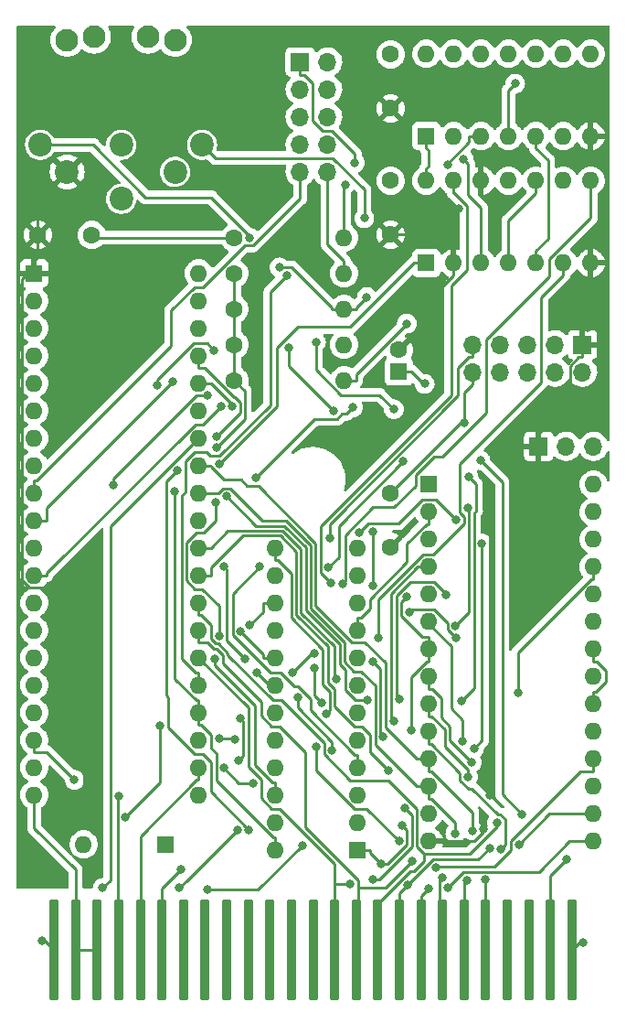
<source format=gtl>
G04 #@! TF.GenerationSoftware,KiCad,Pcbnew,6.0.2+dfsg-1*
G04 #@! TF.CreationDate,2025-05-07T10:32:09+02:00*
G04 #@! TF.ProjectId,burstcart-via,62757273-7463-4617-9274-2d7669612e6b,1.1*
G04 #@! TF.SameCoordinates,Original*
G04 #@! TF.FileFunction,Copper,L1,Top*
G04 #@! TF.FilePolarity,Positive*
%FSLAX46Y46*%
G04 Gerber Fmt 4.6, Leading zero omitted, Abs format (unit mm)*
G04 Created by KiCad (PCBNEW 6.0.2+dfsg-1) date 2025-05-07 10:32:09*
%MOMM*%
%LPD*%
G01*
G04 APERTURE LIST*
G04 Aperture macros list*
%AMRoundRect*
0 Rectangle with rounded corners*
0 $1 Rounding radius*
0 $2 $3 $4 $5 $6 $7 $8 $9 X,Y pos of 4 corners*
0 Add a 4 corners polygon primitive as box body*
4,1,4,$2,$3,$4,$5,$6,$7,$8,$9,$2,$3,0*
0 Add four circle primitives for the rounded corners*
1,1,$1+$1,$2,$3*
1,1,$1+$1,$4,$5*
1,1,$1+$1,$6,$7*
1,1,$1+$1,$8,$9*
0 Add four rect primitives between the rounded corners*
20,1,$1+$1,$2,$3,$4,$5,0*
20,1,$1+$1,$4,$5,$6,$7,0*
20,1,$1+$1,$6,$7,$8,$9,0*
20,1,$1+$1,$8,$9,$2,$3,0*%
G04 Aperture macros list end*
G04 #@! TA.AperFunction,ComponentPad*
%ADD10C,1.600000*%
G04 #@! TD*
G04 #@! TA.AperFunction,ComponentPad*
%ADD11O,1.600000X1.600000*%
G04 #@! TD*
G04 #@! TA.AperFunction,ComponentPad*
%ADD12R,1.700000X1.700000*%
G04 #@! TD*
G04 #@! TA.AperFunction,ComponentPad*
%ADD13O,1.700000X1.700000*%
G04 #@! TD*
G04 #@! TA.AperFunction,ComponentPad*
%ADD14C,2.100000*%
G04 #@! TD*
G04 #@! TA.AperFunction,ComponentPad*
%ADD15C,2.200000*%
G04 #@! TD*
G04 #@! TA.AperFunction,ComponentPad*
%ADD16R,1.600000X1.600000*%
G04 #@! TD*
G04 #@! TA.AperFunction,SMDPad,CuDef*
%ADD17RoundRect,0.112500X-0.337500X-4.512500X0.337500X-4.512500X0.337500X4.512500X-0.337500X4.512500X0*%
G04 #@! TD*
G04 #@! TA.AperFunction,ViaPad*
%ADD18C,0.800000*%
G04 #@! TD*
G04 #@! TA.AperFunction,Conductor*
%ADD19C,0.250000*%
G04 #@! TD*
G04 APERTURE END LIST*
D10*
X140970000Y-75184000D03*
D11*
X151130000Y-75184000D03*
D10*
X127762000Y-71628000D03*
X122762000Y-71628000D03*
D12*
X147066000Y-55626000D03*
D13*
X149606000Y-55626000D03*
X147066000Y-58166000D03*
X149606000Y-58166000D03*
X147066000Y-60706000D03*
X149606000Y-60706000D03*
X147066000Y-63246000D03*
X149606000Y-63246000D03*
X147066000Y-65786000D03*
X149606000Y-65786000D03*
D14*
X127976000Y-53294000D03*
X125476000Y-53594000D03*
X132976000Y-53294000D03*
X135476000Y-53594000D03*
D15*
X122976000Y-63294000D03*
X125476000Y-65794000D03*
X130476000Y-63294000D03*
X135476000Y-65794000D03*
X137976000Y-63294000D03*
X130476000Y-68294000D03*
D16*
X158999000Y-94727000D03*
D11*
X158999000Y-97267000D03*
X158999000Y-99807000D03*
X158999000Y-102347000D03*
X158999000Y-104887000D03*
X158999000Y-107427000D03*
X158999000Y-109967000D03*
X158999000Y-112507000D03*
X158999000Y-115047000D03*
X158999000Y-117587000D03*
X158999000Y-120127000D03*
X158999000Y-122667000D03*
X158999000Y-125207000D03*
X158999000Y-127747000D03*
X174239000Y-127747000D03*
X174239000Y-125207000D03*
X174239000Y-122667000D03*
X174239000Y-120127000D03*
X174239000Y-117587000D03*
X174239000Y-115047000D03*
X174239000Y-112507000D03*
X174239000Y-109967000D03*
X174239000Y-107427000D03*
X174239000Y-104887000D03*
X174239000Y-102347000D03*
X174239000Y-99807000D03*
X174239000Y-97267000D03*
X174239000Y-94727000D03*
D10*
X155448000Y-95504000D03*
X155448000Y-100504000D03*
D16*
X134620000Y-128016000D03*
D11*
X127000000Y-128016000D03*
D16*
X158750000Y-74234000D03*
D11*
X161290000Y-74234000D03*
X163830000Y-74234000D03*
X166370000Y-74234000D03*
X168910000Y-74234000D03*
X171450000Y-74234000D03*
X173990000Y-74234000D03*
X173990000Y-66614000D03*
X171450000Y-66614000D03*
X168910000Y-66614000D03*
X166370000Y-66614000D03*
X163830000Y-66614000D03*
X161290000Y-66614000D03*
X158750000Y-66614000D03*
D10*
X140970000Y-85090000D03*
D11*
X151130000Y-85090000D03*
D17*
X124253100Y-137759600D03*
X126253100Y-137759600D03*
X128253100Y-137759600D03*
X130253100Y-137759600D03*
X132253100Y-137759600D03*
X134253100Y-137759600D03*
X136253100Y-137759600D03*
X138253100Y-137759600D03*
X140253100Y-137759600D03*
X142253100Y-137759600D03*
X144253100Y-137759600D03*
X146253100Y-137759600D03*
X148253100Y-137759600D03*
X150253100Y-137759600D03*
X152253100Y-137759600D03*
X154253100Y-137759600D03*
X156253100Y-137759600D03*
X158253100Y-137759600D03*
X160253100Y-137759600D03*
X162253100Y-137759600D03*
X164253100Y-137759600D03*
X166253100Y-137759600D03*
X168253100Y-137759600D03*
X170253100Y-137759600D03*
X172253100Y-137759600D03*
D12*
X169164000Y-91186000D03*
D13*
X171704000Y-91186000D03*
X174244000Y-91186000D03*
D12*
X173223000Y-81783000D03*
D13*
X173223000Y-84323000D03*
X170683000Y-81783000D03*
X170683000Y-84323000D03*
X168143000Y-81783000D03*
X168143000Y-84323000D03*
X165603000Y-81783000D03*
X165603000Y-84323000D03*
X163063000Y-81783000D03*
X163063000Y-84323000D03*
D16*
X152390000Y-128529000D03*
D11*
X152390000Y-125989000D03*
X152390000Y-123449000D03*
X152390000Y-120909000D03*
X152390000Y-118369000D03*
X152390000Y-115829000D03*
X152390000Y-113289000D03*
X152390000Y-110749000D03*
X152390000Y-108209000D03*
X152390000Y-105669000D03*
X152390000Y-103129000D03*
X152390000Y-100589000D03*
X144770000Y-100589000D03*
X144770000Y-103129000D03*
X144770000Y-105669000D03*
X144770000Y-108209000D03*
X144770000Y-110749000D03*
X144770000Y-113289000D03*
X144770000Y-115829000D03*
X144770000Y-118369000D03*
X144770000Y-120909000D03*
X144770000Y-123449000D03*
X144770000Y-125989000D03*
X144770000Y-128529000D03*
D16*
X158750000Y-62484000D03*
D11*
X161290000Y-62484000D03*
X163830000Y-62484000D03*
X166370000Y-62484000D03*
X168910000Y-62484000D03*
X171450000Y-62484000D03*
X173990000Y-62484000D03*
X173990000Y-54864000D03*
X171450000Y-54864000D03*
X168910000Y-54864000D03*
X166370000Y-54864000D03*
X163830000Y-54864000D03*
X161290000Y-54864000D03*
X158750000Y-54864000D03*
D16*
X156210000Y-84267100D03*
D10*
X156210000Y-82267100D03*
X140970000Y-78486000D03*
D11*
X151130000Y-78486000D03*
D16*
X122423000Y-75184000D03*
D11*
X122423000Y-77724000D03*
X122423000Y-80264000D03*
X122423000Y-82804000D03*
X122423000Y-85344000D03*
X122423000Y-87884000D03*
X122423000Y-90424000D03*
X122423000Y-92964000D03*
X122423000Y-95504000D03*
X122423000Y-98044000D03*
X122423000Y-100584000D03*
X122423000Y-103124000D03*
X122423000Y-105664000D03*
X122423000Y-108204000D03*
X122423000Y-110744000D03*
X122423000Y-113284000D03*
X122423000Y-115824000D03*
X122423000Y-118364000D03*
X122423000Y-120904000D03*
X122423000Y-123444000D03*
X137663000Y-123444000D03*
X137663000Y-120904000D03*
X137663000Y-118364000D03*
X137663000Y-115824000D03*
X137663000Y-113284000D03*
X137663000Y-110744000D03*
X137663000Y-108204000D03*
X137663000Y-105664000D03*
X137663000Y-103124000D03*
X137663000Y-100584000D03*
X137663000Y-98044000D03*
X137663000Y-95504000D03*
X137663000Y-92964000D03*
X137663000Y-90424000D03*
X137663000Y-87884000D03*
X137663000Y-85344000D03*
X137663000Y-82804000D03*
X137663000Y-80264000D03*
X137663000Y-77724000D03*
X137663000Y-75184000D03*
D10*
X155448000Y-66614000D03*
X155448000Y-71614000D03*
X155448000Y-54930000D03*
X155448000Y-59930000D03*
X140970000Y-81788000D03*
D11*
X151130000Y-81788000D03*
D10*
X140970000Y-71882000D03*
D11*
X151130000Y-71882000D03*
D18*
X135255200Y-85211800D03*
X142311000Y-126676600D03*
X135691300Y-93449300D03*
X156943000Y-79838000D03*
X138499900Y-86492800D03*
X129751800Y-94767200D03*
X139741600Y-87495000D03*
X148526400Y-81554800D03*
X155746700Y-87764600D03*
X139086700Y-82288800D03*
X133824200Y-85578700D03*
X142952500Y-94092100D03*
X151950400Y-87595900D03*
X149791500Y-99678700D03*
X130253100Y-123553800D03*
X151226900Y-66977000D03*
X152123700Y-64954400D03*
X149680100Y-102386800D03*
X156587100Y-92609300D03*
X167632200Y-125252200D03*
X163768200Y-92476100D03*
X171787300Y-129407300D03*
X153812800Y-131279900D03*
X151707800Y-131652100D03*
X156737100Y-124632600D03*
X159674100Y-130168900D03*
X157463300Y-129554000D03*
X165312900Y-126006700D03*
X164667500Y-128343000D03*
X167357600Y-128011700D03*
X155238200Y-121155400D03*
X156991900Y-131802500D03*
X160727500Y-132036500D03*
X158980600Y-132099500D03*
X148571400Y-119002600D03*
X156238000Y-127719300D03*
X150391500Y-112711100D03*
X161498900Y-98013200D03*
X163908500Y-100191400D03*
X152532700Y-99159000D03*
X160204200Y-131136200D03*
X163175300Y-119168000D03*
X162534200Y-131316200D03*
X161437200Y-127000800D03*
X164252200Y-131292800D03*
X163026800Y-126759200D03*
X128757600Y-132049100D03*
X161774200Y-69225000D03*
X173308600Y-137076700D03*
X128346000Y-107535500D03*
X164242200Y-98864200D03*
X125387400Y-125016100D03*
X123172600Y-136912000D03*
X164037200Y-126605300D03*
X164644800Y-123502100D03*
X173673900Y-80174100D03*
X153007100Y-70089700D03*
X139320900Y-91331500D03*
X158604000Y-85416200D03*
X162306000Y-89043400D03*
X135467800Y-95338500D03*
X166986800Y-57626300D03*
X135980100Y-130345500D03*
X141352400Y-120249700D03*
X141534500Y-116392000D03*
X142402200Y-107742100D03*
X134093900Y-117008900D03*
X130885600Y-125476300D03*
X141962600Y-110828600D03*
X139975900Y-102317500D03*
X141248900Y-126703100D03*
X149442700Y-115960600D03*
X135890000Y-131994700D03*
X146820000Y-114411700D03*
X138436500Y-132211000D03*
X150025300Y-119360700D03*
X147272600Y-128094900D03*
X148384900Y-111684900D03*
X149057900Y-114912600D03*
X160582900Y-104952500D03*
X156225800Y-114616300D03*
X167241200Y-113952700D03*
X143325000Y-102334000D03*
X155706000Y-116581100D03*
X154751200Y-118071700D03*
X153839100Y-111139000D03*
X154592700Y-129843700D03*
X156543000Y-126288900D03*
X162089100Y-118518600D03*
X153765000Y-104056800D03*
X156927200Y-105120100D03*
X153765000Y-99087600D03*
X157325100Y-117497500D03*
X161459500Y-107786400D03*
X162966200Y-120438300D03*
X140755600Y-87508900D03*
X162639200Y-96864300D03*
X153265600Y-114696900D03*
X162606600Y-121781500D03*
X140253900Y-95802700D03*
X139285400Y-90281400D03*
X162667000Y-94010000D03*
X161999000Y-114734000D03*
X150171800Y-87928100D03*
X145993800Y-82070100D03*
X165669500Y-128452800D03*
X146356000Y-112145500D03*
X161500400Y-108947400D03*
X148375600Y-110376300D03*
X157165600Y-106574000D03*
X162194200Y-64597400D03*
X145146800Y-74625200D03*
X142390100Y-71898300D03*
X153229600Y-77391200D03*
X145860600Y-75352200D03*
X160716600Y-65114200D03*
X141022100Y-118310900D03*
X139568200Y-118188900D03*
X142740700Y-122335400D03*
X140010400Y-120966300D03*
X154291000Y-108938900D03*
X126150500Y-122043800D03*
X141557600Y-108333600D03*
X150992300Y-103907400D03*
X149890500Y-103831500D03*
X143077300Y-112107400D03*
X139231100Y-96421100D03*
X139613200Y-92836300D03*
X139164100Y-110840500D03*
X139532700Y-108731900D03*
D19*
X138078200Y-76454000D02*
X137276300Y-76454000D01*
X141907000Y-72625200D02*
X138078200Y-76454000D01*
X135127500Y-78602800D02*
X135127500Y-81877500D01*
X137276300Y-76454000D02*
X135127500Y-78602800D01*
X147066000Y-65786000D02*
X147066000Y-68250400D01*
X135127500Y-81877500D02*
X122627900Y-94377100D01*
X147066000Y-68250400D02*
X142691200Y-72625200D01*
X122627900Y-94377100D02*
X122423000Y-94377100D01*
X142691200Y-72625200D02*
X141907000Y-72625200D01*
X122423000Y-95504000D02*
X122423000Y-94377100D01*
X138796600Y-123162200D02*
X138796600Y-120409300D01*
X134694700Y-94445900D02*
X135691300Y-93449300D01*
X137279400Y-119634000D02*
X134861100Y-117215700D01*
X123549900Y-98044000D02*
X123549900Y-96917100D01*
X122423000Y-98044000D02*
X123549900Y-98044000D01*
X166370000Y-70280900D02*
X166370000Y-74234000D01*
X151130000Y-85090000D02*
X152256900Y-85090000D01*
X134861100Y-117215700D02*
X134861100Y-114448500D01*
X152256900Y-84524100D02*
X156943000Y-79838000D01*
X123549900Y-96917100D02*
X135255200Y-85211800D01*
X168910000Y-67740900D02*
X166370000Y-70280900D01*
X134694700Y-114282100D02*
X134694700Y-94445900D01*
X152256900Y-85090000D02*
X152256900Y-84524100D01*
X142311000Y-126676600D02*
X138796600Y-123162200D01*
X134861100Y-114448500D02*
X134694700Y-114282100D01*
X168910000Y-66614000D02*
X168910000Y-67740900D01*
X138796600Y-120409300D02*
X138021300Y-119634000D01*
X138021300Y-119634000D02*
X137279400Y-119634000D01*
X129751800Y-94186900D02*
X129751800Y-94767200D01*
X137445900Y-86492800D02*
X129751800Y-94186900D01*
X138499900Y-86492800D02*
X137445900Y-86492800D01*
X123549900Y-102935700D02*
X137331600Y-89154000D01*
X137331600Y-89154000D02*
X138082600Y-89154000D01*
X122423000Y-103124000D02*
X123549900Y-103124000D01*
X123549900Y-103124000D02*
X123549900Y-102935700D01*
X138082600Y-89154000D02*
X139741600Y-87495000D01*
X155746700Y-87764600D02*
X154421500Y-86439400D01*
X150842100Y-86439400D02*
X148526400Y-84123700D01*
X148526400Y-84123700D02*
X148526400Y-81554800D01*
X154421500Y-86439400D02*
X150842100Y-86439400D01*
X138475000Y-81677100D02*
X139086700Y-82288800D01*
X137172400Y-81677100D02*
X138475000Y-81677100D01*
X133824200Y-85025300D02*
X137172400Y-81677100D01*
X133824200Y-85578700D02*
X133824200Y-85025300D01*
X150932500Y-88195400D02*
X150472900Y-88655000D01*
X148389600Y-88655000D02*
X142952500Y-94092100D01*
X150472900Y-88655000D02*
X148389600Y-88655000D01*
X150932500Y-88195300D02*
X150932500Y-88195400D01*
X151950400Y-87595900D02*
X151351000Y-88195300D01*
X151351000Y-88195300D02*
X150932500Y-88195300D01*
X161698400Y-83958700D02*
X161698400Y-86470100D01*
X161698400Y-86470100D02*
X149791500Y-98377000D01*
X149791500Y-98377000D02*
X149791500Y-99678700D01*
X163063000Y-81783000D02*
X163063000Y-82959900D01*
X163063000Y-82959900D02*
X162697200Y-82959900D01*
X162697200Y-82959900D02*
X161698400Y-83958700D01*
X151130000Y-75184000D02*
X151130000Y-74057100D01*
X149606000Y-72533100D02*
X149606000Y-65786000D01*
X151130000Y-74057100D02*
X149606000Y-72533100D01*
X130158700Y-123648200D02*
X130158700Y-137665200D01*
X130253100Y-123553800D02*
X130158700Y-123648200D01*
X130158700Y-137665200D02*
X130253100Y-137759600D01*
X137663000Y-120904000D02*
X137663000Y-122030900D01*
X137468400Y-122030900D02*
X137663000Y-122030900D01*
X132253100Y-127246200D02*
X137468400Y-122030900D01*
X132253100Y-137759600D02*
X132253100Y-127246200D01*
X150004700Y-61976000D02*
X152123700Y-64095000D01*
X152123700Y-64095000D02*
X152123700Y-64954400D01*
X147066000Y-55626000D02*
X147066000Y-56802900D01*
X147066000Y-56802900D02*
X147433900Y-56802900D01*
X149119300Y-61976000D02*
X150004700Y-61976000D01*
X148242900Y-61099600D02*
X149119300Y-61976000D01*
X151130000Y-71882000D02*
X151130000Y-67073900D01*
X147433900Y-56802900D02*
X148242900Y-57611900D01*
X151130000Y-67073900D02*
X151226900Y-66977000D01*
X148242900Y-57611900D02*
X148242900Y-61099600D01*
X156587100Y-92609300D02*
X150633100Y-98563300D01*
X170253100Y-130941500D02*
X171787300Y-129407300D01*
X170253100Y-137759600D02*
X170253100Y-130941500D01*
X150633100Y-98563300D02*
X150633100Y-101433800D01*
X165783700Y-94491600D02*
X165783700Y-123403700D01*
X165783700Y-123403700D02*
X167632200Y-125252200D01*
X150633100Y-101433800D02*
X149680100Y-102386800D01*
X163768200Y-92476100D02*
X165783700Y-94491600D01*
X150253100Y-131652100D02*
X150253100Y-129831600D01*
X153812800Y-131279900D02*
X154367600Y-131279900D01*
X150253100Y-131652100D02*
X151707800Y-131652100D01*
X143467600Y-123767900D02*
X143467600Y-122034300D01*
X145140500Y-124719000D02*
X144418700Y-124719000D01*
X150253100Y-129831600D02*
X145140500Y-124719000D01*
X142261400Y-115342400D02*
X137663000Y-110744000D01*
X142261400Y-120828200D02*
X142261400Y-115342400D01*
X150253100Y-131652100D02*
X150253100Y-137759600D01*
X154367600Y-131279900D02*
X157418400Y-128229100D01*
X143467600Y-122034300D02*
X142261500Y-120828200D01*
X144418700Y-124719000D02*
X143467600Y-123767900D01*
X157418400Y-128229100D02*
X157418400Y-125313900D01*
X157418400Y-125313900D02*
X156737100Y-124632600D01*
X142261500Y-120828200D02*
X142261400Y-120828200D01*
X159729000Y-130114000D02*
X159674100Y-130168900D01*
X137663000Y-108204000D02*
X137663000Y-109330900D01*
X147532600Y-126445400D02*
X152436900Y-131349700D01*
X165036300Y-130114000D02*
X159729000Y-130114000D01*
X145156800Y-117099000D02*
X147532600Y-119474800D01*
X143474600Y-114831100D02*
X143474600Y-116136000D01*
X155006800Y-132010500D02*
X157463300Y-129554000D01*
X166560400Y-128589900D02*
X165036300Y-130114000D01*
X139047800Y-109914000D02*
X139307400Y-109914000D01*
X147532600Y-119474800D02*
X147532600Y-126445400D01*
X138464700Y-109330900D02*
X139047800Y-109914000D01*
X152436900Y-132010500D02*
X155006800Y-132010500D01*
X166560400Y-127744800D02*
X166560400Y-128589900D01*
X152436900Y-131349700D02*
X152436900Y-132010500D01*
X152436900Y-132010500D02*
X152436900Y-137575800D01*
X139307400Y-109914000D02*
X139891100Y-110497700D01*
X139891100Y-110497700D02*
X139891100Y-111247600D01*
X174239000Y-121253900D02*
X173051300Y-121253900D01*
X174239000Y-120127000D02*
X174239000Y-121253900D01*
X173051300Y-121253900D02*
X166560400Y-127744800D01*
X152436900Y-137575800D02*
X152253100Y-137759600D01*
X144437600Y-117099000D02*
X145156800Y-117099000D01*
X139891100Y-111247600D02*
X143474600Y-114831100D01*
X143474600Y-116136000D02*
X144437600Y-117099000D01*
X137663000Y-109330900D02*
X138464700Y-109330900D01*
X140343000Y-110310500D02*
X139494600Y-109462100D01*
X162748300Y-128926000D02*
X165312900Y-126361400D01*
X157625000Y-130466800D02*
X158556600Y-129535200D01*
X145318400Y-114702100D02*
X144536200Y-114702100D01*
X158556600Y-128926000D02*
X157870300Y-128239700D01*
X138805800Y-109032900D02*
X138805800Y-107703000D01*
X137663000Y-105664000D02*
X137663000Y-106790900D01*
X138805800Y-107703000D02*
X137893700Y-106790900D01*
X157870300Y-128239700D02*
X157870300Y-124737800D01*
X149298300Y-119682500D02*
X149298300Y-118682000D01*
X165312900Y-126361400D02*
X165312900Y-126006700D01*
X154253100Y-133513400D02*
X157299700Y-130466800D01*
X157870300Y-124737800D02*
X155232400Y-122099900D01*
X158556600Y-128926000D02*
X162748300Y-128926000D01*
X137893700Y-106790900D02*
X137663000Y-106790900D01*
X139235000Y-109462100D02*
X138805800Y-109032900D01*
X151715700Y-122099900D02*
X149298300Y-119682500D01*
X149298300Y-118682000D02*
X145318400Y-114702100D01*
X158556600Y-129535200D02*
X158556600Y-128926000D01*
X157299700Y-130466800D02*
X157625000Y-130466800D01*
X144536200Y-114702100D02*
X140343000Y-110508900D01*
X139494600Y-109462100D02*
X139235000Y-109462100D01*
X140343000Y-110508900D02*
X140343000Y-110310500D01*
X155232400Y-122099900D02*
X151715700Y-122099900D01*
X154253100Y-137759600D02*
X154253100Y-133513400D01*
X156993000Y-131803600D02*
X159354600Y-129442000D01*
X146693700Y-100918100D02*
X146693700Y-106777100D01*
X149627700Y-113048900D02*
X150236800Y-113658000D01*
X141745400Y-99451700D02*
X145227300Y-99451700D01*
X146693700Y-106777100D02*
X149627700Y-109711100D01*
X150236800Y-115272400D02*
X152063400Y-117099000D01*
X170162300Y-125207000D02*
X167357600Y-128011700D01*
X152767000Y-117099000D02*
X153559000Y-117891000D01*
X137663000Y-103124000D02*
X138789900Y-103124000D01*
X156253100Y-132543500D02*
X156993000Y-131803600D01*
X163568500Y-129442000D02*
X164667500Y-128343000D01*
X149627700Y-109711100D02*
X149627700Y-113048900D01*
X150236800Y-113658000D02*
X150236800Y-115272400D01*
X138789900Y-102407200D02*
X141745400Y-99451700D01*
X159354600Y-129442000D02*
X163568500Y-129442000D01*
X153559000Y-117891000D02*
X153559000Y-119476200D01*
X174239000Y-125207000D02*
X170162300Y-125207000D01*
X156253100Y-137759600D02*
X156253100Y-132543500D01*
X138789900Y-103124000D02*
X138789900Y-102407200D01*
X156991900Y-131802500D02*
X156993000Y-131803600D01*
X153559000Y-119476200D02*
X155238200Y-121155400D01*
X145227300Y-99451700D02*
X146693700Y-100918100D01*
X152063400Y-117099000D02*
X152767000Y-117099000D01*
X148571400Y-119002600D02*
X148571400Y-121225700D01*
X153237700Y-124719000D02*
X156238000Y-127719300D01*
X158253100Y-132827000D02*
X158980600Y-132099500D01*
X150256600Y-109700800D02*
X150256600Y-112576200D01*
X148571400Y-121225700D02*
X152064700Y-124719000D01*
X174239000Y-127747000D02*
X172012300Y-127747000D01*
X137663000Y-100584000D02*
X138789900Y-100584000D01*
X158253100Y-137759600D02*
X158253100Y-132827000D01*
X145414500Y-98999800D02*
X147145600Y-100730900D01*
X152064700Y-124719000D02*
X153237700Y-124719000D01*
X150256600Y-112576200D02*
X150391500Y-112711100D01*
X162198100Y-130565900D02*
X160727500Y-132036500D01*
X147145600Y-106589800D02*
X150256600Y-109700800D01*
X169193400Y-130565900D02*
X162198100Y-130565900D01*
X147145600Y-100730900D02*
X147145600Y-106589800D01*
X172012300Y-127747000D02*
X169193400Y-130565900D01*
X140374100Y-98999800D02*
X145414500Y-98999800D01*
X138789900Y-100584000D02*
X140374100Y-98999800D01*
X156142300Y-98323500D02*
X158334100Y-96131700D01*
X163908500Y-118434800D02*
X163175300Y-119168000D01*
X160253100Y-137759600D02*
X159990200Y-137496700D01*
X159990200Y-131350200D02*
X160204200Y-131136200D01*
X159990200Y-137496700D02*
X159990200Y-131350200D01*
X153368200Y-98323500D02*
X156142300Y-98323500D01*
X159617400Y-96131700D02*
X161498900Y-98013200D01*
X152532700Y-99159000D02*
X153368200Y-98323500D01*
X158334100Y-96131700D02*
X159617400Y-96131700D01*
X163908500Y-100191400D02*
X163908500Y-118434800D01*
X148049400Y-106213300D02*
X151160400Y-109324300D01*
X162253100Y-131597300D02*
X162534200Y-131316200D01*
X143573600Y-98094400D02*
X143573600Y-98094500D01*
X158999000Y-122667000D02*
X157872100Y-122667000D01*
X139952900Y-95075800D02*
X140555000Y-95075800D01*
X158999000Y-123793900D02*
X159219200Y-123793900D01*
X151160400Y-109324300D02*
X151160400Y-111125900D01*
X145789500Y-98094500D02*
X148049400Y-100354400D01*
X143573600Y-98094500D02*
X145789500Y-98094500D01*
X162253100Y-137759600D02*
X162253100Y-131597300D01*
X151160400Y-111125900D02*
X152053500Y-112019000D01*
X161437200Y-126011900D02*
X161437200Y-127000800D01*
X140555000Y-95075800D02*
X143573600Y-98094400D01*
X154024300Y-113318000D02*
X154024300Y-118819200D01*
X137663000Y-95504000D02*
X139524800Y-95504000D01*
X154024300Y-118819200D02*
X157872100Y-122667000D01*
X152725300Y-112019000D02*
X154024300Y-113318000D01*
X139524800Y-95503900D02*
X139952900Y-95075800D01*
X158999000Y-122667000D02*
X158999000Y-123793900D01*
X152053500Y-112019000D02*
X152725300Y-112019000D01*
X159219200Y-123793900D02*
X161437200Y-126011900D01*
X148049400Y-100354400D02*
X148049400Y-106213300D01*
X139524800Y-95504000D02*
X139524800Y-95503900D01*
X151872000Y-109335900D02*
X153078300Y-109335900D01*
X148501300Y-105965200D02*
X151872000Y-109335900D01*
X138789900Y-92964000D02*
X138789900Y-93080800D01*
X154977100Y-117232000D02*
X157872100Y-120127000D01*
X153078300Y-109335900D02*
X154977100Y-111234700D01*
X164253100Y-131293700D02*
X164252200Y-131292800D01*
X143190200Y-94850700D02*
X148501300Y-100161800D01*
X163026800Y-125048200D02*
X163026800Y-126759200D01*
X154977100Y-111234700D02*
X154977100Y-117232000D01*
X137663000Y-92964000D02*
X138789900Y-92964000D01*
X148501300Y-100161800D02*
X148501300Y-105965200D01*
X159232500Y-121253900D02*
X163026800Y-125048200D01*
X158999000Y-121253900D02*
X159232500Y-121253900D01*
X164253100Y-137759600D02*
X164253100Y-131293700D01*
X138789900Y-93080800D02*
X140007700Y-94298600D01*
X140007700Y-94298600D02*
X141567000Y-94298600D01*
X141567000Y-94298600D02*
X142119100Y-94850700D01*
X158999000Y-120127000D02*
X158999000Y-121253900D01*
X158999000Y-120127000D02*
X157872100Y-120127000D01*
X142119100Y-94850700D02*
X143190200Y-94850700D01*
X137663000Y-90424000D02*
X129477300Y-98609700D01*
X129477300Y-98609700D02*
X129477300Y-131329400D01*
X129477300Y-131329400D02*
X128757600Y-132049100D01*
X123823200Y-104294500D02*
X127064200Y-107535500D01*
X172046100Y-83768900D02*
X172046100Y-87127000D01*
X172936000Y-137076700D02*
X173308600Y-137076700D01*
X122423000Y-74620500D02*
X122423000Y-74057100D01*
X161290000Y-71614000D02*
X161290000Y-74234000D01*
X161290000Y-75360900D02*
X160163100Y-76487800D01*
X122762000Y-68508000D02*
X125476000Y-65794000D01*
X172855100Y-82959900D02*
X172046100Y-83768900D01*
X160163100Y-76487800D02*
X160163100Y-78314000D01*
X163165000Y-127747000D02*
X164037200Y-126874800D01*
X122423000Y-75184000D02*
X122423000Y-74620500D01*
X161290000Y-74234000D02*
X161290000Y-75360900D01*
X164644800Y-123502100D02*
X164644800Y-99266800D01*
X161290000Y-69709200D02*
X161290000Y-71614000D01*
X173223000Y-81783000D02*
X173223000Y-82959900D01*
X173990000Y-75360900D02*
X173673900Y-75677000D01*
X121996000Y-104294500D02*
X123823200Y-104294500D01*
X172046100Y-87127000D02*
X169164000Y-90009100D01*
X122762000Y-73718100D02*
X122762000Y-71628000D01*
X155448000Y-71614000D02*
X161290000Y-71614000D01*
X121296100Y-103594600D02*
X121996000Y-104294500D01*
X161774200Y-69225000D02*
X161290000Y-69709200D01*
X122762000Y-71628000D02*
X122762000Y-68508000D01*
X158999000Y-127747000D02*
X160125900Y-127747000D01*
X173223000Y-82959900D02*
X172855100Y-82959900D01*
X127064200Y-107535500D02*
X127064200Y-123339300D01*
X164037200Y-126874800D02*
X164037200Y-126605300D01*
X121296100Y-75747400D02*
X121296100Y-103594600D01*
X172253100Y-137759600D02*
X172936000Y-137076700D01*
X160163100Y-78314000D02*
X156210000Y-82267100D01*
X122423000Y-74620500D02*
X121296100Y-75747400D01*
X123172600Y-136912000D02*
X123405500Y-136912000D01*
X127064200Y-107535500D02*
X128346000Y-107535500D01*
X169164000Y-91186000D02*
X169164000Y-90009100D01*
X160125900Y-127747000D02*
X163165000Y-127747000D01*
X173990000Y-74234000D02*
X173990000Y-75360900D01*
X123405500Y-136912000D02*
X124253100Y-137759600D01*
X164644800Y-99266800D02*
X164242200Y-98864200D01*
X127064200Y-123339300D02*
X125387400Y-125016100D01*
X122423000Y-74057100D02*
X122762000Y-73718100D01*
X173673900Y-75677000D02*
X173673900Y-80174100D01*
X153007100Y-67443200D02*
X150079900Y-64516000D01*
X153007100Y-70089700D02*
X153007100Y-67443200D01*
X139198000Y-64516000D02*
X137976000Y-63294000D01*
X150079900Y-64516000D02*
X139198000Y-64516000D01*
X166370000Y-58243100D02*
X166370000Y-62484000D01*
X141946400Y-86066400D02*
X140970000Y-85090000D01*
X126253100Y-137759600D02*
X128253100Y-137759600D01*
X139283500Y-122134100D02*
X144551500Y-127402100D01*
X137663000Y-116950900D02*
X137896500Y-116950900D01*
X155448000Y-95501800D02*
X155448000Y-95504000D01*
X162306000Y-89043400D02*
X161906400Y-89043400D01*
X158750000Y-65487100D02*
X158938200Y-65298900D01*
X140970000Y-78486000D02*
X140970000Y-75184000D01*
X140970000Y-81788000D02*
X140970000Y-85090000D01*
X166986800Y-57626300D02*
X166370000Y-58243100D01*
X139283500Y-119618300D02*
X139283500Y-122134100D01*
X137896500Y-116950900D02*
X138803200Y-117857600D01*
X158750000Y-66614000D02*
X158750000Y-65487100D01*
X140970000Y-81788000D02*
X140970000Y-78486000D01*
X161906400Y-89043400D02*
X155448000Y-95501800D01*
X158486000Y-85416200D02*
X158604000Y-85416200D01*
X137429500Y-114697100D02*
X135467800Y-112735400D01*
X135467800Y-112735400D02*
X135467800Y-95338500D01*
X140970000Y-71882000D02*
X128016000Y-71882000D01*
X158938200Y-63799100D02*
X158750000Y-63610900D01*
X163063000Y-84323000D02*
X163063000Y-85499900D01*
X122423000Y-126535500D02*
X126253100Y-130365600D01*
X144770000Y-128529000D02*
X144770000Y-127402100D01*
X137663000Y-115824000D02*
X137663000Y-116950900D01*
X158750000Y-63047400D02*
X158750000Y-62484000D01*
X158750000Y-63047400D02*
X158750000Y-63610900D01*
X137663000Y-114697100D02*
X137429500Y-114697100D01*
X139320900Y-91331500D02*
X141946400Y-88706000D01*
X156210000Y-84267100D02*
X157336900Y-84267100D01*
X126253100Y-130365600D02*
X126253100Y-137759600D01*
X138803200Y-119138000D02*
X139283500Y-119618300D01*
X162306000Y-86256900D02*
X162306000Y-89043400D01*
X163063000Y-85499900D02*
X162306000Y-86256900D01*
X138803200Y-117857600D02*
X138803200Y-119138000D01*
X141946400Y-88706000D02*
X141946400Y-86066400D01*
X137663000Y-115824000D02*
X137663000Y-114697100D01*
X144551500Y-127402100D02*
X144770000Y-127402100D01*
X122423000Y-123444000D02*
X122423000Y-126535500D01*
X158938200Y-65298900D02*
X158938200Y-63799100D01*
X128016000Y-71882000D02*
X127762000Y-71628000D01*
X157336900Y-84267100D02*
X158486000Y-85416200D01*
X134253100Y-132072500D02*
X135980100Y-130345500D01*
X141769600Y-119832500D02*
X141352400Y-120249700D01*
X141534500Y-116392000D02*
X141769600Y-116627100D01*
X141769600Y-116627100D02*
X141769600Y-119832500D01*
X134253100Y-137759600D02*
X134253100Y-132072500D01*
X144770000Y-105669000D02*
X143643100Y-105669000D01*
X143643100Y-106501200D02*
X142402200Y-107742100D01*
X130885600Y-125476300D02*
X134093900Y-122268000D01*
X134093900Y-122268000D02*
X134093900Y-117008900D01*
X143643100Y-105669000D02*
X143643100Y-106501200D01*
X141962600Y-110828600D02*
X140259700Y-109125700D01*
X140259700Y-102601300D02*
X139975900Y-102317500D01*
X140259700Y-109125700D02*
X140259700Y-102601300D01*
X149143900Y-109980400D02*
X149143900Y-113269000D01*
X149784900Y-115618400D02*
X149442700Y-115960600D01*
X144965500Y-101715900D02*
X146241800Y-102992200D01*
X144770000Y-100589000D02*
X144770000Y-101715900D01*
X149143900Y-113269000D02*
X149784900Y-113910000D01*
X136533700Y-131418300D02*
X141248900Y-126703100D01*
X144770000Y-101715900D02*
X144965500Y-101715900D01*
X146241800Y-102992200D02*
X146241800Y-107078300D01*
X149784900Y-113910000D02*
X149784900Y-115618400D01*
X146241800Y-107078300D02*
X149143900Y-109980400D01*
X135890000Y-131994700D02*
X136533700Y-131418300D01*
X143156500Y-132211000D02*
X147272600Y-128094900D01*
X150025300Y-118554000D02*
X146820000Y-115348700D01*
X150025300Y-119360700D02*
X150025300Y-118554000D01*
X138436500Y-132211000D02*
X143156500Y-132211000D01*
X146820000Y-115348700D02*
X146820000Y-114411700D01*
X152390000Y-107082100D02*
X152671800Y-107082100D01*
X152390000Y-108209000D02*
X152390000Y-107082100D01*
X153516900Y-105353800D02*
X156959900Y-101910800D01*
X156959900Y-101910800D02*
X156959900Y-100199500D01*
X158999000Y-97267000D02*
X158999000Y-98393900D01*
X158765500Y-98393900D02*
X158999000Y-98393900D01*
X153516900Y-106237000D02*
X153516900Y-105353800D01*
X148384900Y-111684900D02*
X148384900Y-114239600D01*
X148384900Y-114239600D02*
X149057900Y-114912600D01*
X152671800Y-107082100D02*
X153516900Y-106237000D01*
X156959900Y-100199500D02*
X158765500Y-98393900D01*
X155971100Y-105017700D02*
X155971100Y-114361600D01*
X159512800Y-103756000D02*
X157232800Y-103756000D01*
X157232800Y-103756000D02*
X155971100Y-105017700D01*
X155971100Y-114361600D02*
X156225800Y-114616300D01*
X160582900Y-104952500D02*
X160582900Y-104826100D01*
X160582900Y-104826100D02*
X159512800Y-103756000D01*
X167241200Y-110261700D02*
X167241200Y-113952700D01*
X174029000Y-103473900D02*
X167241200Y-110261700D01*
X174239000Y-102347000D02*
X174239000Y-103473900D01*
X174239000Y-103473900D02*
X174029000Y-103473900D01*
X145233900Y-112105100D02*
X144301200Y-112105100D01*
X146550000Y-113421200D02*
X145233900Y-112105100D01*
X152390000Y-119782100D02*
X152143600Y-119782100D01*
X144301200Y-112105100D02*
X140830700Y-108634600D01*
X152143600Y-119782100D02*
X147999700Y-115638200D01*
X147999700Y-114563400D02*
X146857500Y-113421200D01*
X152390000Y-120909000D02*
X152390000Y-119782100D01*
X147999700Y-115638200D02*
X147999700Y-114563400D01*
X140830700Y-108634600D02*
X140830700Y-104828300D01*
X140830700Y-104828300D02*
X143325000Y-102334000D01*
X146857500Y-113421200D02*
X146550000Y-113421200D01*
X155469900Y-116345000D02*
X155706000Y-116581100D01*
X155469900Y-104849800D02*
X155469900Y-116345000D01*
X158999000Y-102347000D02*
X157972700Y-102347000D01*
X157972700Y-102347000D02*
X155469900Y-104849800D01*
X154515200Y-111815100D02*
X154515200Y-117835700D01*
X154515200Y-117835700D02*
X154751200Y-118071700D01*
X153839100Y-111139000D02*
X154515200Y-111815100D01*
X158999000Y-107626400D02*
X158999000Y-107427000D01*
X156965000Y-126710900D02*
X156543000Y-126288900D01*
X162089100Y-116503100D02*
X161045400Y-115459400D01*
X153516900Y-128529000D02*
X153516900Y-128767900D01*
X152390000Y-128529000D02*
X153516900Y-128529000D01*
X154592700Y-129843700D02*
X155160100Y-129843700D01*
X161045400Y-115459400D02*
X161045400Y-109672800D01*
X156965000Y-128038800D02*
X156965000Y-126710900D01*
X155160100Y-129843700D02*
X156965000Y-128038800D01*
X153516900Y-128767900D02*
X154592700Y-129843700D01*
X161045400Y-109672800D02*
X158999000Y-107626400D01*
X162089100Y-118518600D02*
X162089100Y-116503100D01*
X157325100Y-117497500D02*
X157325100Y-112534300D01*
X157325100Y-112534300D02*
X158765500Y-111093900D01*
X158765500Y-111093900D02*
X158999000Y-111093900D01*
X158999000Y-109967000D02*
X158999000Y-111093900D01*
X156438300Y-106874600D02*
X156438300Y-105609000D01*
X158999000Y-108840100D02*
X158403800Y-108840100D01*
X158403800Y-108840100D02*
X156438300Y-106874600D01*
X158999000Y-109967000D02*
X158999000Y-108840100D01*
X153765000Y-99087600D02*
X153765000Y-104056800D01*
X156438300Y-105609000D02*
X156927200Y-105120100D01*
X137663000Y-85344000D02*
X138789900Y-85344000D01*
X160125900Y-116302800D02*
X160910300Y-117087200D01*
X158999000Y-113633900D02*
X159280800Y-113633900D01*
X159280800Y-113633900D02*
X160125900Y-114479000D01*
X162686700Y-106559200D02*
X162686700Y-96911800D01*
X140755600Y-87309700D02*
X140755600Y-87508900D01*
X161459500Y-107786400D02*
X162686700Y-106559200D01*
X160910300Y-117087200D02*
X160910300Y-118382400D01*
X158999000Y-112507000D02*
X158999000Y-113633900D01*
X162686700Y-96911800D02*
X162639200Y-96864300D01*
X160125900Y-114479000D02*
X160125900Y-116302800D01*
X160910300Y-118382400D02*
X162966200Y-120438300D01*
X138789900Y-85344000D02*
X140755600Y-87309700D01*
X140990600Y-86645900D02*
X141494500Y-87149800D01*
X150708500Y-109511500D02*
X150708500Y-111351500D01*
X140918500Y-86645900D02*
X140990600Y-86645900D01*
X150708500Y-111351500D02*
X151263100Y-111906100D01*
X141494500Y-87149800D02*
X141494500Y-88072300D01*
X140253900Y-95802700D02*
X142999100Y-98547900D01*
X151263100Y-113769400D02*
X152190600Y-114696900D01*
X145601700Y-98547900D02*
X147597500Y-100543700D01*
X158999000Y-115047000D02*
X158999000Y-116173900D01*
X147597500Y-106400500D02*
X150708500Y-109511500D01*
X141494500Y-88072300D02*
X139285400Y-90281400D01*
X160451400Y-118965700D02*
X162606600Y-121120900D01*
X151263100Y-111906100D02*
X151263100Y-113769400D01*
X137663000Y-82804000D02*
X137663000Y-83930900D01*
X158999000Y-116173900D02*
X159215500Y-116173900D01*
X142999100Y-98547900D02*
X145601700Y-98547900D01*
X160451400Y-117409800D02*
X160451400Y-118965700D01*
X159215500Y-116173900D02*
X160451400Y-117409800D01*
X152190600Y-114696900D02*
X153265600Y-114696900D01*
X138203500Y-83930900D02*
X140918500Y-86645900D01*
X162606600Y-121120900D02*
X162606600Y-121781500D01*
X147597500Y-100543700D02*
X147597500Y-106400500D01*
X137663000Y-83930900D02*
X138203500Y-83930900D01*
X158999000Y-118713900D02*
X159183100Y-118713900D01*
X150171800Y-87928100D02*
X145993800Y-83750100D01*
X161879700Y-122082500D02*
X162659900Y-122862700D01*
X159183100Y-118713900D02*
X161879700Y-121410500D01*
X158999000Y-117587000D02*
X158999000Y-118713900D01*
X166039900Y-125705600D02*
X166039900Y-128082400D01*
X163366100Y-97165400D02*
X163366100Y-94709100D01*
X162659900Y-122862700D02*
X162977600Y-122862700D01*
X163155600Y-97375900D02*
X163366100Y-97165400D01*
X165387600Y-125272800D02*
X165607100Y-125272800D01*
X165607100Y-125272800D02*
X166039900Y-125705600D01*
X166039900Y-128082400D02*
X165669500Y-128452800D01*
X162977600Y-122862700D02*
X162977600Y-122862800D01*
X161879700Y-121410500D02*
X161879700Y-122082500D01*
X163155600Y-113577400D02*
X163155600Y-97375900D01*
X162977600Y-122862800D02*
X165387600Y-125272800D01*
X161999000Y-114734000D02*
X163155600Y-113577400D01*
X163366100Y-94709100D02*
X162667000Y-94010000D01*
X145993800Y-83750100D02*
X145993800Y-82070100D01*
X159457200Y-106288100D02*
X157451500Y-106288100D01*
X174239000Y-115047000D02*
X174239000Y-113920100D01*
X175388400Y-113004200D02*
X174472500Y-113920100D01*
X174239000Y-109967000D02*
X174239000Y-111093900D01*
X175388400Y-111961600D02*
X175388400Y-113004200D01*
X160732600Y-108179600D02*
X160732600Y-107563500D01*
X174520700Y-111093900D02*
X175388400Y-111961600D01*
X146356000Y-112145500D02*
X148125200Y-110376300D01*
X148125200Y-110376300D02*
X148375600Y-110376300D01*
X174472500Y-113920100D02*
X174239000Y-113920100D01*
X161500400Y-108947400D02*
X160732600Y-108179600D01*
X160732600Y-107563500D02*
X159457200Y-106288100D01*
X157451500Y-106288100D02*
X157165600Y-106574000D01*
X174239000Y-111093900D02*
X174520700Y-111093900D01*
X151693500Y-78486000D02*
X151130000Y-78486000D01*
X142390100Y-71898300D02*
X142390100Y-71708400D01*
X150003100Y-78345100D02*
X146283200Y-74625200D01*
X146283200Y-74625200D02*
X145146800Y-74625200D01*
X162632400Y-65035600D02*
X162194200Y-64597400D01*
X142390100Y-71708400D02*
X138836500Y-68154800D01*
X150003100Y-78486000D02*
X150003100Y-78345100D01*
X127876200Y-63294000D02*
X122976000Y-63294000D01*
X151130000Y-78486000D02*
X150003100Y-78486000D01*
X138836500Y-68154800D02*
X132737000Y-68154800D01*
X163830000Y-74234000D02*
X163830000Y-69150100D01*
X132737000Y-68154800D02*
X127876200Y-63294000D01*
X151693500Y-78486000D02*
X152256900Y-78486000D01*
X152256900Y-78363900D02*
X153229600Y-77391200D01*
X162632400Y-67952500D02*
X162632400Y-65035600D01*
X163830000Y-69150100D02*
X162632400Y-67952500D01*
X152256900Y-78486000D02*
X152256900Y-78363900D01*
X137663000Y-112157100D02*
X137381100Y-112157100D01*
X162703100Y-62484000D02*
X162703100Y-63060600D01*
X137663000Y-113284000D02*
X137663000Y-112157100D01*
X138760200Y-92104400D02*
X139576300Y-92104400D01*
X160716600Y-65047100D02*
X160716600Y-65114200D01*
X137257400Y-91766400D02*
X138422200Y-91766400D01*
X162703100Y-63060600D02*
X160716600Y-65047100D01*
X136431300Y-92592500D02*
X137257400Y-91766400D01*
X136084100Y-95750200D02*
X136431300Y-95403000D01*
X136084100Y-110860100D02*
X136084100Y-95750200D01*
X138422200Y-91766400D02*
X138760200Y-92104400D01*
X136431300Y-95403000D02*
X136431300Y-92592500D01*
X163830000Y-62484000D02*
X162703100Y-62484000D01*
X144301200Y-76911600D02*
X145860600Y-75352200D01*
X137381100Y-112157100D02*
X136084100Y-110860100D01*
X139576300Y-92104400D02*
X144301200Y-87379500D01*
X144301200Y-87379500D02*
X144301200Y-76911600D01*
X139568200Y-118188900D02*
X140900100Y-118188900D01*
X140900100Y-118188900D02*
X141022100Y-118310900D01*
X122423000Y-118364000D02*
X122423000Y-119490900D01*
X158455200Y-101199700D02*
X154291000Y-105363900D01*
X169412900Y-85258100D02*
X161867100Y-92803900D01*
X162225900Y-98319900D02*
X159346100Y-101199700D01*
X159346100Y-101199700D02*
X158455200Y-101199700D01*
X123597600Y-119490900D02*
X126150500Y-122043800D01*
X171450000Y-74234000D02*
X171450000Y-75360900D01*
X162225900Y-97710600D02*
X162225900Y-98319900D01*
X169412900Y-77398000D02*
X169412900Y-85258100D01*
X142740700Y-122335400D02*
X141379500Y-122335400D01*
X161867100Y-92803900D02*
X161867100Y-97351800D01*
X141379500Y-122335400D02*
X140010400Y-120966300D01*
X154291000Y-105363900D02*
X154291000Y-108938900D01*
X161867100Y-97351800D02*
X162225900Y-97710600D01*
X122423000Y-119490900D02*
X123597600Y-119490900D01*
X171450000Y-75360900D02*
X169412900Y-77398000D01*
X170044100Y-71973000D02*
X168910000Y-73107100D01*
X168910000Y-63610900D02*
X170044100Y-64745000D01*
X168910000Y-74234000D02*
X168910000Y-73107100D01*
X170044100Y-64745000D02*
X170044100Y-71973000D01*
X168910000Y-62484000D02*
X168910000Y-63610900D01*
X155780000Y-96838100D02*
X153818900Y-96838100D01*
X170180000Y-73884700D02*
X170180000Y-75500100D01*
X153818900Y-96838100D02*
X151263100Y-99393900D01*
X143643100Y-110419100D02*
X143643100Y-110749000D01*
X170180000Y-75500100D02*
X164333000Y-81347100D01*
X151263100Y-99393900D02*
X151263100Y-103636600D01*
X157771200Y-93817700D02*
X157771200Y-94846900D01*
X141557600Y-108333600D02*
X143643100Y-110419100D01*
X144770000Y-110749000D02*
X143643100Y-110749000D01*
X157771200Y-94846900D02*
X155780000Y-96838100D01*
X173990000Y-70074700D02*
X170180000Y-73884700D01*
X164333000Y-81347100D02*
X164333000Y-88073500D01*
X151263100Y-103636600D02*
X150992300Y-103907400D01*
X160248900Y-92157600D02*
X159431300Y-92157600D01*
X173990000Y-66614000D02*
X173990000Y-70074700D01*
X164333000Y-88073500D02*
X160248900Y-92157600D01*
X159431300Y-92157600D02*
X157771200Y-93817700D01*
X149890500Y-103831500D02*
X148953200Y-102894200D01*
X161067200Y-86462200D02*
X161067200Y-76280300D01*
X161290000Y-66614000D02*
X161290000Y-67740900D01*
X161318100Y-67740900D02*
X161290000Y-67740900D01*
X144770000Y-113289000D02*
X144258900Y-113289000D01*
X161067200Y-76280300D02*
X162501100Y-74846400D01*
X148953200Y-102894200D02*
X148953200Y-98576200D01*
X162501100Y-68923900D02*
X161318100Y-67740900D01*
X144258900Y-113289000D02*
X143077300Y-112107400D01*
X162501100Y-74846400D02*
X162501100Y-68923900D01*
X148953200Y-98576200D02*
X161067200Y-86462200D01*
X137438100Y-99170900D02*
X136536100Y-100072900D01*
X139164100Y-111477900D02*
X142879500Y-115193300D01*
X136536100Y-100072900D02*
X136536100Y-103617300D01*
X139613200Y-92836300D02*
X144943500Y-87506000D01*
X144770000Y-123449000D02*
X144770000Y-122322100D01*
X146850000Y-80137000D02*
X151720100Y-80137000D01*
X139532700Y-105926900D02*
X139532700Y-108731900D01*
X158750000Y-74234000D02*
X157623100Y-74234000D01*
X142879500Y-115193300D02*
X142879500Y-120695200D01*
X139231100Y-96421100D02*
X139231100Y-98079600D01*
X151720100Y-80137000D02*
X157623100Y-74234000D01*
X137999800Y-104394000D02*
X139532700Y-105926900D01*
X142879500Y-120695200D02*
X144506400Y-122322100D01*
X137312800Y-104394000D02*
X137999800Y-104394000D01*
X144943500Y-82043500D02*
X146850000Y-80137000D01*
X139164100Y-110840500D02*
X139164100Y-111477900D01*
X138139800Y-99170900D02*
X137438100Y-99170900D01*
X139231100Y-98079600D02*
X138139800Y-99170900D01*
X144506400Y-122322100D02*
X144770000Y-122322100D01*
X144943500Y-87506000D02*
X144943500Y-82043500D01*
X136536100Y-103617300D02*
X137312800Y-104394000D01*
G04 #@! TA.AperFunction,Conductor*
G36*
X128761832Y-98723838D02*
G01*
X128818668Y-98766385D01*
X128843479Y-98832905D01*
X128843800Y-98841894D01*
X128843800Y-131014600D01*
X128823798Y-131082721D01*
X128770142Y-131129214D01*
X128717800Y-131140600D01*
X128662113Y-131140600D01*
X128655661Y-131141972D01*
X128655656Y-131141972D01*
X128598464Y-131154129D01*
X128475312Y-131180306D01*
X128469282Y-131182991D01*
X128469281Y-131182991D01*
X128306878Y-131255297D01*
X128306876Y-131255298D01*
X128300848Y-131257982D01*
X128146347Y-131370234D01*
X128141926Y-131375144D01*
X128141925Y-131375145D01*
X128050966Y-131476166D01*
X128018560Y-131512156D01*
X127975766Y-131586277D01*
X127935595Y-131655856D01*
X127923073Y-131677544D01*
X127864058Y-131859172D01*
X127863369Y-131865731D01*
X127863368Y-131865734D01*
X127852707Y-131967171D01*
X127825694Y-132032827D01*
X127767472Y-132073457D01*
X127727397Y-132080000D01*
X127012600Y-132080000D01*
X126944479Y-132059998D01*
X126897986Y-132006342D01*
X126886600Y-131954000D01*
X126886600Y-130444363D01*
X126887127Y-130433179D01*
X126888801Y-130425691D01*
X126886662Y-130357632D01*
X126886600Y-130353675D01*
X126886600Y-130325744D01*
X126886094Y-130321738D01*
X126885161Y-130309892D01*
X126884022Y-130273637D01*
X126883773Y-130265710D01*
X126878122Y-130246258D01*
X126874114Y-130226906D01*
X126872567Y-130214663D01*
X126871574Y-130206803D01*
X126868656Y-130199432D01*
X126855300Y-130165697D01*
X126851455Y-130154470D01*
X126849050Y-130146194D01*
X126839118Y-130112007D01*
X126835084Y-130105185D01*
X126835081Y-130105179D01*
X126828806Y-130094568D01*
X126820110Y-130076818D01*
X126815572Y-130065356D01*
X126815569Y-130065351D01*
X126812652Y-130057983D01*
X126794957Y-130033628D01*
X126786673Y-130022225D01*
X126780157Y-130012307D01*
X126769105Y-129993619D01*
X126757642Y-129974237D01*
X126743318Y-129959913D01*
X126730476Y-129944878D01*
X126718572Y-129928493D01*
X126684506Y-129900311D01*
X126675727Y-129892322D01*
X126006266Y-129222861D01*
X125972240Y-129160549D01*
X125977305Y-129089734D01*
X126019852Y-129032898D01*
X126086372Y-129008087D01*
X126155746Y-129023178D01*
X126167632Y-129030553D01*
X126189650Y-129045970D01*
X126343251Y-129153523D01*
X126348233Y-129155846D01*
X126348238Y-129155849D01*
X126545775Y-129247961D01*
X126550757Y-129250284D01*
X126556065Y-129251706D01*
X126556067Y-129251707D01*
X126766598Y-129308119D01*
X126766600Y-129308119D01*
X126771913Y-129309543D01*
X127000000Y-129329498D01*
X127228087Y-129309543D01*
X127233400Y-129308119D01*
X127233402Y-129308119D01*
X127443933Y-129251707D01*
X127443935Y-129251706D01*
X127449243Y-129250284D01*
X127454225Y-129247961D01*
X127651762Y-129155849D01*
X127651767Y-129155846D01*
X127656749Y-129153523D01*
X127790286Y-129060019D01*
X127839789Y-129025357D01*
X127839792Y-129025355D01*
X127844300Y-129022198D01*
X128006198Y-128860300D01*
X128044568Y-128805503D01*
X128082306Y-128751607D01*
X128137523Y-128672749D01*
X128139846Y-128667767D01*
X128139849Y-128667762D01*
X128231961Y-128470225D01*
X128231961Y-128470224D01*
X128234284Y-128465243D01*
X128249554Y-128408257D01*
X128292119Y-128249402D01*
X128292119Y-128249400D01*
X128293543Y-128244087D01*
X128313498Y-128016000D01*
X128293543Y-127787913D01*
X128264270Y-127678664D01*
X128235707Y-127572067D01*
X128235706Y-127572065D01*
X128234284Y-127566757D01*
X128231953Y-127561758D01*
X128139849Y-127364238D01*
X128139846Y-127364233D01*
X128137523Y-127359251D01*
X128043222Y-127224575D01*
X128009357Y-127176211D01*
X128009355Y-127176208D01*
X128006198Y-127171700D01*
X127844300Y-127009802D01*
X127839792Y-127006645D01*
X127839789Y-127006643D01*
X127694846Y-126905153D01*
X127656749Y-126878477D01*
X127651767Y-126876154D01*
X127651762Y-126876151D01*
X127454225Y-126784039D01*
X127454224Y-126784039D01*
X127449243Y-126781716D01*
X127443935Y-126780294D01*
X127443933Y-126780293D01*
X127233402Y-126723881D01*
X127233400Y-126723881D01*
X127228087Y-126722457D01*
X127000000Y-126702502D01*
X126771913Y-126722457D01*
X126766600Y-126723881D01*
X126766598Y-126723881D01*
X126556067Y-126780293D01*
X126556065Y-126780294D01*
X126550757Y-126781716D01*
X126545776Y-126784039D01*
X126545775Y-126784039D01*
X126348238Y-126876151D01*
X126348233Y-126876154D01*
X126343251Y-126878477D01*
X126305154Y-126905153D01*
X126160211Y-127006643D01*
X126160208Y-127006645D01*
X126155700Y-127009802D01*
X125993802Y-127171700D01*
X125990645Y-127176208D01*
X125990643Y-127176211D01*
X125956778Y-127224575D01*
X125862477Y-127359251D01*
X125860154Y-127364233D01*
X125860151Y-127364238D01*
X125768047Y-127561758D01*
X125765716Y-127566757D01*
X125764294Y-127572065D01*
X125764293Y-127572067D01*
X125735730Y-127678664D01*
X125706457Y-127787913D01*
X125686502Y-128016000D01*
X125706457Y-128244087D01*
X125707881Y-128249400D01*
X125707881Y-128249402D01*
X125750447Y-128408257D01*
X125765716Y-128465243D01*
X125768039Y-128470224D01*
X125768039Y-128470225D01*
X125860151Y-128667762D01*
X125860154Y-128667767D01*
X125862477Y-128672749D01*
X125917694Y-128751607D01*
X125985447Y-128848368D01*
X126008135Y-128915642D01*
X125990850Y-128984503D01*
X125939080Y-129033087D01*
X125869262Y-129045970D01*
X125803563Y-129019061D01*
X125793139Y-129009734D01*
X123093405Y-126310000D01*
X123059379Y-126247688D01*
X123056500Y-126220905D01*
X123056500Y-124663394D01*
X123076502Y-124595273D01*
X123110229Y-124560181D01*
X123262789Y-124453357D01*
X123262792Y-124453355D01*
X123267300Y-124450198D01*
X123429198Y-124288300D01*
X123468154Y-124232666D01*
X123515623Y-124164873D01*
X123560523Y-124100749D01*
X123562846Y-124095767D01*
X123562849Y-124095762D01*
X123654961Y-123898225D01*
X123654961Y-123898224D01*
X123657284Y-123893243D01*
X123660392Y-123881646D01*
X123715119Y-123677402D01*
X123715119Y-123677400D01*
X123716543Y-123672087D01*
X123736498Y-123444000D01*
X123716543Y-123215913D01*
X123713403Y-123204194D01*
X123658707Y-123000067D01*
X123658706Y-123000065D01*
X123657284Y-122994757D01*
X123645950Y-122970451D01*
X123562849Y-122792238D01*
X123562846Y-122792233D01*
X123560523Y-122787251D01*
X123454876Y-122636372D01*
X123432357Y-122604211D01*
X123432355Y-122604208D01*
X123429198Y-122599700D01*
X123267300Y-122437802D01*
X123262792Y-122434645D01*
X123262789Y-122434643D01*
X123150062Y-122355711D01*
X123079749Y-122306477D01*
X123074767Y-122304154D01*
X123074762Y-122304151D01*
X123040543Y-122288195D01*
X122987258Y-122241278D01*
X122967797Y-122173001D01*
X122988339Y-122105041D01*
X123040543Y-122059805D01*
X123074762Y-122043849D01*
X123074767Y-122043846D01*
X123079749Y-122041523D01*
X123255648Y-121918357D01*
X123262789Y-121913357D01*
X123262792Y-121913355D01*
X123267300Y-121910198D01*
X123429198Y-121748300D01*
X123461913Y-121701579D01*
X123507832Y-121635999D01*
X123560523Y-121560749D01*
X123562846Y-121555767D01*
X123562849Y-121555762D01*
X123654961Y-121358225D01*
X123654961Y-121358224D01*
X123657284Y-121353243D01*
X123660392Y-121341646D01*
X123715119Y-121137402D01*
X123715119Y-121137400D01*
X123716543Y-121132087D01*
X123736498Y-120904000D01*
X123730400Y-120834297D01*
X123744389Y-120764693D01*
X123793789Y-120713700D01*
X123862915Y-120697510D01*
X123929820Y-120721263D01*
X123945016Y-120734221D01*
X125203378Y-121992583D01*
X125237404Y-122054895D01*
X125239593Y-122068508D01*
X125253671Y-122202450D01*
X125256958Y-122233728D01*
X125315973Y-122415356D01*
X125319276Y-122421078D01*
X125319277Y-122421079D01*
X125344479Y-122464730D01*
X125411460Y-122580744D01*
X125415878Y-122585651D01*
X125415879Y-122585652D01*
X125528142Y-122710333D01*
X125539247Y-122722666D01*
X125599666Y-122766563D01*
X125669988Y-122817655D01*
X125693748Y-122834918D01*
X125699776Y-122837602D01*
X125699778Y-122837603D01*
X125794656Y-122879845D01*
X125868212Y-122912594D01*
X125945843Y-122929095D01*
X126048556Y-122950928D01*
X126048561Y-122950928D01*
X126055013Y-122952300D01*
X126245987Y-122952300D01*
X126252439Y-122950928D01*
X126252444Y-122950928D01*
X126355157Y-122929095D01*
X126432788Y-122912594D01*
X126506344Y-122879845D01*
X126601222Y-122837603D01*
X126601224Y-122837602D01*
X126607252Y-122834918D01*
X126631013Y-122817655D01*
X126701334Y-122766563D01*
X126761753Y-122722666D01*
X126772858Y-122710333D01*
X126885121Y-122585652D01*
X126885122Y-122585651D01*
X126889540Y-122580744D01*
X126956521Y-122464730D01*
X126981723Y-122421079D01*
X126981724Y-122421078D01*
X126985027Y-122415356D01*
X127044042Y-122233728D01*
X127047330Y-122202450D01*
X127063314Y-122050365D01*
X127064004Y-122043800D01*
X127057057Y-121977706D01*
X127044732Y-121860435D01*
X127044732Y-121860433D01*
X127044042Y-121853872D01*
X126985027Y-121672244D01*
X126889540Y-121506856D01*
X126873427Y-121488960D01*
X126766175Y-121369845D01*
X126766174Y-121369844D01*
X126761753Y-121364934D01*
X126607252Y-121252682D01*
X126601224Y-121249998D01*
X126601222Y-121249997D01*
X126438819Y-121177691D01*
X126438818Y-121177691D01*
X126432788Y-121175006D01*
X126339387Y-121155153D01*
X126252444Y-121136672D01*
X126252439Y-121136672D01*
X126245987Y-121135300D01*
X126190094Y-121135300D01*
X126121973Y-121115298D01*
X126100999Y-121098395D01*
X125113131Y-120110526D01*
X124101252Y-119098647D01*
X124093712Y-119090361D01*
X124089600Y-119083882D01*
X124039948Y-119037256D01*
X124037107Y-119034502D01*
X124017370Y-119014765D01*
X124014173Y-119012285D01*
X124005151Y-119004580D01*
X123978700Y-118979741D01*
X123972921Y-118974314D01*
X123965975Y-118970495D01*
X123965972Y-118970493D01*
X123955166Y-118964552D01*
X123938647Y-118953701D01*
X123938183Y-118953341D01*
X123922641Y-118941286D01*
X123915372Y-118938141D01*
X123915368Y-118938138D01*
X123882063Y-118923726D01*
X123871413Y-118918509D01*
X123832660Y-118897205D01*
X123813037Y-118892167D01*
X123794334Y-118885763D01*
X123788933Y-118883426D01*
X123775745Y-118877719D01*
X123768006Y-118876493D01*
X123708207Y-118838302D01*
X123678530Y-118773805D01*
X123681489Y-118722910D01*
X123716543Y-118592087D01*
X123736498Y-118364000D01*
X123716543Y-118135913D01*
X123688414Y-118030936D01*
X123658707Y-117920067D01*
X123658706Y-117920065D01*
X123657284Y-117914757D01*
X123611269Y-117816076D01*
X123562849Y-117712238D01*
X123562846Y-117712233D01*
X123560523Y-117707251D01*
X123476322Y-117587000D01*
X123432357Y-117524211D01*
X123432355Y-117524208D01*
X123429198Y-117519700D01*
X123267300Y-117357802D01*
X123262792Y-117354645D01*
X123262789Y-117354643D01*
X123155145Y-117279270D01*
X123079749Y-117226477D01*
X123074767Y-117224154D01*
X123074762Y-117224151D01*
X123040543Y-117208195D01*
X122987258Y-117161278D01*
X122967797Y-117093001D01*
X122988339Y-117025041D01*
X123040543Y-116979805D01*
X123074762Y-116963849D01*
X123074767Y-116963846D01*
X123079749Y-116961523D01*
X123184611Y-116888098D01*
X123262789Y-116833357D01*
X123262792Y-116833355D01*
X123267300Y-116830198D01*
X123429198Y-116668300D01*
X123453729Y-116633267D01*
X123489676Y-116581928D01*
X123560523Y-116480749D01*
X123562846Y-116475767D01*
X123562849Y-116475762D01*
X123654961Y-116278225D01*
X123654961Y-116278224D01*
X123657284Y-116273243D01*
X123660392Y-116261646D01*
X123715119Y-116057402D01*
X123715119Y-116057400D01*
X123716543Y-116052087D01*
X123736498Y-115824000D01*
X123716543Y-115595913D01*
X123715119Y-115590598D01*
X123658707Y-115380067D01*
X123658706Y-115380065D01*
X123657284Y-115374757D01*
X123633174Y-115323052D01*
X123562849Y-115172238D01*
X123562846Y-115172233D01*
X123560523Y-115167251D01*
X123476252Y-115046900D01*
X123432357Y-114984211D01*
X123432355Y-114984208D01*
X123429198Y-114979700D01*
X123267300Y-114817802D01*
X123262792Y-114814645D01*
X123262789Y-114814643D01*
X123161640Y-114743818D01*
X123079749Y-114686477D01*
X123074767Y-114684154D01*
X123074762Y-114684151D01*
X123040543Y-114668195D01*
X122987258Y-114621278D01*
X122967797Y-114553001D01*
X122988339Y-114485041D01*
X123040543Y-114439805D01*
X123074762Y-114423849D01*
X123074767Y-114423846D01*
X123079749Y-114421523D01*
X123211660Y-114329158D01*
X123262789Y-114293357D01*
X123262792Y-114293355D01*
X123267300Y-114290198D01*
X123429198Y-114128300D01*
X123448799Y-114100308D01*
X123547558Y-113959265D01*
X123560523Y-113940749D01*
X123562846Y-113935767D01*
X123562849Y-113935762D01*
X123654961Y-113738225D01*
X123654961Y-113738224D01*
X123657284Y-113733243D01*
X123660392Y-113721646D01*
X123715119Y-113517402D01*
X123715119Y-113517400D01*
X123716543Y-113512087D01*
X123736498Y-113284000D01*
X123716543Y-113055913D01*
X123711233Y-113036095D01*
X123658707Y-112840067D01*
X123658706Y-112840065D01*
X123657284Y-112834757D01*
X123613286Y-112740402D01*
X123562849Y-112632238D01*
X123562846Y-112632233D01*
X123560523Y-112627251D01*
X123476322Y-112507000D01*
X123432357Y-112444211D01*
X123432355Y-112444208D01*
X123429198Y-112439700D01*
X123267300Y-112277802D01*
X123262792Y-112274645D01*
X123262789Y-112274643D01*
X123127773Y-112180104D01*
X123079749Y-112146477D01*
X123074767Y-112144154D01*
X123074762Y-112144151D01*
X123040543Y-112128195D01*
X122987258Y-112081278D01*
X122967797Y-112013001D01*
X122988339Y-111945041D01*
X123040543Y-111899805D01*
X123074762Y-111883849D01*
X123074767Y-111883846D01*
X123079749Y-111881523D01*
X123234444Y-111773204D01*
X123262789Y-111753357D01*
X123262792Y-111753355D01*
X123267300Y-111750198D01*
X123429198Y-111588300D01*
X123560523Y-111400749D01*
X123562846Y-111395767D01*
X123562849Y-111395762D01*
X123654961Y-111198225D01*
X123654961Y-111198224D01*
X123657284Y-111193243D01*
X123660392Y-111181646D01*
X123715119Y-110977402D01*
X123715119Y-110977400D01*
X123716543Y-110972087D01*
X123736498Y-110744000D01*
X123716543Y-110515913D01*
X123711233Y-110496095D01*
X123658707Y-110300067D01*
X123658706Y-110300065D01*
X123657284Y-110294757D01*
X123629243Y-110234623D01*
X123562849Y-110092238D01*
X123562846Y-110092233D01*
X123560523Y-110087251D01*
X123472839Y-109962025D01*
X123432357Y-109904211D01*
X123432355Y-109904208D01*
X123429198Y-109899700D01*
X123267300Y-109737802D01*
X123262792Y-109734645D01*
X123262789Y-109734643D01*
X123164201Y-109665611D01*
X123079749Y-109606477D01*
X123074767Y-109604154D01*
X123074762Y-109604151D01*
X123040543Y-109588195D01*
X122987258Y-109541278D01*
X122967797Y-109473001D01*
X122988339Y-109405041D01*
X123040543Y-109359805D01*
X123074762Y-109343849D01*
X123074767Y-109343846D01*
X123079749Y-109341523D01*
X123226741Y-109238598D01*
X123262789Y-109213357D01*
X123262792Y-109213355D01*
X123267300Y-109210198D01*
X123429198Y-109048300D01*
X123560523Y-108860749D01*
X123562846Y-108855767D01*
X123562849Y-108855762D01*
X123654961Y-108658225D01*
X123654961Y-108658224D01*
X123657284Y-108653243D01*
X123663587Y-108629722D01*
X123715119Y-108437402D01*
X123715119Y-108437400D01*
X123716543Y-108432087D01*
X123736498Y-108204000D01*
X123716543Y-107975913D01*
X123688414Y-107870936D01*
X123658707Y-107760067D01*
X123658706Y-107760065D01*
X123657284Y-107754757D01*
X123613286Y-107660402D01*
X123562849Y-107552238D01*
X123562846Y-107552233D01*
X123560523Y-107547251D01*
X123474992Y-107425100D01*
X123432357Y-107364211D01*
X123432355Y-107364208D01*
X123429198Y-107359700D01*
X123267300Y-107197802D01*
X123262792Y-107194645D01*
X123262789Y-107194643D01*
X123153554Y-107118156D01*
X123079749Y-107066477D01*
X123074767Y-107064154D01*
X123074762Y-107064151D01*
X123040543Y-107048195D01*
X122987258Y-107001278D01*
X122967797Y-106933001D01*
X122988339Y-106865041D01*
X123040543Y-106819805D01*
X123074762Y-106803849D01*
X123074767Y-106803846D01*
X123079749Y-106801523D01*
X123209145Y-106710919D01*
X123262789Y-106673357D01*
X123262792Y-106673355D01*
X123267300Y-106670198D01*
X123429198Y-106508300D01*
X123443721Y-106487560D01*
X123492677Y-106417643D01*
X123560523Y-106320749D01*
X123562846Y-106315767D01*
X123562849Y-106315762D01*
X123654961Y-106118225D01*
X123654961Y-106118224D01*
X123657284Y-106113243D01*
X123663587Y-106089722D01*
X123715119Y-105897402D01*
X123715119Y-105897400D01*
X123716543Y-105892087D01*
X123736498Y-105664000D01*
X123716543Y-105435913D01*
X123680366Y-105300899D01*
X123658707Y-105220067D01*
X123658706Y-105220065D01*
X123657284Y-105214757D01*
X123623557Y-105142428D01*
X123562849Y-105012238D01*
X123562846Y-105012233D01*
X123560523Y-105007251D01*
X123429198Y-104819700D01*
X123267300Y-104657802D01*
X123262792Y-104654645D01*
X123262789Y-104654643D01*
X123170962Y-104590345D01*
X123079749Y-104526477D01*
X123074767Y-104524154D01*
X123074762Y-104524151D01*
X123040543Y-104508195D01*
X122987258Y-104461278D01*
X122967797Y-104393001D01*
X122988339Y-104325041D01*
X123040543Y-104279805D01*
X123074762Y-104263849D01*
X123074767Y-104263846D01*
X123079749Y-104261523D01*
X123222765Y-104161382D01*
X123262789Y-104133357D01*
X123262792Y-104133355D01*
X123267300Y-104130198D01*
X123429198Y-103968300D01*
X123542344Y-103806711D01*
X123597800Y-103762384D01*
X123637645Y-103753232D01*
X123647750Y-103752596D01*
X123661636Y-103751723D01*
X123661637Y-103751723D01*
X123669550Y-103751225D01*
X123677091Y-103748775D01*
X123677387Y-103748679D01*
X123700531Y-103743506D01*
X123700835Y-103743468D01*
X123700840Y-103743467D01*
X123708697Y-103742474D01*
X123716062Y-103739558D01*
X123716066Y-103739557D01*
X123760911Y-103721801D01*
X123768330Y-103719129D01*
X123821775Y-103701764D01*
X123828472Y-103697514D01*
X123828731Y-103697350D01*
X123849858Y-103686585D01*
X123850146Y-103686471D01*
X123850151Y-103686468D01*
X123857517Y-103683552D01*
X123863925Y-103678896D01*
X123863931Y-103678893D01*
X123902952Y-103650542D01*
X123909489Y-103646099D01*
X123956918Y-103616000D01*
X123962559Y-103609993D01*
X123980346Y-103594312D01*
X123980591Y-103594134D01*
X123980593Y-103594132D01*
X123987007Y-103589472D01*
X124004826Y-103567933D01*
X124022803Y-103546204D01*
X124028034Y-103540270D01*
X124061058Y-103505102D01*
X124061060Y-103505099D01*
X124066486Y-103499321D01*
X124070458Y-103492097D01*
X124083781Y-103472494D01*
X124083980Y-103472254D01*
X124083984Y-103472247D01*
X124089033Y-103466144D01*
X124112947Y-103415324D01*
X124116529Y-103408292D01*
X124143595Y-103359060D01*
X124145565Y-103351385D01*
X124145568Y-103351379D01*
X124145644Y-103351081D01*
X124153676Y-103328772D01*
X124153806Y-103328497D01*
X124153809Y-103328489D01*
X124157183Y-103321318D01*
X124167706Y-103266151D01*
X124169427Y-103258448D01*
X124176876Y-103229440D01*
X124209821Y-103171683D01*
X128628705Y-98752799D01*
X128691017Y-98718773D01*
X128761832Y-98723838D01*
G37*
G04 #@! TD.AperFunction*
G04 #@! TA.AperFunction,Conductor*
G36*
X124356013Y-52287602D02*
G01*
X124402506Y-52341258D01*
X124412610Y-52411532D01*
X124383116Y-52476112D01*
X124376987Y-52482695D01*
X124374323Y-52485359D01*
X124370567Y-52488567D01*
X124367359Y-52492323D01*
X124335467Y-52529664D01*
X124211248Y-52675104D01*
X124083073Y-52884268D01*
X123989195Y-53110908D01*
X123988040Y-53115720D01*
X123945239Y-53294000D01*
X123931928Y-53349443D01*
X123912681Y-53594000D01*
X123931928Y-53838557D01*
X123933082Y-53843364D01*
X123933083Y-53843370D01*
X123951635Y-53920643D01*
X123989195Y-54077092D01*
X123991088Y-54081663D01*
X123991089Y-54081665D01*
X123994629Y-54090211D01*
X124083073Y-54303732D01*
X124132958Y-54385137D01*
X124196054Y-54488101D01*
X124211248Y-54512896D01*
X124214459Y-54516655D01*
X124214465Y-54516663D01*
X124311776Y-54630598D01*
X124370567Y-54699433D01*
X124374323Y-54702641D01*
X124531539Y-54836917D01*
X124557104Y-54858752D01*
X124561327Y-54861340D01*
X124561330Y-54861342D01*
X124565668Y-54864000D01*
X124766268Y-54986927D01*
X124910967Y-55046864D01*
X124988335Y-55078911D01*
X124988337Y-55078912D01*
X124992908Y-55080805D01*
X125062040Y-55097402D01*
X125226630Y-55136917D01*
X125226636Y-55136918D01*
X125231443Y-55138072D01*
X125476000Y-55157319D01*
X125720557Y-55138072D01*
X125725364Y-55136918D01*
X125725370Y-55136917D01*
X125889960Y-55097402D01*
X125959092Y-55080805D01*
X125963663Y-55078912D01*
X125963665Y-55078911D01*
X126041033Y-55046864D01*
X126185732Y-54986927D01*
X126386332Y-54864000D01*
X126390670Y-54861342D01*
X126390673Y-54861340D01*
X126394896Y-54858752D01*
X126420462Y-54836917D01*
X126577677Y-54702641D01*
X126581433Y-54699433D01*
X126640224Y-54630598D01*
X126737542Y-54516655D01*
X126737545Y-54516651D01*
X126740752Y-54512896D01*
X126743342Y-54508670D01*
X126753912Y-54491422D01*
X126806560Y-54443791D01*
X126876602Y-54432185D01*
X126943175Y-54461447D01*
X127053337Y-54555535D01*
X127057104Y-54558752D01*
X127061327Y-54561340D01*
X127061330Y-54561342D01*
X127130176Y-54603530D01*
X127266268Y-54686927D01*
X127353445Y-54723037D01*
X127488335Y-54778911D01*
X127488337Y-54778912D01*
X127492908Y-54780805D01*
X127533112Y-54790457D01*
X127726630Y-54836917D01*
X127726636Y-54836918D01*
X127731443Y-54838072D01*
X127976000Y-54857319D01*
X128220557Y-54838072D01*
X128225364Y-54836918D01*
X128225370Y-54836917D01*
X128418888Y-54790457D01*
X128459092Y-54780805D01*
X128463663Y-54778912D01*
X128463665Y-54778911D01*
X128598555Y-54723037D01*
X128685732Y-54686927D01*
X128821824Y-54603530D01*
X128890670Y-54561342D01*
X128890673Y-54561340D01*
X128894896Y-54558752D01*
X128907427Y-54548050D01*
X129077677Y-54402641D01*
X129081433Y-54399433D01*
X129108493Y-54367750D01*
X129237535Y-54216663D01*
X129237537Y-54216660D01*
X129240752Y-54212896D01*
X129244212Y-54207251D01*
X129326921Y-54072280D01*
X129368927Y-54003732D01*
X129462805Y-53777092D01*
X129482683Y-53694293D01*
X129518917Y-53543370D01*
X129518918Y-53543364D01*
X129520072Y-53538557D01*
X129539319Y-53294000D01*
X129520072Y-53049443D01*
X129462805Y-52810908D01*
X129368927Y-52584268D01*
X129292428Y-52459433D01*
X129273891Y-52390901D01*
X129295348Y-52323224D01*
X129349987Y-52277891D01*
X129399862Y-52267600D01*
X131552138Y-52267600D01*
X131620259Y-52287602D01*
X131666752Y-52341258D01*
X131676856Y-52411532D01*
X131659572Y-52459432D01*
X131583073Y-52584268D01*
X131489195Y-52810908D01*
X131431928Y-53049443D01*
X131412681Y-53294000D01*
X131431928Y-53538557D01*
X131433082Y-53543364D01*
X131433083Y-53543370D01*
X131469317Y-53694293D01*
X131489195Y-53777092D01*
X131583073Y-54003732D01*
X131625079Y-54072280D01*
X131707789Y-54207251D01*
X131711248Y-54212896D01*
X131714463Y-54216660D01*
X131714465Y-54216663D01*
X131843507Y-54367750D01*
X131870567Y-54399433D01*
X131874323Y-54402641D01*
X132044574Y-54548050D01*
X132057104Y-54558752D01*
X132061327Y-54561340D01*
X132061330Y-54561342D01*
X132130176Y-54603530D01*
X132266268Y-54686927D01*
X132353445Y-54723037D01*
X132488335Y-54778911D01*
X132488337Y-54778912D01*
X132492908Y-54780805D01*
X132533112Y-54790457D01*
X132726630Y-54836917D01*
X132726636Y-54836918D01*
X132731443Y-54838072D01*
X132976000Y-54857319D01*
X133220557Y-54838072D01*
X133225364Y-54836918D01*
X133225370Y-54836917D01*
X133418888Y-54790457D01*
X133459092Y-54780805D01*
X133463663Y-54778912D01*
X133463665Y-54778911D01*
X133598555Y-54723037D01*
X133685732Y-54686927D01*
X133821824Y-54603530D01*
X133890670Y-54561342D01*
X133890673Y-54561340D01*
X133894896Y-54558752D01*
X133898663Y-54555535D01*
X134008825Y-54461447D01*
X134073615Y-54432416D01*
X134143815Y-54443021D01*
X134198088Y-54491422D01*
X134208658Y-54508670D01*
X134211248Y-54512896D01*
X134214455Y-54516651D01*
X134214458Y-54516655D01*
X134311776Y-54630598D01*
X134370567Y-54699433D01*
X134374323Y-54702641D01*
X134531539Y-54836917D01*
X134557104Y-54858752D01*
X134561327Y-54861340D01*
X134561330Y-54861342D01*
X134565668Y-54864000D01*
X134766268Y-54986927D01*
X134910967Y-55046864D01*
X134988335Y-55078911D01*
X134988337Y-55078912D01*
X134992908Y-55080805D01*
X135062040Y-55097402D01*
X135226630Y-55136917D01*
X135226636Y-55136918D01*
X135231443Y-55138072D01*
X135476000Y-55157319D01*
X135720557Y-55138072D01*
X135725364Y-55136918D01*
X135725370Y-55136917D01*
X135889960Y-55097402D01*
X135959092Y-55080805D01*
X135963663Y-55078912D01*
X135963665Y-55078911D01*
X136041033Y-55046864D01*
X136185732Y-54986927D01*
X136386332Y-54864000D01*
X136390670Y-54861342D01*
X136390673Y-54861340D01*
X136394896Y-54858752D01*
X136420462Y-54836917D01*
X136577677Y-54702641D01*
X136581433Y-54699433D01*
X136640224Y-54630598D01*
X136737535Y-54516663D01*
X136737541Y-54516655D01*
X136740752Y-54512896D01*
X136755947Y-54488101D01*
X136819042Y-54385137D01*
X136868927Y-54303732D01*
X136957371Y-54090211D01*
X136960911Y-54081665D01*
X136960912Y-54081663D01*
X136962805Y-54077092D01*
X137000365Y-53920643D01*
X137018917Y-53843370D01*
X137018918Y-53843364D01*
X137020072Y-53838557D01*
X137039319Y-53594000D01*
X137020072Y-53349443D01*
X137006762Y-53294000D01*
X136963960Y-53115720D01*
X136962805Y-53110908D01*
X136868927Y-52884268D01*
X136740752Y-52675104D01*
X136616534Y-52529664D01*
X136584641Y-52492323D01*
X136581433Y-52488567D01*
X136577677Y-52485359D01*
X136575013Y-52482695D01*
X136540987Y-52420383D01*
X136546052Y-52349568D01*
X136588599Y-52292732D01*
X136655119Y-52267921D01*
X136664108Y-52267600D01*
X175619100Y-52267600D01*
X175687221Y-52287602D01*
X175733714Y-52341258D01*
X175745100Y-52393600D01*
X175745100Y-90625440D01*
X175725098Y-90693561D01*
X175671442Y-90740054D01*
X175601168Y-90750158D01*
X175536588Y-90720664D01*
X175503551Y-90675683D01*
X175490908Y-90646607D01*
X175445354Y-90541840D01*
X175324014Y-90354277D01*
X175173670Y-90189051D01*
X175169619Y-90185852D01*
X175169615Y-90185848D01*
X175002414Y-90053800D01*
X175002410Y-90053798D01*
X174998359Y-90050598D01*
X174802789Y-89942638D01*
X174797920Y-89940914D01*
X174797916Y-89940912D01*
X174597087Y-89869795D01*
X174597083Y-89869794D01*
X174592212Y-89868069D01*
X174587119Y-89867162D01*
X174587116Y-89867161D01*
X174377373Y-89829800D01*
X174377367Y-89829799D01*
X174372284Y-89828894D01*
X174298452Y-89827992D01*
X174154081Y-89826228D01*
X174154079Y-89826228D01*
X174148911Y-89826165D01*
X173928091Y-89859955D01*
X173715756Y-89929357D01*
X173517607Y-90032507D01*
X173513474Y-90035610D01*
X173513471Y-90035612D01*
X173430450Y-90097946D01*
X173338965Y-90166635D01*
X173184629Y-90328138D01*
X173077201Y-90485621D01*
X173022293Y-90530621D01*
X172951768Y-90538792D01*
X172888021Y-90507538D01*
X172867324Y-90483054D01*
X172786822Y-90358617D01*
X172786820Y-90358614D01*
X172784014Y-90354277D01*
X172633670Y-90189051D01*
X172629619Y-90185852D01*
X172629615Y-90185848D01*
X172462414Y-90053800D01*
X172462410Y-90053798D01*
X172458359Y-90050598D01*
X172262789Y-89942638D01*
X172257920Y-89940914D01*
X172257916Y-89940912D01*
X172057087Y-89869795D01*
X172057083Y-89869794D01*
X172052212Y-89868069D01*
X172047119Y-89867162D01*
X172047116Y-89867161D01*
X171837373Y-89829800D01*
X171837367Y-89829799D01*
X171832284Y-89828894D01*
X171758452Y-89827992D01*
X171614081Y-89826228D01*
X171614079Y-89826228D01*
X171608911Y-89826165D01*
X171388091Y-89859955D01*
X171175756Y-89929357D01*
X170977607Y-90032507D01*
X170973474Y-90035610D01*
X170973471Y-90035612D01*
X170890450Y-90097946D01*
X170798965Y-90166635D01*
X170795393Y-90170373D01*
X170717898Y-90251466D01*
X170656374Y-90286895D01*
X170585462Y-90283438D01*
X170527676Y-90242192D01*
X170508823Y-90208644D01*
X170467324Y-90097946D01*
X170458786Y-90082351D01*
X170382285Y-89980276D01*
X170369724Y-89967715D01*
X170267649Y-89891214D01*
X170252054Y-89882676D01*
X170131606Y-89837522D01*
X170116351Y-89833895D01*
X170065486Y-89828369D01*
X170058672Y-89828000D01*
X169436115Y-89828000D01*
X169420876Y-89832475D01*
X169419671Y-89833865D01*
X169418000Y-89841548D01*
X169418000Y-92525884D01*
X169422475Y-92541123D01*
X169423865Y-92542328D01*
X169431548Y-92543999D01*
X170058669Y-92543999D01*
X170065490Y-92543629D01*
X170116352Y-92538105D01*
X170131604Y-92534479D01*
X170252054Y-92489324D01*
X170267649Y-92480786D01*
X170369724Y-92404285D01*
X170382285Y-92391724D01*
X170458786Y-92289649D01*
X170467324Y-92274054D01*
X170508225Y-92164952D01*
X170550867Y-92108188D01*
X170617428Y-92083488D01*
X170686777Y-92098696D01*
X170721444Y-92126684D01*
X170746865Y-92156031D01*
X170746869Y-92156035D01*
X170750250Y-92159938D01*
X170922126Y-92302632D01*
X171115000Y-92415338D01*
X171119825Y-92417180D01*
X171119826Y-92417181D01*
X171167872Y-92435528D01*
X171323692Y-92495030D01*
X171328760Y-92496061D01*
X171328763Y-92496062D01*
X171431500Y-92516964D01*
X171542597Y-92539567D01*
X171547772Y-92539757D01*
X171547774Y-92539757D01*
X171760673Y-92547564D01*
X171760677Y-92547564D01*
X171765837Y-92547753D01*
X171770957Y-92547097D01*
X171770959Y-92547097D01*
X171982288Y-92520025D01*
X171982289Y-92520025D01*
X171987416Y-92519368D01*
X172019391Y-92509775D01*
X172196429Y-92456661D01*
X172196434Y-92456659D01*
X172201384Y-92455174D01*
X172401994Y-92356896D01*
X172583860Y-92227173D01*
X172742096Y-92069489D01*
X172831641Y-91944874D01*
X172872453Y-91888077D01*
X172873776Y-91889028D01*
X172920645Y-91845857D01*
X172990580Y-91833625D01*
X173056026Y-91861144D01*
X173083875Y-91892994D01*
X173143987Y-91991088D01*
X173290250Y-92159938D01*
X173462126Y-92302632D01*
X173655000Y-92415338D01*
X173659825Y-92417180D01*
X173659826Y-92417181D01*
X173707872Y-92435528D01*
X173863692Y-92495030D01*
X173868760Y-92496061D01*
X173868763Y-92496062D01*
X173971500Y-92516964D01*
X174082597Y-92539567D01*
X174087772Y-92539757D01*
X174087774Y-92539757D01*
X174300673Y-92547564D01*
X174300677Y-92547564D01*
X174305837Y-92547753D01*
X174310957Y-92547097D01*
X174310959Y-92547097D01*
X174522288Y-92520025D01*
X174522289Y-92520025D01*
X174527416Y-92519368D01*
X174559391Y-92509775D01*
X174736429Y-92456661D01*
X174736434Y-92456659D01*
X174741384Y-92455174D01*
X174941994Y-92356896D01*
X175123860Y-92227173D01*
X175282096Y-92069489D01*
X175412453Y-91888077D01*
X175418113Y-91876626D01*
X175506143Y-91698508D01*
X175554256Y-91646301D01*
X175622957Y-91628394D01*
X175690434Y-91650472D01*
X175735262Y-91705526D01*
X175745100Y-91754335D01*
X175745100Y-94335121D01*
X175725098Y-94403242D01*
X175671442Y-94449735D01*
X175601168Y-94459839D01*
X175536588Y-94430345D01*
X175497393Y-94367733D01*
X175497057Y-94366477D01*
X175473284Y-94277757D01*
X175470596Y-94271993D01*
X175378849Y-94075238D01*
X175378846Y-94075233D01*
X175376523Y-94070251D01*
X175298985Y-93959516D01*
X175248357Y-93887211D01*
X175248355Y-93887208D01*
X175245198Y-93882700D01*
X175083300Y-93720802D01*
X175078792Y-93717645D01*
X175078789Y-93717643D01*
X174965681Y-93638444D01*
X174895749Y-93589477D01*
X174890767Y-93587154D01*
X174890762Y-93587151D01*
X174693225Y-93495039D01*
X174693224Y-93495039D01*
X174688243Y-93492716D01*
X174682935Y-93491294D01*
X174682933Y-93491293D01*
X174472402Y-93434881D01*
X174472400Y-93434881D01*
X174467087Y-93433457D01*
X174239000Y-93413502D01*
X174010913Y-93433457D01*
X174005600Y-93434881D01*
X174005598Y-93434881D01*
X173795067Y-93491293D01*
X173795065Y-93491294D01*
X173789757Y-93492716D01*
X173784776Y-93495039D01*
X173784775Y-93495039D01*
X173587238Y-93587151D01*
X173587233Y-93587154D01*
X173582251Y-93589477D01*
X173512319Y-93638444D01*
X173399211Y-93717643D01*
X173399208Y-93717645D01*
X173394700Y-93720802D01*
X173232802Y-93882700D01*
X173229645Y-93887208D01*
X173229643Y-93887211D01*
X173179015Y-93959516D01*
X173101477Y-94070251D01*
X173099154Y-94075233D01*
X173099151Y-94075238D01*
X173007404Y-94271993D01*
X173004716Y-94277757D01*
X173003294Y-94283064D01*
X173003293Y-94283067D01*
X172951416Y-94476673D01*
X172945457Y-94498913D01*
X172925502Y-94727000D01*
X172945457Y-94955087D01*
X172946881Y-94960400D01*
X172946881Y-94960402D01*
X172997788Y-95150386D01*
X173004716Y-95176243D01*
X173007039Y-95181224D01*
X173007039Y-95181225D01*
X173099151Y-95378762D01*
X173099154Y-95378767D01*
X173101477Y-95383749D01*
X173141673Y-95441155D01*
X173229209Y-95566168D01*
X173232802Y-95571300D01*
X173394700Y-95733198D01*
X173399208Y-95736355D01*
X173399211Y-95736357D01*
X173442026Y-95766336D01*
X173582251Y-95864523D01*
X173587233Y-95866846D01*
X173587238Y-95866849D01*
X173621457Y-95882805D01*
X173674742Y-95929722D01*
X173694203Y-95997999D01*
X173673661Y-96065959D01*
X173621457Y-96111195D01*
X173587238Y-96127151D01*
X173587233Y-96127154D01*
X173582251Y-96129477D01*
X173537590Y-96160749D01*
X173399211Y-96257643D01*
X173399208Y-96257645D01*
X173394700Y-96260802D01*
X173232802Y-96422700D01*
X173101477Y-96610251D01*
X173099154Y-96615233D01*
X173099151Y-96615238D01*
X173007039Y-96812775D01*
X173004716Y-96817757D01*
X173003294Y-96823064D01*
X173003293Y-96823067D01*
X172980943Y-96906477D01*
X172945457Y-97038913D01*
X172925502Y-97267000D01*
X172945457Y-97495087D01*
X172946881Y-97500400D01*
X172946881Y-97500402D01*
X172973587Y-97600067D01*
X173004716Y-97716243D01*
X173007039Y-97721224D01*
X173007039Y-97721225D01*
X173099151Y-97918762D01*
X173099154Y-97918767D01*
X173101477Y-97923749D01*
X173171737Y-98024091D01*
X173227609Y-98103883D01*
X173232802Y-98111300D01*
X173394700Y-98273198D01*
X173399208Y-98276355D01*
X173399211Y-98276357D01*
X173453914Y-98314660D01*
X173582251Y-98404523D01*
X173587233Y-98406846D01*
X173587238Y-98406849D01*
X173621457Y-98422805D01*
X173674742Y-98469722D01*
X173694203Y-98537999D01*
X173673661Y-98605959D01*
X173621457Y-98651195D01*
X173587238Y-98667151D01*
X173587233Y-98667154D01*
X173582251Y-98669477D01*
X173537590Y-98700749D01*
X173399211Y-98797643D01*
X173399208Y-98797645D01*
X173394700Y-98800802D01*
X173232802Y-98962700D01*
X173229645Y-98967208D01*
X173229643Y-98967211D01*
X173211934Y-98992502D01*
X173101477Y-99150251D01*
X173099154Y-99155233D01*
X173099151Y-99155238D01*
X173007039Y-99352775D01*
X173004716Y-99357757D01*
X173003294Y-99363064D01*
X173003293Y-99363067D01*
X172980943Y-99446477D01*
X172945457Y-99578913D01*
X172925502Y-99807000D01*
X172945457Y-100035087D01*
X172946881Y-100040400D01*
X172946881Y-100040402D01*
X172997452Y-100229132D01*
X173004716Y-100256243D01*
X173007039Y-100261224D01*
X173007039Y-100261225D01*
X173099151Y-100458762D01*
X173099154Y-100458767D01*
X173101477Y-100463749D01*
X173104634Y-100468257D01*
X173193013Y-100594475D01*
X173232802Y-100651300D01*
X173394700Y-100813198D01*
X173399208Y-100816355D01*
X173399211Y-100816357D01*
X173440915Y-100845558D01*
X173582251Y-100944523D01*
X173587233Y-100946846D01*
X173587238Y-100946849D01*
X173621457Y-100962805D01*
X173674742Y-101009722D01*
X173694203Y-101077999D01*
X173673661Y-101145959D01*
X173621457Y-101191195D01*
X173587238Y-101207151D01*
X173587233Y-101207154D01*
X173582251Y-101209477D01*
X173477389Y-101282902D01*
X173399211Y-101337643D01*
X173399208Y-101337645D01*
X173394700Y-101340802D01*
X173232802Y-101502700D01*
X173229645Y-101507208D01*
X173229643Y-101507211D01*
X173199421Y-101550373D01*
X173101477Y-101690251D01*
X173099154Y-101695233D01*
X173099151Y-101695238D01*
X173007039Y-101892775D01*
X173004716Y-101897757D01*
X173003294Y-101903064D01*
X173003293Y-101903067D01*
X172958634Y-102069735D01*
X172945457Y-102118913D01*
X172925502Y-102347000D01*
X172945457Y-102575087D01*
X172946881Y-102580400D01*
X172946881Y-102580402D01*
X172973587Y-102680067D01*
X173004716Y-102796243D01*
X173007039Y-102801224D01*
X173007039Y-102801225D01*
X173099151Y-102998762D01*
X173099154Y-102998767D01*
X173101477Y-103003749D01*
X173127128Y-103040382D01*
X173227609Y-103183883D01*
X173232802Y-103191300D01*
X173236698Y-103195196D01*
X173240226Y-103199400D01*
X173238900Y-103200513D01*
X173269180Y-103255964D01*
X173264115Y-103326779D01*
X173235154Y-103371842D01*
X170037897Y-106569098D01*
X166848947Y-109758048D01*
X166840661Y-109765588D01*
X166834182Y-109769700D01*
X166828757Y-109775477D01*
X166787557Y-109819351D01*
X166784802Y-109822193D01*
X166765065Y-109841930D01*
X166762585Y-109845127D01*
X166754882Y-109854147D01*
X166724614Y-109886379D01*
X166720795Y-109893325D01*
X166720793Y-109893328D01*
X166714852Y-109904134D01*
X166704001Y-109920653D01*
X166691586Y-109936659D01*
X166688441Y-109943928D01*
X166688438Y-109943932D01*
X166674026Y-109977237D01*
X166668804Y-109987897D01*
X166653615Y-110015526D01*
X166603270Y-110065585D01*
X166533853Y-110080479D01*
X166467404Y-110055478D01*
X166425019Y-109998522D01*
X166417200Y-109954826D01*
X166417200Y-94570363D01*
X166417727Y-94559179D01*
X166419401Y-94551691D01*
X166417262Y-94483632D01*
X166417200Y-94479675D01*
X166417200Y-94451744D01*
X166416694Y-94447738D01*
X166415761Y-94435892D01*
X166415562Y-94429537D01*
X166414373Y-94391710D01*
X166408722Y-94372258D01*
X166404714Y-94352906D01*
X166403168Y-94340668D01*
X166403167Y-94340666D01*
X166402174Y-94332803D01*
X166385894Y-94291686D01*
X166382059Y-94280485D01*
X166369718Y-94238006D01*
X166365685Y-94231187D01*
X166365683Y-94231182D01*
X166359407Y-94220571D01*
X166350710Y-94202821D01*
X166343252Y-94183983D01*
X166317271Y-94148223D01*
X166310753Y-94138301D01*
X166292278Y-94107060D01*
X166292274Y-94107055D01*
X166288242Y-94100237D01*
X166273918Y-94085913D01*
X166261076Y-94070878D01*
X166249172Y-94054493D01*
X166215106Y-94026311D01*
X166206327Y-94018322D01*
X164715322Y-92527317D01*
X164681296Y-92465005D01*
X164679107Y-92451392D01*
X164678576Y-92446334D01*
X164671240Y-92376540D01*
X164662432Y-92292735D01*
X164662432Y-92292733D01*
X164661742Y-92286172D01*
X164602727Y-92104544D01*
X164588943Y-92080669D01*
X167806001Y-92080669D01*
X167806371Y-92087490D01*
X167811895Y-92138352D01*
X167815521Y-92153604D01*
X167860676Y-92274054D01*
X167869214Y-92289649D01*
X167945715Y-92391724D01*
X167958276Y-92404285D01*
X168060351Y-92480786D01*
X168075946Y-92489324D01*
X168196394Y-92534478D01*
X168211649Y-92538105D01*
X168262514Y-92543631D01*
X168269328Y-92544000D01*
X168891885Y-92544000D01*
X168907124Y-92539525D01*
X168908329Y-92538135D01*
X168910000Y-92530452D01*
X168910000Y-91458115D01*
X168905525Y-91442876D01*
X168904135Y-91441671D01*
X168896452Y-91440000D01*
X167824116Y-91440000D01*
X167808877Y-91444475D01*
X167807672Y-91445865D01*
X167806001Y-91453548D01*
X167806001Y-92080669D01*
X164588943Y-92080669D01*
X164507240Y-91939156D01*
X164443294Y-91868136D01*
X164383875Y-91802145D01*
X164383874Y-91802144D01*
X164379453Y-91797234D01*
X164224952Y-91684982D01*
X164218926Y-91682299D01*
X164218919Y-91682295D01*
X164155080Y-91653873D01*
X164100984Y-91607893D01*
X164080334Y-91539966D01*
X164099686Y-91471658D01*
X164117233Y-91449671D01*
X164653019Y-90913885D01*
X167806000Y-90913885D01*
X167810475Y-90929124D01*
X167811865Y-90930329D01*
X167819548Y-90932000D01*
X168891885Y-90932000D01*
X168907124Y-90927525D01*
X168908329Y-90926135D01*
X168910000Y-90918452D01*
X168910000Y-89846116D01*
X168905525Y-89830877D01*
X168904135Y-89829672D01*
X168896452Y-89828001D01*
X168269331Y-89828001D01*
X168262510Y-89828371D01*
X168211648Y-89833895D01*
X168196396Y-89837521D01*
X168075946Y-89882676D01*
X168060351Y-89891214D01*
X167958276Y-89967715D01*
X167945715Y-89980276D01*
X167869214Y-90082351D01*
X167860676Y-90097946D01*
X167815522Y-90218394D01*
X167811895Y-90233649D01*
X167806369Y-90284514D01*
X167806000Y-90291328D01*
X167806000Y-90913885D01*
X164653019Y-90913885D01*
X169805147Y-85761757D01*
X169813437Y-85754213D01*
X169819918Y-85750100D01*
X169847245Y-85721000D01*
X169866558Y-85700433D01*
X169869313Y-85697591D01*
X169889035Y-85677869D01*
X169891519Y-85674667D01*
X169899217Y-85665655D01*
X169924061Y-85639198D01*
X169929486Y-85633421D01*
X169939247Y-85615666D01*
X169950101Y-85599144D01*
X169953750Y-85594439D01*
X170011307Y-85552877D01*
X170082200Y-85549030D01*
X170098252Y-85553962D01*
X170302692Y-85632030D01*
X170307760Y-85633061D01*
X170307763Y-85633062D01*
X170415017Y-85654883D01*
X170521597Y-85676567D01*
X170526772Y-85676757D01*
X170526774Y-85676757D01*
X170739673Y-85684564D01*
X170739677Y-85684564D01*
X170744837Y-85684753D01*
X170749957Y-85684097D01*
X170749959Y-85684097D01*
X170961288Y-85657025D01*
X170961289Y-85657025D01*
X170966416Y-85656368D01*
X170975299Y-85653703D01*
X171175429Y-85593661D01*
X171175434Y-85593659D01*
X171180384Y-85592174D01*
X171380994Y-85493896D01*
X171562860Y-85364173D01*
X171577610Y-85349475D01*
X171703093Y-85224429D01*
X171721096Y-85206489D01*
X171789431Y-85111391D01*
X171851453Y-85025077D01*
X171852776Y-85026028D01*
X171899645Y-84982857D01*
X171969580Y-84970625D01*
X172035026Y-84998144D01*
X172062875Y-85029994D01*
X172070083Y-85041756D01*
X172122987Y-85128088D01*
X172269250Y-85296938D01*
X172441126Y-85439632D01*
X172634000Y-85552338D01*
X172638825Y-85554180D01*
X172638826Y-85554181D01*
X172654882Y-85560312D01*
X172842692Y-85632030D01*
X172847760Y-85633061D01*
X172847763Y-85633062D01*
X172955017Y-85654883D01*
X173061597Y-85676567D01*
X173066772Y-85676757D01*
X173066774Y-85676757D01*
X173279673Y-85684564D01*
X173279677Y-85684564D01*
X173284837Y-85684753D01*
X173289957Y-85684097D01*
X173289959Y-85684097D01*
X173501288Y-85657025D01*
X173501289Y-85657025D01*
X173506416Y-85656368D01*
X173515299Y-85653703D01*
X173715429Y-85593661D01*
X173715434Y-85593659D01*
X173720384Y-85592174D01*
X173920994Y-85493896D01*
X174102860Y-85364173D01*
X174117610Y-85349475D01*
X174243093Y-85224429D01*
X174261096Y-85206489D01*
X174329431Y-85111391D01*
X174388435Y-85029277D01*
X174391453Y-85025077D01*
X174412320Y-84982857D01*
X174488136Y-84829453D01*
X174488137Y-84829451D01*
X174490430Y-84824811D01*
X174555370Y-84611069D01*
X174584529Y-84389590D01*
X174584663Y-84384117D01*
X174586074Y-84326365D01*
X174586074Y-84326361D01*
X174586156Y-84323000D01*
X174567852Y-84100361D01*
X174513431Y-83883702D01*
X174424354Y-83678840D01*
X174324572Y-83524600D01*
X174305822Y-83495617D01*
X174305820Y-83495614D01*
X174303014Y-83491277D01*
X174299538Y-83487457D01*
X174299533Y-83487450D01*
X174155435Y-83329088D01*
X174124383Y-83265242D01*
X174132779Y-83194744D01*
X174177956Y-83139976D01*
X174204400Y-83126307D01*
X174311052Y-83086325D01*
X174326649Y-83077786D01*
X174428724Y-83001285D01*
X174441285Y-82988724D01*
X174517786Y-82886649D01*
X174526324Y-82871054D01*
X174571478Y-82750606D01*
X174575105Y-82735351D01*
X174580631Y-82684486D01*
X174581000Y-82677672D01*
X174581000Y-82055115D01*
X174576525Y-82039876D01*
X174575135Y-82038671D01*
X174567452Y-82037000D01*
X173095000Y-82037000D01*
X173026879Y-82016998D01*
X172980386Y-81963342D01*
X172969000Y-81911000D01*
X172969000Y-81510885D01*
X173477000Y-81510885D01*
X173481475Y-81526124D01*
X173482865Y-81527329D01*
X173490548Y-81529000D01*
X174562884Y-81529000D01*
X174578123Y-81524525D01*
X174579328Y-81523135D01*
X174580999Y-81515452D01*
X174580999Y-80888331D01*
X174580629Y-80881510D01*
X174575105Y-80830648D01*
X174571479Y-80815396D01*
X174526324Y-80694946D01*
X174517786Y-80679351D01*
X174441285Y-80577276D01*
X174428724Y-80564715D01*
X174326649Y-80488214D01*
X174311054Y-80479676D01*
X174190606Y-80434522D01*
X174175351Y-80430895D01*
X174124486Y-80425369D01*
X174117672Y-80425000D01*
X173495115Y-80425000D01*
X173479876Y-80429475D01*
X173478671Y-80430865D01*
X173477000Y-80438548D01*
X173477000Y-81510885D01*
X172969000Y-81510885D01*
X172969000Y-80443116D01*
X172964525Y-80427877D01*
X172963135Y-80426672D01*
X172955452Y-80425001D01*
X172328331Y-80425001D01*
X172321510Y-80425371D01*
X172270648Y-80430895D01*
X172255396Y-80434521D01*
X172134946Y-80479676D01*
X172119351Y-80488214D01*
X172017276Y-80564715D01*
X172004715Y-80577276D01*
X171928214Y-80679351D01*
X171919676Y-80694946D01*
X171878297Y-80805322D01*
X171835655Y-80862087D01*
X171769093Y-80886786D01*
X171699744Y-80871578D01*
X171667121Y-80845891D01*
X171616151Y-80789876D01*
X171616145Y-80789870D01*
X171612670Y-80786051D01*
X171608619Y-80782852D01*
X171608615Y-80782848D01*
X171441414Y-80650800D01*
X171441410Y-80650798D01*
X171437359Y-80647598D01*
X171403883Y-80629118D01*
X171344552Y-80596366D01*
X171241789Y-80539638D01*
X171236920Y-80537914D01*
X171236916Y-80537912D01*
X171036087Y-80466795D01*
X171036083Y-80466794D01*
X171031212Y-80465069D01*
X171026119Y-80464162D01*
X171026116Y-80464161D01*
X170816373Y-80426800D01*
X170816367Y-80426799D01*
X170811284Y-80425894D01*
X170737452Y-80424992D01*
X170593081Y-80423228D01*
X170593079Y-80423228D01*
X170587911Y-80423165D01*
X170367091Y-80456955D01*
X170279676Y-80485527D01*
X170211545Y-80507795D01*
X170140581Y-80509946D01*
X170079719Y-80473390D01*
X170048283Y-80409732D01*
X170046400Y-80388030D01*
X170046400Y-77712594D01*
X170066402Y-77644473D01*
X170083305Y-77623499D01*
X171842247Y-75864557D01*
X171850537Y-75857013D01*
X171857018Y-75852900D01*
X171868429Y-75840749D01*
X171903658Y-75803233D01*
X171906413Y-75800391D01*
X171926134Y-75780670D01*
X171928612Y-75777475D01*
X171936318Y-75768453D01*
X171943352Y-75760963D01*
X171966586Y-75736221D01*
X171976346Y-75718468D01*
X171987199Y-75701945D01*
X171994753Y-75692206D01*
X171999613Y-75685941D01*
X172017176Y-75645357D01*
X172022383Y-75634727D01*
X172043695Y-75595960D01*
X172045666Y-75588283D01*
X172045668Y-75588278D01*
X172048732Y-75576342D01*
X172055138Y-75557630D01*
X172060034Y-75546317D01*
X172063181Y-75539045D01*
X172065229Y-75526119D01*
X172070097Y-75495381D01*
X172072504Y-75483760D01*
X172081528Y-75448612D01*
X172081528Y-75448609D01*
X172083500Y-75440930D01*
X172083500Y-75437129D01*
X172111148Y-75373735D01*
X172135502Y-75351390D01*
X172289789Y-75243357D01*
X172289792Y-75243355D01*
X172294300Y-75240198D01*
X172456198Y-75078300D01*
X172463964Y-75067210D01*
X172538057Y-74961393D01*
X172587523Y-74890749D01*
X172589846Y-74885767D01*
X172589849Y-74885762D01*
X172606081Y-74850951D01*
X172652998Y-74797666D01*
X172721275Y-74778205D01*
X172789235Y-74798747D01*
X172834471Y-74850951D01*
X172850586Y-74885511D01*
X172856069Y-74895007D01*
X172981028Y-75073467D01*
X172988084Y-75081875D01*
X173142125Y-75235916D01*
X173150533Y-75242972D01*
X173328993Y-75367931D01*
X173338489Y-75373414D01*
X173535947Y-75465490D01*
X173546239Y-75469236D01*
X173718503Y-75515394D01*
X173732599Y-75515058D01*
X173736000Y-75507116D01*
X173736000Y-75501967D01*
X174244000Y-75501967D01*
X174247973Y-75515498D01*
X174256522Y-75516727D01*
X174433761Y-75469236D01*
X174444053Y-75465490D01*
X174641511Y-75373414D01*
X174651007Y-75367931D01*
X174829467Y-75242972D01*
X174837875Y-75235916D01*
X174991916Y-75081875D01*
X174998972Y-75073467D01*
X175123931Y-74895007D01*
X175129414Y-74885511D01*
X175221490Y-74688053D01*
X175225236Y-74677761D01*
X175271394Y-74505497D01*
X175271058Y-74491401D01*
X175263116Y-74488000D01*
X174262115Y-74488000D01*
X174246876Y-74492475D01*
X174245671Y-74493865D01*
X174244000Y-74501548D01*
X174244000Y-75501967D01*
X173736000Y-75501967D01*
X173736000Y-73961885D01*
X174244000Y-73961885D01*
X174248475Y-73977124D01*
X174249865Y-73978329D01*
X174257548Y-73980000D01*
X175257967Y-73980000D01*
X175271498Y-73976027D01*
X175272727Y-73967478D01*
X175225236Y-73790239D01*
X175221490Y-73779947D01*
X175129414Y-73582489D01*
X175123931Y-73572993D01*
X174998972Y-73394533D01*
X174991916Y-73386125D01*
X174837875Y-73232084D01*
X174829467Y-73225028D01*
X174651007Y-73100069D01*
X174641511Y-73094586D01*
X174444053Y-73002510D01*
X174433761Y-72998764D01*
X174261497Y-72952606D01*
X174247401Y-72952942D01*
X174244000Y-72960884D01*
X174244000Y-73961885D01*
X173736000Y-73961885D01*
X173736000Y-72966033D01*
X173732027Y-72952502D01*
X173723478Y-72951273D01*
X173546239Y-72998764D01*
X173535947Y-73002510D01*
X173338489Y-73094586D01*
X173328993Y-73100069D01*
X173150533Y-73225028D01*
X173142125Y-73232084D01*
X172988084Y-73386125D01*
X172981028Y-73394533D01*
X172856069Y-73572993D01*
X172850586Y-73582489D01*
X172834471Y-73617049D01*
X172787554Y-73670334D01*
X172719277Y-73689795D01*
X172651317Y-73669253D01*
X172606081Y-73617049D01*
X172589849Y-73582238D01*
X172589846Y-73582233D01*
X172587523Y-73577251D01*
X172456198Y-73389700D01*
X172294300Y-73227802D01*
X172289792Y-73224645D01*
X172289789Y-73224643D01*
X172154256Y-73129742D01*
X172106749Y-73096477D01*
X172101761Y-73094151D01*
X172096998Y-73091401D01*
X172097964Y-73089728D01*
X172051083Y-73048446D01*
X172031625Y-72980168D01*
X172052170Y-72912209D01*
X172068526Y-72892078D01*
X174382247Y-70578357D01*
X174390537Y-70570813D01*
X174397018Y-70566700D01*
X174408537Y-70554434D01*
X174443658Y-70517033D01*
X174446413Y-70514191D01*
X174466135Y-70494469D01*
X174468612Y-70491276D01*
X174476317Y-70482255D01*
X174478370Y-70480069D01*
X174506586Y-70450021D01*
X174510407Y-70443071D01*
X174516346Y-70432268D01*
X174527202Y-70415741D01*
X174534757Y-70406002D01*
X174534758Y-70406000D01*
X174539614Y-70399740D01*
X174557174Y-70359160D01*
X174562391Y-70348512D01*
X174579875Y-70316709D01*
X174579876Y-70316707D01*
X174583695Y-70309760D01*
X174585821Y-70301483D01*
X174588733Y-70290138D01*
X174595137Y-70271434D01*
X174600033Y-70260120D01*
X174600033Y-70260119D01*
X174603181Y-70252845D01*
X174604420Y-70245022D01*
X174604423Y-70245012D01*
X174610099Y-70209176D01*
X174612505Y-70197556D01*
X174621528Y-70162411D01*
X174621528Y-70162410D01*
X174623500Y-70154730D01*
X174623500Y-70134476D01*
X174625051Y-70114765D01*
X174626980Y-70102586D01*
X174628220Y-70094757D01*
X174624059Y-70050738D01*
X174623500Y-70038881D01*
X174623500Y-67833394D01*
X174643502Y-67765273D01*
X174677229Y-67730181D01*
X174829789Y-67623357D01*
X174829792Y-67623355D01*
X174834300Y-67620198D01*
X174996198Y-67458300D01*
X175127523Y-67270749D01*
X175129846Y-67265767D01*
X175129849Y-67265762D01*
X175221961Y-67068225D01*
X175221961Y-67068224D01*
X175224284Y-67063243D01*
X175228844Y-67046227D01*
X175282119Y-66847402D01*
X175282119Y-66847400D01*
X175283543Y-66842087D01*
X175303498Y-66614000D01*
X175283543Y-66385913D01*
X175259721Y-66297009D01*
X175225707Y-66170067D01*
X175225706Y-66170065D01*
X175224284Y-66164757D01*
X175221385Y-66158539D01*
X175129849Y-65962238D01*
X175129846Y-65962233D01*
X175127523Y-65957251D01*
X175019921Y-65803580D01*
X174999357Y-65774211D01*
X174999355Y-65774208D01*
X174996198Y-65769700D01*
X174834300Y-65607802D01*
X174829792Y-65604645D01*
X174829789Y-65604643D01*
X174724149Y-65530673D01*
X174646749Y-65476477D01*
X174641767Y-65474154D01*
X174641762Y-65474151D01*
X174444225Y-65382039D01*
X174444224Y-65382039D01*
X174439243Y-65379716D01*
X174433935Y-65378294D01*
X174433933Y-65378293D01*
X174223402Y-65321881D01*
X174223400Y-65321881D01*
X174218087Y-65320457D01*
X173990000Y-65300502D01*
X173761913Y-65320457D01*
X173756600Y-65321881D01*
X173756598Y-65321881D01*
X173546067Y-65378293D01*
X173546065Y-65378294D01*
X173540757Y-65379716D01*
X173535776Y-65382039D01*
X173535775Y-65382039D01*
X173338238Y-65474151D01*
X173338233Y-65474154D01*
X173333251Y-65476477D01*
X173255851Y-65530673D01*
X173150211Y-65604643D01*
X173150208Y-65604645D01*
X173145700Y-65607802D01*
X172983802Y-65769700D01*
X172980645Y-65774208D01*
X172980643Y-65774211D01*
X172960079Y-65803580D01*
X172852477Y-65957251D01*
X172850154Y-65962233D01*
X172850151Y-65962238D01*
X172834195Y-65996457D01*
X172787278Y-66049742D01*
X172719001Y-66069203D01*
X172651041Y-66048661D01*
X172605805Y-65996457D01*
X172589849Y-65962238D01*
X172589846Y-65962233D01*
X172587523Y-65957251D01*
X172479921Y-65803580D01*
X172459357Y-65774211D01*
X172459355Y-65774208D01*
X172456198Y-65769700D01*
X172294300Y-65607802D01*
X172289792Y-65604645D01*
X172289789Y-65604643D01*
X172184149Y-65530673D01*
X172106749Y-65476477D01*
X172101767Y-65474154D01*
X172101762Y-65474151D01*
X171904225Y-65382039D01*
X171904224Y-65382039D01*
X171899243Y-65379716D01*
X171893935Y-65378294D01*
X171893933Y-65378293D01*
X171683402Y-65321881D01*
X171683400Y-65321881D01*
X171678087Y-65320457D01*
X171450000Y-65300502D01*
X171221913Y-65320457D01*
X171216600Y-65321881D01*
X171216598Y-65321881D01*
X171006067Y-65378293D01*
X171006065Y-65378294D01*
X171000757Y-65379716D01*
X170995775Y-65382039D01*
X170995770Y-65382041D01*
X170856849Y-65446820D01*
X170786658Y-65457481D01*
X170721845Y-65428501D01*
X170682989Y-65369081D01*
X170677600Y-65332625D01*
X170677600Y-64823768D01*
X170678127Y-64812585D01*
X170679802Y-64805092D01*
X170679316Y-64789612D01*
X170677662Y-64737002D01*
X170677600Y-64733044D01*
X170677600Y-64705144D01*
X170677096Y-64701153D01*
X170676163Y-64689311D01*
X170676104Y-64687413D01*
X170674774Y-64645111D01*
X170672561Y-64637493D01*
X170669121Y-64625652D01*
X170665112Y-64606293D01*
X170663988Y-64597400D01*
X170662574Y-64586203D01*
X170659658Y-64578837D01*
X170659656Y-64578831D01*
X170646300Y-64545098D01*
X170642455Y-64533868D01*
X170632330Y-64499017D01*
X170632330Y-64499016D01*
X170630119Y-64491407D01*
X170619805Y-64473966D01*
X170611108Y-64456213D01*
X170606572Y-64444758D01*
X170603652Y-64437383D01*
X170577663Y-64401612D01*
X170571147Y-64391692D01*
X170552678Y-64360463D01*
X170548642Y-64353638D01*
X170534321Y-64339317D01*
X170521480Y-64324283D01*
X170509572Y-64307893D01*
X170503468Y-64302843D01*
X170503463Y-64302838D01*
X170475502Y-64279707D01*
X170466721Y-64271717D01*
X169808846Y-63613841D01*
X169774821Y-63551529D01*
X169779886Y-63480713D01*
X169808847Y-63435651D01*
X169916198Y-63328300D01*
X170047523Y-63140749D01*
X170049846Y-63135767D01*
X170049849Y-63135762D01*
X170065805Y-63101543D01*
X170112722Y-63048258D01*
X170180999Y-63028797D01*
X170248959Y-63049339D01*
X170294195Y-63101543D01*
X170310151Y-63135762D01*
X170310154Y-63135767D01*
X170312477Y-63140749D01*
X170443802Y-63328300D01*
X170605700Y-63490198D01*
X170610208Y-63493355D01*
X170610211Y-63493357D01*
X170651542Y-63522297D01*
X170793251Y-63621523D01*
X170798233Y-63623846D01*
X170798238Y-63623849D01*
X170992089Y-63714242D01*
X171000757Y-63718284D01*
X171006065Y-63719706D01*
X171006067Y-63719707D01*
X171216598Y-63776119D01*
X171216600Y-63776119D01*
X171221913Y-63777543D01*
X171450000Y-63797498D01*
X171678087Y-63777543D01*
X171683400Y-63776119D01*
X171683402Y-63776119D01*
X171893933Y-63719707D01*
X171893935Y-63719706D01*
X171899243Y-63718284D01*
X171907911Y-63714242D01*
X172101762Y-63623849D01*
X172101767Y-63623846D01*
X172106749Y-63621523D01*
X172248458Y-63522297D01*
X172289789Y-63493357D01*
X172289792Y-63493355D01*
X172294300Y-63490198D01*
X172456198Y-63328300D01*
X172587523Y-63140749D01*
X172589846Y-63135767D01*
X172589849Y-63135762D01*
X172606081Y-63100951D01*
X172652998Y-63047666D01*
X172721275Y-63028205D01*
X172789235Y-63048747D01*
X172834471Y-63100951D01*
X172850586Y-63135511D01*
X172856069Y-63145007D01*
X172981028Y-63323467D01*
X172988084Y-63331875D01*
X173142125Y-63485916D01*
X173150533Y-63492972D01*
X173328993Y-63617931D01*
X173338489Y-63623414D01*
X173535947Y-63715490D01*
X173546239Y-63719236D01*
X173718503Y-63765394D01*
X173732599Y-63765058D01*
X173736000Y-63757116D01*
X173736000Y-63751967D01*
X174244000Y-63751967D01*
X174247973Y-63765498D01*
X174256522Y-63766727D01*
X174433761Y-63719236D01*
X174444053Y-63715490D01*
X174641511Y-63623414D01*
X174651007Y-63617931D01*
X174829467Y-63492972D01*
X174837875Y-63485916D01*
X174991916Y-63331875D01*
X174998972Y-63323467D01*
X175123931Y-63145007D01*
X175129414Y-63135511D01*
X175221490Y-62938053D01*
X175225236Y-62927761D01*
X175271394Y-62755497D01*
X175271058Y-62741401D01*
X175263116Y-62738000D01*
X174262115Y-62738000D01*
X174246876Y-62742475D01*
X174245671Y-62743865D01*
X174244000Y-62751548D01*
X174244000Y-63751967D01*
X173736000Y-63751967D01*
X173736000Y-62211885D01*
X174244000Y-62211885D01*
X174248475Y-62227124D01*
X174249865Y-62228329D01*
X174257548Y-62230000D01*
X175257967Y-62230000D01*
X175271498Y-62226027D01*
X175272727Y-62217478D01*
X175225236Y-62040239D01*
X175221490Y-62029947D01*
X175129414Y-61832489D01*
X175123931Y-61822993D01*
X174998972Y-61644533D01*
X174991916Y-61636125D01*
X174837875Y-61482084D01*
X174829467Y-61475028D01*
X174651007Y-61350069D01*
X174641511Y-61344586D01*
X174444053Y-61252510D01*
X174433761Y-61248764D01*
X174261497Y-61202606D01*
X174247401Y-61202942D01*
X174244000Y-61210884D01*
X174244000Y-62211885D01*
X173736000Y-62211885D01*
X173736000Y-61216033D01*
X173732027Y-61202502D01*
X173723478Y-61201273D01*
X173546239Y-61248764D01*
X173535947Y-61252510D01*
X173338489Y-61344586D01*
X173328993Y-61350069D01*
X173150533Y-61475028D01*
X173142125Y-61482084D01*
X172988084Y-61636125D01*
X172981028Y-61644533D01*
X172856069Y-61822993D01*
X172850586Y-61832489D01*
X172834471Y-61867049D01*
X172787554Y-61920334D01*
X172719277Y-61939795D01*
X172651317Y-61919253D01*
X172606081Y-61867049D01*
X172589849Y-61832238D01*
X172589846Y-61832233D01*
X172587523Y-61827251D01*
X172483377Y-61678515D01*
X172459357Y-61644211D01*
X172459355Y-61644208D01*
X172456198Y-61639700D01*
X172294300Y-61477802D01*
X172289792Y-61474645D01*
X172289789Y-61474643D01*
X172194723Y-61408077D01*
X172106749Y-61346477D01*
X172101767Y-61344154D01*
X172101762Y-61344151D01*
X171904225Y-61252039D01*
X171904224Y-61252039D01*
X171899243Y-61249716D01*
X171893935Y-61248294D01*
X171893933Y-61248293D01*
X171683402Y-61191881D01*
X171683400Y-61191881D01*
X171678087Y-61190457D01*
X171450000Y-61170502D01*
X171221913Y-61190457D01*
X171216600Y-61191881D01*
X171216598Y-61191881D01*
X171006067Y-61248293D01*
X171006065Y-61248294D01*
X171000757Y-61249716D01*
X170995776Y-61252039D01*
X170995775Y-61252039D01*
X170798238Y-61344151D01*
X170798233Y-61344154D01*
X170793251Y-61346477D01*
X170705277Y-61408077D01*
X170610211Y-61474643D01*
X170610208Y-61474645D01*
X170605700Y-61477802D01*
X170443802Y-61639700D01*
X170440645Y-61644208D01*
X170440643Y-61644211D01*
X170416623Y-61678515D01*
X170312477Y-61827251D01*
X170310154Y-61832233D01*
X170310151Y-61832238D01*
X170294195Y-61866457D01*
X170247278Y-61919742D01*
X170179001Y-61939203D01*
X170111041Y-61918661D01*
X170065805Y-61866457D01*
X170049849Y-61832238D01*
X170049846Y-61832233D01*
X170047523Y-61827251D01*
X169943377Y-61678515D01*
X169919357Y-61644211D01*
X169919355Y-61644208D01*
X169916198Y-61639700D01*
X169754300Y-61477802D01*
X169749792Y-61474645D01*
X169749789Y-61474643D01*
X169654723Y-61408077D01*
X169566749Y-61346477D01*
X169561767Y-61344154D01*
X169561762Y-61344151D01*
X169364225Y-61252039D01*
X169364224Y-61252039D01*
X169359243Y-61249716D01*
X169353935Y-61248294D01*
X169353933Y-61248293D01*
X169143402Y-61191881D01*
X169143400Y-61191881D01*
X169138087Y-61190457D01*
X168910000Y-61170502D01*
X168681913Y-61190457D01*
X168676600Y-61191881D01*
X168676598Y-61191881D01*
X168466067Y-61248293D01*
X168466065Y-61248294D01*
X168460757Y-61249716D01*
X168455776Y-61252039D01*
X168455775Y-61252039D01*
X168258238Y-61344151D01*
X168258233Y-61344154D01*
X168253251Y-61346477D01*
X168165277Y-61408077D01*
X168070211Y-61474643D01*
X168070208Y-61474645D01*
X168065700Y-61477802D01*
X167903802Y-61639700D01*
X167900645Y-61644208D01*
X167900643Y-61644211D01*
X167876623Y-61678515D01*
X167772477Y-61827251D01*
X167770154Y-61832233D01*
X167770151Y-61832238D01*
X167754195Y-61866457D01*
X167707278Y-61919742D01*
X167639001Y-61939203D01*
X167571041Y-61918661D01*
X167525805Y-61866457D01*
X167509849Y-61832238D01*
X167509846Y-61832233D01*
X167507523Y-61827251D01*
X167403377Y-61678515D01*
X167379357Y-61644211D01*
X167379355Y-61644208D01*
X167376198Y-61639700D01*
X167214300Y-61477802D01*
X167209792Y-61474645D01*
X167209789Y-61474643D01*
X167057229Y-61367819D01*
X167012901Y-61312362D01*
X167003500Y-61264606D01*
X167003500Y-58653580D01*
X167023502Y-58585459D01*
X167077158Y-58538966D01*
X167103303Y-58530333D01*
X167133530Y-58523908D01*
X167269088Y-58495094D01*
X167275119Y-58492409D01*
X167437522Y-58420103D01*
X167437524Y-58420102D01*
X167443552Y-58417418D01*
X167598053Y-58305166D01*
X167707760Y-58183324D01*
X167721421Y-58168152D01*
X167721422Y-58168151D01*
X167725840Y-58163244D01*
X167798574Y-58037266D01*
X167818023Y-58003579D01*
X167818024Y-58003578D01*
X167821327Y-57997856D01*
X167880342Y-57816228D01*
X167887756Y-57745693D01*
X167899614Y-57632865D01*
X167900304Y-57626300D01*
X167886260Y-57492680D01*
X167881032Y-57442935D01*
X167881032Y-57442933D01*
X167880342Y-57436372D01*
X167821327Y-57254744D01*
X167725840Y-57089356D01*
X167598053Y-56947434D01*
X167456573Y-56844642D01*
X167448894Y-56839063D01*
X167448893Y-56839062D01*
X167443552Y-56835182D01*
X167437524Y-56832498D01*
X167437522Y-56832497D01*
X167275119Y-56760191D01*
X167275118Y-56760191D01*
X167269088Y-56757506D01*
X167175687Y-56737653D01*
X167088744Y-56719172D01*
X167088739Y-56719172D01*
X167082287Y-56717800D01*
X166891313Y-56717800D01*
X166884861Y-56719172D01*
X166884856Y-56719172D01*
X166797912Y-56737653D01*
X166704512Y-56757506D01*
X166698482Y-56760191D01*
X166698481Y-56760191D01*
X166536078Y-56832497D01*
X166536076Y-56832498D01*
X166530048Y-56835182D01*
X166524707Y-56839062D01*
X166524706Y-56839063D01*
X166517027Y-56844642D01*
X166375547Y-56947434D01*
X166247760Y-57089356D01*
X166152273Y-57254744D01*
X166093258Y-57436372D01*
X166092568Y-57442933D01*
X166092568Y-57442935D01*
X166075893Y-57601592D01*
X166048880Y-57667249D01*
X166039678Y-57677517D01*
X165977747Y-57739448D01*
X165969461Y-57746988D01*
X165962982Y-57751100D01*
X165957557Y-57756877D01*
X165916357Y-57800751D01*
X165913602Y-57803593D01*
X165893865Y-57823330D01*
X165891385Y-57826527D01*
X165883682Y-57835547D01*
X165853414Y-57867779D01*
X165849595Y-57874725D01*
X165849593Y-57874728D01*
X165843652Y-57885534D01*
X165832801Y-57902053D01*
X165820386Y-57918059D01*
X165817241Y-57925328D01*
X165817238Y-57925332D01*
X165802826Y-57958637D01*
X165797609Y-57969287D01*
X165776305Y-58008040D01*
X165774334Y-58015715D01*
X165774334Y-58015716D01*
X165771267Y-58027662D01*
X165764863Y-58046366D01*
X165756819Y-58064955D01*
X165755580Y-58072778D01*
X165755577Y-58072788D01*
X165749901Y-58108624D01*
X165747495Y-58120244D01*
X165742975Y-58137851D01*
X165736500Y-58163070D01*
X165736500Y-58183324D01*
X165734949Y-58203034D01*
X165731780Y-58223043D01*
X165732526Y-58230935D01*
X165735941Y-58267061D01*
X165736500Y-58278919D01*
X165736500Y-61264606D01*
X165716498Y-61332727D01*
X165682771Y-61367819D01*
X165530211Y-61474643D01*
X165530208Y-61474645D01*
X165525700Y-61477802D01*
X165363802Y-61639700D01*
X165360645Y-61644208D01*
X165360643Y-61644211D01*
X165336623Y-61678515D01*
X165232477Y-61827251D01*
X165230154Y-61832233D01*
X165230151Y-61832238D01*
X165214195Y-61866457D01*
X165167278Y-61919742D01*
X165099001Y-61939203D01*
X165031041Y-61918661D01*
X164985805Y-61866457D01*
X164969849Y-61832238D01*
X164969846Y-61832233D01*
X164967523Y-61827251D01*
X164863377Y-61678515D01*
X164839357Y-61644211D01*
X164839355Y-61644208D01*
X164836198Y-61639700D01*
X164674300Y-61477802D01*
X164669792Y-61474645D01*
X164669789Y-61474643D01*
X164574723Y-61408077D01*
X164486749Y-61346477D01*
X164481767Y-61344154D01*
X164481762Y-61344151D01*
X164284225Y-61252039D01*
X164284224Y-61252039D01*
X164279243Y-61249716D01*
X164273935Y-61248294D01*
X164273933Y-61248293D01*
X164063402Y-61191881D01*
X164063400Y-61191881D01*
X164058087Y-61190457D01*
X163830000Y-61170502D01*
X163601913Y-61190457D01*
X163596600Y-61191881D01*
X163596598Y-61191881D01*
X163386067Y-61248293D01*
X163386065Y-61248294D01*
X163380757Y-61249716D01*
X163375776Y-61252039D01*
X163375775Y-61252039D01*
X163178238Y-61344151D01*
X163178233Y-61344154D01*
X163173251Y-61346477D01*
X163085277Y-61408077D01*
X162990211Y-61474643D01*
X162990208Y-61474645D01*
X162985700Y-61477802D01*
X162823802Y-61639700D01*
X162820645Y-61644208D01*
X162820643Y-61644211D01*
X162796623Y-61678515D01*
X162735673Y-61765562D01*
X162710657Y-61801288D01*
X162655200Y-61845616D01*
X162615355Y-61854768D01*
X162605250Y-61855404D01*
X162591364Y-61856277D01*
X162591363Y-61856277D01*
X162583450Y-61856775D01*
X162575909Y-61859225D01*
X162575613Y-61859321D01*
X162552469Y-61864494D01*
X162544300Y-61865526D01*
X162544103Y-61863969D01*
X162482199Y-61861849D01*
X162423821Y-61821444D01*
X162418610Y-61814522D01*
X162312332Y-61662742D01*
X162299357Y-61644211D01*
X162299355Y-61644208D01*
X162296198Y-61639700D01*
X162134300Y-61477802D01*
X162129792Y-61474645D01*
X162129789Y-61474643D01*
X162034723Y-61408077D01*
X161946749Y-61346477D01*
X161941767Y-61344154D01*
X161941762Y-61344151D01*
X161744225Y-61252039D01*
X161744224Y-61252039D01*
X161739243Y-61249716D01*
X161733935Y-61248294D01*
X161733933Y-61248293D01*
X161523402Y-61191881D01*
X161523400Y-61191881D01*
X161518087Y-61190457D01*
X161290000Y-61170502D01*
X161061913Y-61190457D01*
X161056600Y-61191881D01*
X161056598Y-61191881D01*
X160846067Y-61248293D01*
X160846065Y-61248294D01*
X160840757Y-61249716D01*
X160835776Y-61252039D01*
X160835775Y-61252039D01*
X160638238Y-61344151D01*
X160638233Y-61344154D01*
X160633251Y-61346477D01*
X160545277Y-61408077D01*
X160450211Y-61474643D01*
X160450208Y-61474645D01*
X160445700Y-61477802D01*
X160283802Y-61639700D01*
X160280643Y-61644211D01*
X160277108Y-61648424D01*
X160275974Y-61647473D01*
X160225929Y-61687471D01*
X160155310Y-61694776D01*
X160091951Y-61662742D01*
X160055970Y-61601538D01*
X160052918Y-61584483D01*
X160051745Y-61573684D01*
X160000615Y-61437295D01*
X159913261Y-61320739D01*
X159796705Y-61233385D01*
X159660316Y-61182255D01*
X159598134Y-61175500D01*
X157901866Y-61175500D01*
X157839684Y-61182255D01*
X157703295Y-61233385D01*
X157586739Y-61320739D01*
X157499385Y-61437295D01*
X157448255Y-61573684D01*
X157441500Y-61635866D01*
X157441500Y-63332134D01*
X157448255Y-63394316D01*
X157499385Y-63530705D01*
X157586739Y-63647261D01*
X157703295Y-63734615D01*
X157839684Y-63785745D01*
X157901866Y-63792500D01*
X158051144Y-63792500D01*
X158119265Y-63812502D01*
X158163602Y-63864716D01*
X158163981Y-63864492D01*
X158163982Y-63864493D01*
X158168018Y-63871317D01*
X158168019Y-63871319D01*
X158174293Y-63881928D01*
X158182988Y-63899676D01*
X158190448Y-63918517D01*
X158195110Y-63924933D01*
X158195110Y-63924934D01*
X158216436Y-63954287D01*
X158222952Y-63964207D01*
X158241229Y-63995111D01*
X158245458Y-64002262D01*
X158259782Y-64016586D01*
X158272618Y-64031614D01*
X158280637Y-64042651D01*
X158304700Y-64116710D01*
X158304700Y-64985120D01*
X158284698Y-65053241D01*
X158274648Y-65066547D01*
X158273865Y-65067330D01*
X158271385Y-65070527D01*
X158263682Y-65079547D01*
X158233414Y-65111779D01*
X158229595Y-65118725D01*
X158229593Y-65118728D01*
X158223652Y-65129534D01*
X158212801Y-65146053D01*
X158200386Y-65162059D01*
X158197241Y-65169328D01*
X158197238Y-65169332D01*
X158182826Y-65202637D01*
X158177609Y-65213287D01*
X158156305Y-65252040D01*
X158154334Y-65259715D01*
X158154334Y-65259716D01*
X158151267Y-65271662D01*
X158144863Y-65290366D01*
X158140270Y-65300981D01*
X158136819Y-65308955D01*
X158135580Y-65316778D01*
X158135577Y-65316788D01*
X158129901Y-65352624D01*
X158127495Y-65364244D01*
X158121753Y-65386611D01*
X158116500Y-65407070D01*
X158116500Y-65410871D01*
X158088852Y-65474265D01*
X158064498Y-65496610D01*
X157910211Y-65604643D01*
X157910208Y-65604645D01*
X157905700Y-65607802D01*
X157743802Y-65769700D01*
X157740645Y-65774208D01*
X157740643Y-65774211D01*
X157720079Y-65803580D01*
X157612477Y-65957251D01*
X157610154Y-65962233D01*
X157610151Y-65962238D01*
X157518615Y-66158539D01*
X157515716Y-66164757D01*
X157514294Y-66170065D01*
X157514293Y-66170067D01*
X157480279Y-66297009D01*
X157456457Y-66385913D01*
X157436502Y-66614000D01*
X157456457Y-66842087D01*
X157457881Y-66847400D01*
X157457881Y-66847402D01*
X157511157Y-67046227D01*
X157515716Y-67063243D01*
X157518039Y-67068224D01*
X157518039Y-67068225D01*
X157610151Y-67265762D01*
X157610154Y-67265767D01*
X157612477Y-67270749D01*
X157743802Y-67458300D01*
X157905700Y-67620198D01*
X157910208Y-67623355D01*
X157910211Y-67623357D01*
X157949625Y-67650955D01*
X158093251Y-67751523D01*
X158098233Y-67753846D01*
X158098238Y-67753849D01*
X158268825Y-67833394D01*
X158300757Y-67848284D01*
X158306065Y-67849706D01*
X158306067Y-67849707D01*
X158516598Y-67906119D01*
X158516600Y-67906119D01*
X158521913Y-67907543D01*
X158750000Y-67927498D01*
X158978087Y-67907543D01*
X158983400Y-67906119D01*
X158983402Y-67906119D01*
X159193933Y-67849707D01*
X159193935Y-67849706D01*
X159199243Y-67848284D01*
X159231175Y-67833394D01*
X159401762Y-67753849D01*
X159401767Y-67753846D01*
X159406749Y-67751523D01*
X159550375Y-67650955D01*
X159589789Y-67623357D01*
X159589792Y-67623355D01*
X159594300Y-67620198D01*
X159756198Y-67458300D01*
X159887523Y-67270749D01*
X159889846Y-67265767D01*
X159889849Y-67265762D01*
X159905805Y-67231543D01*
X159952722Y-67178258D01*
X160020999Y-67158797D01*
X160088959Y-67179339D01*
X160134195Y-67231543D01*
X160150151Y-67265762D01*
X160150154Y-67265767D01*
X160152477Y-67270749D01*
X160283802Y-67458300D01*
X160445700Y-67620198D01*
X160450208Y-67623355D01*
X160450211Y-67623357D01*
X160489625Y-67650955D01*
X160607289Y-67733344D01*
X160651616Y-67788800D01*
X160660768Y-67828645D01*
X160662775Y-67860550D01*
X160665225Y-67868091D01*
X160665321Y-67868387D01*
X160670494Y-67891531D01*
X160670532Y-67891835D01*
X160670533Y-67891840D01*
X160671526Y-67899697D01*
X160674442Y-67907062D01*
X160674443Y-67907066D01*
X160692199Y-67951911D01*
X160694871Y-67959330D01*
X160712236Y-68012775D01*
X160716486Y-68019471D01*
X160716486Y-68019472D01*
X160716650Y-68019731D01*
X160727415Y-68040858D01*
X160727529Y-68041146D01*
X160727532Y-68041151D01*
X160730448Y-68048517D01*
X160735104Y-68054925D01*
X160735107Y-68054931D01*
X160763458Y-68093952D01*
X160767901Y-68100489D01*
X160798000Y-68147918D01*
X160803778Y-68153344D01*
X160803779Y-68153345D01*
X160804007Y-68153559D01*
X160819688Y-68171346D01*
X160824528Y-68178007D01*
X160830637Y-68183061D01*
X160830638Y-68183062D01*
X160867796Y-68213803D01*
X160873730Y-68219034D01*
X160908898Y-68252058D01*
X160908901Y-68252060D01*
X160914679Y-68257486D01*
X160921903Y-68261458D01*
X160941506Y-68274781D01*
X160941746Y-68274980D01*
X160941753Y-68274984D01*
X160947856Y-68280033D01*
X160955026Y-68283407D01*
X160961719Y-68287654D01*
X160961353Y-68288230D01*
X160988854Y-68307558D01*
X161830695Y-69149399D01*
X161864721Y-69211711D01*
X161867600Y-69238494D01*
X161867600Y-72870420D01*
X161847598Y-72938541D01*
X161793942Y-72985034D01*
X161723668Y-72995138D01*
X161708989Y-72992127D01*
X161561497Y-72952606D01*
X161547401Y-72952942D01*
X161544000Y-72960884D01*
X161544000Y-74362000D01*
X161523998Y-74430121D01*
X161470342Y-74476614D01*
X161418000Y-74488000D01*
X161162000Y-74488000D01*
X161093879Y-74467998D01*
X161047386Y-74414342D01*
X161036000Y-74362000D01*
X161036000Y-72966033D01*
X161032027Y-72952502D01*
X161023478Y-72951273D01*
X160846239Y-72998764D01*
X160835947Y-73002510D01*
X160638489Y-73094586D01*
X160628993Y-73100069D01*
X160450533Y-73225028D01*
X160442125Y-73232084D01*
X160288084Y-73386125D01*
X160277493Y-73398746D01*
X160276475Y-73397892D01*
X160226016Y-73438224D01*
X160155397Y-73445532D01*
X160092037Y-73413500D01*
X160056053Y-73352298D01*
X160053000Y-73335238D01*
X160051745Y-73323684D01*
X160000615Y-73187295D01*
X159913261Y-73070739D01*
X159796705Y-72983385D01*
X159660316Y-72932255D01*
X159598134Y-72925500D01*
X157901866Y-72925500D01*
X157839684Y-72932255D01*
X157703295Y-72983385D01*
X157586739Y-73070739D01*
X157499385Y-73187295D01*
X157448255Y-73323684D01*
X157441500Y-73385866D01*
X157441500Y-73535143D01*
X157421498Y-73603264D01*
X157369283Y-73647600D01*
X157369508Y-73647980D01*
X157367291Y-73649291D01*
X157367289Y-73649293D01*
X157362686Y-73652015D01*
X157362681Y-73652017D01*
X157352066Y-73658295D01*
X157334313Y-73666992D01*
X157330098Y-73668661D01*
X157315483Y-73674448D01*
X157294360Y-73689795D01*
X157279712Y-73700437D01*
X157269795Y-73706951D01*
X157231738Y-73729458D01*
X157217417Y-73743779D01*
X157202384Y-73756619D01*
X157185993Y-73768528D01*
X157172567Y-73784757D01*
X157157802Y-73802605D01*
X157149812Y-73811384D01*
X154128052Y-76833143D01*
X154065740Y-76867169D01*
X153994924Y-76862104D01*
X153945321Y-76828358D01*
X153944986Y-76827985D01*
X153849285Y-76721699D01*
X153845275Y-76717245D01*
X153845274Y-76717244D01*
X153840853Y-76712334D01*
X153686352Y-76600082D01*
X153680324Y-76597398D01*
X153680322Y-76597397D01*
X153517919Y-76525091D01*
X153517918Y-76525091D01*
X153511888Y-76522406D01*
X153418488Y-76502553D01*
X153331544Y-76484072D01*
X153331539Y-76484072D01*
X153325087Y-76482700D01*
X153134113Y-76482700D01*
X153127661Y-76484072D01*
X153127656Y-76484072D01*
X153040712Y-76502553D01*
X152947312Y-76522406D01*
X152941282Y-76525091D01*
X152941281Y-76525091D01*
X152778878Y-76597397D01*
X152778876Y-76597398D01*
X152772848Y-76600082D01*
X152618347Y-76712334D01*
X152613926Y-76717244D01*
X152613925Y-76717245D01*
X152510987Y-76831570D01*
X152490560Y-76854256D01*
X152395073Y-77019644D01*
X152336058Y-77201272D01*
X152335368Y-77207833D01*
X152335368Y-77207835D01*
X152327776Y-77280067D01*
X152322032Y-77334727D01*
X152318693Y-77366493D01*
X152291680Y-77432150D01*
X152282478Y-77442418D01*
X152198792Y-77526104D01*
X152136480Y-77560130D01*
X152065665Y-77555065D01*
X152020602Y-77526104D01*
X151974300Y-77479802D01*
X151969792Y-77476645D01*
X151969789Y-77476643D01*
X151870508Y-77407126D01*
X151786749Y-77348477D01*
X151781767Y-77346154D01*
X151781762Y-77346151D01*
X151584225Y-77254039D01*
X151584224Y-77254039D01*
X151579243Y-77251716D01*
X151573935Y-77250294D01*
X151573933Y-77250293D01*
X151363402Y-77193881D01*
X151363400Y-77193881D01*
X151358087Y-77192457D01*
X151130000Y-77172502D01*
X150901913Y-77192457D01*
X150896600Y-77193881D01*
X150896598Y-77193881D01*
X150686067Y-77250293D01*
X150686065Y-77250294D01*
X150680757Y-77251716D01*
X150675776Y-77254039D01*
X150675775Y-77254039D01*
X150478238Y-77346151D01*
X150478233Y-77346154D01*
X150473251Y-77348477D01*
X150389492Y-77407126D01*
X150290211Y-77476643D01*
X150290208Y-77476645D01*
X150285700Y-77479802D01*
X150248798Y-77516704D01*
X150186486Y-77550730D01*
X150115671Y-77545665D01*
X150070608Y-77516704D01*
X148465833Y-75911928D01*
X146786852Y-74232947D01*
X146779312Y-74224661D01*
X146775200Y-74218182D01*
X146725548Y-74171556D01*
X146722707Y-74168802D01*
X146702970Y-74149065D01*
X146699773Y-74146585D01*
X146690751Y-74138880D01*
X146658521Y-74108614D01*
X146651575Y-74104795D01*
X146651572Y-74104793D01*
X146640766Y-74098852D01*
X146624247Y-74088001D01*
X146618248Y-74083348D01*
X146608241Y-74075586D01*
X146600972Y-74072441D01*
X146600968Y-74072438D01*
X146567663Y-74058026D01*
X146557013Y-74052809D01*
X146518260Y-74031505D01*
X146498637Y-74026467D01*
X146479934Y-74020063D01*
X146468620Y-74015167D01*
X146468619Y-74015167D01*
X146461345Y-74012019D01*
X146453522Y-74010780D01*
X146453512Y-74010777D01*
X146417676Y-74005101D01*
X146406056Y-74002695D01*
X146370911Y-73993672D01*
X146370910Y-73993672D01*
X146363230Y-73991700D01*
X146342976Y-73991700D01*
X146323265Y-73990149D01*
X146311086Y-73988220D01*
X146303257Y-73986980D01*
X146295365Y-73987726D01*
X146259239Y-73991141D01*
X146247381Y-73991700D01*
X145855000Y-73991700D01*
X145786879Y-73971698D01*
X145767653Y-73955357D01*
X145767380Y-73955660D01*
X145762468Y-73951237D01*
X145758053Y-73946334D01*
X145719124Y-73918050D01*
X145608894Y-73837963D01*
X145608893Y-73837962D01*
X145603552Y-73834082D01*
X145597524Y-73831398D01*
X145597522Y-73831397D01*
X145435119Y-73759091D01*
X145435118Y-73759091D01*
X145429088Y-73756406D01*
X145335688Y-73736553D01*
X145248744Y-73718072D01*
X145248739Y-73718072D01*
X145242287Y-73716700D01*
X145051313Y-73716700D01*
X145044861Y-73718072D01*
X145044856Y-73718072D01*
X144957912Y-73736553D01*
X144864512Y-73756406D01*
X144858482Y-73759091D01*
X144858481Y-73759091D01*
X144696078Y-73831397D01*
X144696076Y-73831398D01*
X144690048Y-73834082D01*
X144684707Y-73837962D01*
X144684706Y-73837963D01*
X144639920Y-73870502D01*
X144535547Y-73946334D01*
X144531126Y-73951244D01*
X144531125Y-73951245D01*
X144422003Y-74072438D01*
X144407760Y-74088256D01*
X144312273Y-74253644D01*
X144253258Y-74435272D01*
X144252568Y-74441833D01*
X144252568Y-74441835D01*
X144243066Y-74532243D01*
X144233296Y-74625200D01*
X144233986Y-74631765D01*
X144251599Y-74799339D01*
X144253258Y-74815128D01*
X144312273Y-74996756D01*
X144315576Y-75002478D01*
X144315577Y-75002479D01*
X144349143Y-75060616D01*
X144407760Y-75162144D01*
X144412178Y-75167051D01*
X144412179Y-75167052D01*
X144474531Y-75236301D01*
X144535547Y-75304066D01*
X144663818Y-75397261D01*
X144690048Y-75416318D01*
X144688777Y-75418067D01*
X144730812Y-75462154D01*
X144744246Y-75531868D01*
X144717858Y-75597779D01*
X144707912Y-75608983D01*
X143908947Y-76407948D01*
X143900661Y-76415488D01*
X143894182Y-76419600D01*
X143888757Y-76425377D01*
X143847557Y-76469251D01*
X143844802Y-76472093D01*
X143825065Y-76491830D01*
X143822585Y-76495027D01*
X143814882Y-76504047D01*
X143784614Y-76536279D01*
X143780795Y-76543225D01*
X143780793Y-76543228D01*
X143774852Y-76554034D01*
X143764001Y-76570553D01*
X143751586Y-76586559D01*
X143748441Y-76593828D01*
X143748438Y-76593832D01*
X143734026Y-76627137D01*
X143728809Y-76637787D01*
X143707505Y-76676540D01*
X143705534Y-76684215D01*
X143705534Y-76684216D01*
X143702467Y-76696162D01*
X143696063Y-76714866D01*
X143694793Y-76717802D01*
X143688019Y-76733455D01*
X143686780Y-76741278D01*
X143686777Y-76741288D01*
X143681101Y-76777124D01*
X143678695Y-76788744D01*
X143669672Y-76823889D01*
X143667700Y-76831570D01*
X143667700Y-76851824D01*
X143666149Y-76871534D01*
X143662980Y-76891543D01*
X143663726Y-76899435D01*
X143667141Y-76935561D01*
X143667700Y-76947419D01*
X143667700Y-87064906D01*
X143647698Y-87133027D01*
X143630795Y-87154001D01*
X142794995Y-87989801D01*
X142732683Y-88023827D01*
X142661868Y-88018762D01*
X142605032Y-87976215D01*
X142580221Y-87909695D01*
X142579900Y-87900706D01*
X142579900Y-86145167D01*
X142580427Y-86133984D01*
X142582102Y-86126491D01*
X142579962Y-86058414D01*
X142579900Y-86054455D01*
X142579900Y-86026544D01*
X142579395Y-86022544D01*
X142578462Y-86010701D01*
X142578238Y-86003557D01*
X142577073Y-85966510D01*
X142571422Y-85947058D01*
X142567414Y-85927706D01*
X142565867Y-85915463D01*
X142564874Y-85907603D01*
X142561956Y-85900232D01*
X142548600Y-85866497D01*
X142544755Y-85855270D01*
X142539796Y-85838201D01*
X142532418Y-85812807D01*
X142528334Y-85805900D01*
X142522107Y-85795372D01*
X142513412Y-85777624D01*
X142505952Y-85758783D01*
X142479964Y-85723013D01*
X142473448Y-85713093D01*
X142454980Y-85681865D01*
X142454978Y-85681862D01*
X142450942Y-85675038D01*
X142436621Y-85660717D01*
X142423780Y-85645683D01*
X142416531Y-85635706D01*
X142411872Y-85629293D01*
X142377795Y-85601102D01*
X142369016Y-85593112D01*
X142279152Y-85503248D01*
X142245126Y-85440936D01*
X142246541Y-85381541D01*
X142262118Y-85323409D01*
X142262120Y-85323398D01*
X142263543Y-85318087D01*
X142283498Y-85090000D01*
X142263543Y-84861913D01*
X142257737Y-84840244D01*
X142205707Y-84646067D01*
X142205706Y-84646065D01*
X142204284Y-84640757D01*
X142201961Y-84635775D01*
X142109849Y-84438238D01*
X142109846Y-84438233D01*
X142107523Y-84433251D01*
X141996455Y-84274630D01*
X141979357Y-84250211D01*
X141979355Y-84250208D01*
X141976198Y-84245700D01*
X141814300Y-84083802D01*
X141809792Y-84080645D01*
X141809789Y-84080643D01*
X141657229Y-83973819D01*
X141612901Y-83918362D01*
X141603500Y-83870606D01*
X141603500Y-83007394D01*
X141623502Y-82939273D01*
X141657229Y-82904181D01*
X141809789Y-82797357D01*
X141809792Y-82797355D01*
X141814300Y-82794198D01*
X141976198Y-82632300D01*
X141990450Y-82611947D01*
X142075842Y-82489994D01*
X142107523Y-82444749D01*
X142109846Y-82439767D01*
X142109849Y-82439762D01*
X142201961Y-82242225D01*
X142201961Y-82242224D01*
X142204284Y-82237243D01*
X142213583Y-82202541D01*
X142262119Y-82021402D01*
X142262119Y-82021400D01*
X142263543Y-82016087D01*
X142283498Y-81788000D01*
X142263543Y-81559913D01*
X142256600Y-81534000D01*
X142205707Y-81344067D01*
X142205706Y-81344065D01*
X142204284Y-81338757D01*
X142179146Y-81284847D01*
X142109849Y-81136238D01*
X142109846Y-81136233D01*
X142107523Y-81131251D01*
X141998343Y-80975326D01*
X141979357Y-80948211D01*
X141979355Y-80948208D01*
X141976198Y-80943700D01*
X141814300Y-80781802D01*
X141809792Y-80778645D01*
X141809789Y-80778643D01*
X141657229Y-80671819D01*
X141612901Y-80616362D01*
X141603500Y-80568606D01*
X141603500Y-79705394D01*
X141623502Y-79637273D01*
X141657229Y-79602181D01*
X141809789Y-79495357D01*
X141809792Y-79495355D01*
X141814300Y-79492198D01*
X141976198Y-79330300D01*
X142107523Y-79142749D01*
X142109846Y-79137767D01*
X142109849Y-79137762D01*
X142201961Y-78940225D01*
X142201961Y-78940224D01*
X142204284Y-78935243D01*
X142206182Y-78928162D01*
X142262119Y-78719402D01*
X142262119Y-78719400D01*
X142263543Y-78714087D01*
X142283498Y-78486000D01*
X142263543Y-78257913D01*
X142239433Y-78167933D01*
X142205707Y-78042067D01*
X142205706Y-78042065D01*
X142204284Y-78036757D01*
X142198935Y-78025285D01*
X142109849Y-77834238D01*
X142109846Y-77834233D01*
X142107523Y-77829251D01*
X141976198Y-77641700D01*
X141814300Y-77479802D01*
X141809792Y-77476645D01*
X141809789Y-77476643D01*
X141657229Y-77369819D01*
X141612901Y-77314362D01*
X141603500Y-77266606D01*
X141603500Y-76403394D01*
X141623502Y-76335273D01*
X141657229Y-76300181D01*
X141809789Y-76193357D01*
X141809792Y-76193355D01*
X141814300Y-76190198D01*
X141976198Y-76028300D01*
X141995112Y-76001289D01*
X142057683Y-75911928D01*
X142107523Y-75840749D01*
X142109846Y-75835767D01*
X142109849Y-75835762D01*
X142201961Y-75638225D01*
X142201961Y-75638224D01*
X142204284Y-75633243D01*
X142210785Y-75608983D01*
X142262119Y-75417402D01*
X142262119Y-75417400D01*
X142263543Y-75412087D01*
X142283498Y-75184000D01*
X142263543Y-74955913D01*
X142255028Y-74924135D01*
X142205707Y-74740067D01*
X142205706Y-74740065D01*
X142204284Y-74734757D01*
X142159808Y-74639377D01*
X142109849Y-74532238D01*
X142109846Y-74532233D01*
X142107523Y-74527251D01*
X141976198Y-74339700D01*
X141814300Y-74177802D01*
X141809792Y-74174645D01*
X141809789Y-74174643D01*
X141723240Y-74114041D01*
X141626749Y-74046477D01*
X141621761Y-74044151D01*
X141616998Y-74041401D01*
X141617693Y-74040197D01*
X141569375Y-73997644D01*
X141549921Y-73929365D01*
X141570470Y-73861407D01*
X141586822Y-73841283D01*
X142132500Y-73295605D01*
X142194812Y-73261579D01*
X142221595Y-73258700D01*
X142612433Y-73258700D01*
X142623616Y-73259227D01*
X142631109Y-73260902D01*
X142639035Y-73260653D01*
X142639036Y-73260653D01*
X142699186Y-73258762D01*
X142703145Y-73258700D01*
X142731056Y-73258700D01*
X142734991Y-73258203D01*
X142735056Y-73258195D01*
X142746893Y-73257262D01*
X142779151Y-73256248D01*
X142783170Y-73256122D01*
X142791089Y-73255873D01*
X142810543Y-73250221D01*
X142829900Y-73246213D01*
X142842130Y-73244668D01*
X142842131Y-73244668D01*
X142849997Y-73243674D01*
X142857368Y-73240755D01*
X142857370Y-73240755D01*
X142891112Y-73227396D01*
X142902342Y-73223551D01*
X142937183Y-73213429D01*
X142937184Y-73213429D01*
X142944793Y-73211218D01*
X142951612Y-73207185D01*
X142951617Y-73207183D01*
X142962228Y-73200907D01*
X142979976Y-73192212D01*
X142998817Y-73184752D01*
X143034587Y-73158764D01*
X143044507Y-73152248D01*
X143075735Y-73133780D01*
X143075738Y-73133778D01*
X143082562Y-73129742D01*
X143096883Y-73115421D01*
X143111917Y-73102580D01*
X143121894Y-73095331D01*
X143128307Y-73090672D01*
X143156498Y-73056595D01*
X143164488Y-73047816D01*
X147458247Y-68754057D01*
X147466537Y-68746513D01*
X147473018Y-68742400D01*
X147519659Y-68692732D01*
X147522413Y-68689891D01*
X147542134Y-68670170D01*
X147544612Y-68666975D01*
X147552318Y-68657953D01*
X147577158Y-68631501D01*
X147582586Y-68625721D01*
X147591339Y-68609799D01*
X147592346Y-68607968D01*
X147603199Y-68591445D01*
X147610753Y-68581706D01*
X147615613Y-68575441D01*
X147633176Y-68534857D01*
X147638383Y-68524227D01*
X147659695Y-68485460D01*
X147661666Y-68477783D01*
X147661668Y-68477778D01*
X147664732Y-68465842D01*
X147671138Y-68447130D01*
X147676034Y-68435817D01*
X147679181Y-68428545D01*
X147686097Y-68384881D01*
X147688504Y-68373260D01*
X147697528Y-68338111D01*
X147697528Y-68338110D01*
X147699500Y-68330430D01*
X147699500Y-68310169D01*
X147701051Y-68290458D01*
X147702979Y-68278285D01*
X147704219Y-68270457D01*
X147700059Y-68226446D01*
X147699500Y-68214589D01*
X147699500Y-67066427D01*
X147719502Y-66998306D01*
X147760618Y-66958550D01*
X147763994Y-66956896D01*
X147945860Y-66827173D01*
X147971774Y-66801350D01*
X148048223Y-66725167D01*
X148104096Y-66669489D01*
X148140035Y-66619475D01*
X148234453Y-66488077D01*
X148235776Y-66489028D01*
X148282645Y-66445857D01*
X148352580Y-66433625D01*
X148418026Y-66461144D01*
X148445875Y-66492994D01*
X148505987Y-66591088D01*
X148652250Y-66759938D01*
X148824126Y-66902632D01*
X148901361Y-66947764D01*
X148910070Y-66952853D01*
X148958794Y-67004491D01*
X148972500Y-67061641D01*
X148972500Y-72454333D01*
X148971973Y-72465516D01*
X148970298Y-72473009D01*
X148970547Y-72480935D01*
X148970547Y-72480936D01*
X148972438Y-72541086D01*
X148972500Y-72545045D01*
X148972500Y-72572956D01*
X148972997Y-72576890D01*
X148972997Y-72576891D01*
X148973005Y-72576956D01*
X148973938Y-72588793D01*
X148975327Y-72632989D01*
X148980978Y-72652439D01*
X148984987Y-72671800D01*
X148987526Y-72691897D01*
X148990445Y-72699268D01*
X148990445Y-72699270D01*
X149003804Y-72733012D01*
X149007649Y-72744242D01*
X149013832Y-72765523D01*
X149019982Y-72786693D01*
X149024015Y-72793512D01*
X149024017Y-72793517D01*
X149030293Y-72804128D01*
X149038988Y-72821876D01*
X149046448Y-72840717D01*
X149051110Y-72847133D01*
X149051110Y-72847134D01*
X149072436Y-72876487D01*
X149078952Y-72886407D01*
X149094212Y-72912209D01*
X149101458Y-72924462D01*
X149115779Y-72938783D01*
X149128619Y-72953816D01*
X149140528Y-72970207D01*
X149157496Y-72984244D01*
X149174605Y-72998398D01*
X149183384Y-73006388D01*
X150231154Y-74054158D01*
X150265180Y-74116470D01*
X150260115Y-74187285D01*
X150231154Y-74232348D01*
X150123802Y-74339700D01*
X149992477Y-74527251D01*
X149990154Y-74532233D01*
X149990151Y-74532238D01*
X149940192Y-74639377D01*
X149895716Y-74734757D01*
X149894294Y-74740065D01*
X149894293Y-74740067D01*
X149844972Y-74924135D01*
X149836457Y-74955913D01*
X149816502Y-75184000D01*
X149836457Y-75412087D01*
X149837881Y-75417400D01*
X149837881Y-75417402D01*
X149889216Y-75608983D01*
X149895716Y-75633243D01*
X149898039Y-75638224D01*
X149898039Y-75638225D01*
X149990151Y-75835762D01*
X149990154Y-75835767D01*
X149992477Y-75840749D01*
X150042317Y-75911928D01*
X150104889Y-76001289D01*
X150123802Y-76028300D01*
X150285700Y-76190198D01*
X150290208Y-76193355D01*
X150290211Y-76193357D01*
X150343174Y-76230442D01*
X150473251Y-76321523D01*
X150478233Y-76323846D01*
X150478238Y-76323849D01*
X150675724Y-76415937D01*
X150680757Y-76418284D01*
X150686065Y-76419706D01*
X150686067Y-76419707D01*
X150896598Y-76476119D01*
X150896600Y-76476119D01*
X150901913Y-76477543D01*
X151130000Y-76497498D01*
X151358087Y-76477543D01*
X151363400Y-76476119D01*
X151363402Y-76476119D01*
X151573933Y-76419707D01*
X151573935Y-76419706D01*
X151579243Y-76418284D01*
X151584276Y-76415937D01*
X151781762Y-76323849D01*
X151781767Y-76323846D01*
X151786749Y-76321523D01*
X151916826Y-76230442D01*
X151969789Y-76193357D01*
X151969792Y-76193355D01*
X151974300Y-76190198D01*
X152136198Y-76028300D01*
X152155112Y-76001289D01*
X152217683Y-75911928D01*
X152267523Y-75840749D01*
X152269846Y-75835767D01*
X152269849Y-75835762D01*
X152361961Y-75638225D01*
X152361961Y-75638224D01*
X152364284Y-75633243D01*
X152370785Y-75608983D01*
X152422119Y-75417402D01*
X152422119Y-75417400D01*
X152423543Y-75412087D01*
X152443498Y-75184000D01*
X152423543Y-74955913D01*
X152415028Y-74924135D01*
X152365707Y-74740067D01*
X152365706Y-74740065D01*
X152364284Y-74734757D01*
X152319808Y-74639377D01*
X152269849Y-74532238D01*
X152269846Y-74532233D01*
X152267523Y-74527251D01*
X152136198Y-74339700D01*
X151974300Y-74177802D01*
X151969792Y-74174645D01*
X151969789Y-74174643D01*
X151814640Y-74066006D01*
X151770312Y-74010549D01*
X151762293Y-73972944D01*
X151762162Y-73972965D01*
X151761770Y-73970492D01*
X151760973Y-73966753D01*
X151760922Y-73965138D01*
X151760673Y-73957210D01*
X151755022Y-73937758D01*
X151751014Y-73918406D01*
X151749468Y-73906168D01*
X151749467Y-73906166D01*
X151748474Y-73898303D01*
X151745368Y-73890457D01*
X151744480Y-73888216D01*
X151732194Y-73857186D01*
X151728359Y-73845985D01*
X151716018Y-73803506D01*
X151711985Y-73796687D01*
X151711983Y-73796682D01*
X151705707Y-73786071D01*
X151697010Y-73768321D01*
X151689552Y-73749483D01*
X151663571Y-73713723D01*
X151657053Y-73703801D01*
X151638578Y-73672560D01*
X151638574Y-73672555D01*
X151634542Y-73665737D01*
X151620218Y-73651413D01*
X151607376Y-73636378D01*
X151595472Y-73619993D01*
X151561406Y-73591811D01*
X151552627Y-73583822D01*
X151343834Y-73375029D01*
X151309808Y-73312717D01*
X151314873Y-73241902D01*
X151357420Y-73185066D01*
X151400317Y-73164227D01*
X151513948Y-73133780D01*
X151573933Y-73117707D01*
X151573935Y-73117706D01*
X151579243Y-73116284D01*
X151584225Y-73113961D01*
X151781762Y-73021849D01*
X151781767Y-73021846D01*
X151786749Y-73019523D01*
X151902403Y-72938541D01*
X151969789Y-72891357D01*
X151969792Y-72891355D01*
X151974300Y-72888198D01*
X152136198Y-72726300D01*
X152146568Y-72711491D01*
X152154571Y-72700062D01*
X154726493Y-72700062D01*
X154735789Y-72712077D01*
X154786994Y-72747931D01*
X154796489Y-72753414D01*
X154993947Y-72845490D01*
X155004239Y-72849236D01*
X155214688Y-72905625D01*
X155225481Y-72907528D01*
X155442525Y-72926517D01*
X155453475Y-72926517D01*
X155670519Y-72907528D01*
X155681312Y-72905625D01*
X155891761Y-72849236D01*
X155902053Y-72845490D01*
X156099511Y-72753414D01*
X156109006Y-72747931D01*
X156161048Y-72711491D01*
X156169424Y-72701012D01*
X156162356Y-72687566D01*
X155460812Y-71986022D01*
X155446868Y-71978408D01*
X155445035Y-71978539D01*
X155438420Y-71982790D01*
X154732923Y-72688287D01*
X154726493Y-72700062D01*
X152154571Y-72700062D01*
X152217847Y-72609693D01*
X152267523Y-72538749D01*
X152269846Y-72533767D01*
X152269849Y-72533762D01*
X152361961Y-72336225D01*
X152361961Y-72336224D01*
X152364284Y-72331243D01*
X152375602Y-72289006D01*
X152422119Y-72115402D01*
X152422119Y-72115400D01*
X152423543Y-72110087D01*
X152443498Y-71882000D01*
X152423543Y-71653913D01*
X152414315Y-71619475D01*
X154135483Y-71619475D01*
X154154472Y-71836519D01*
X154156375Y-71847312D01*
X154212764Y-72057761D01*
X154216510Y-72068053D01*
X154308586Y-72265511D01*
X154314069Y-72275006D01*
X154350509Y-72327048D01*
X154360988Y-72335424D01*
X154374434Y-72328356D01*
X155075978Y-71626812D01*
X155082356Y-71615132D01*
X155812408Y-71615132D01*
X155812539Y-71616965D01*
X155816790Y-71623580D01*
X156522287Y-72329077D01*
X156534062Y-72335507D01*
X156546077Y-72326211D01*
X156581931Y-72275006D01*
X156587414Y-72265511D01*
X156679490Y-72068053D01*
X156683236Y-72057761D01*
X156739625Y-71847312D01*
X156741528Y-71836519D01*
X156760517Y-71619475D01*
X156760517Y-71608525D01*
X156741528Y-71391481D01*
X156739625Y-71380688D01*
X156683236Y-71170239D01*
X156679490Y-71159947D01*
X156587414Y-70962489D01*
X156581931Y-70952994D01*
X156545491Y-70900952D01*
X156535012Y-70892576D01*
X156521566Y-70899644D01*
X155820022Y-71601188D01*
X155812408Y-71615132D01*
X155082356Y-71615132D01*
X155083592Y-71612868D01*
X155083461Y-71611035D01*
X155079210Y-71604420D01*
X154373713Y-70898923D01*
X154361938Y-70892493D01*
X154349923Y-70901789D01*
X154314069Y-70952994D01*
X154308586Y-70962489D01*
X154216510Y-71159947D01*
X154212764Y-71170239D01*
X154156375Y-71380688D01*
X154154472Y-71391481D01*
X154135483Y-71608525D01*
X154135483Y-71619475D01*
X152414315Y-71619475D01*
X152364284Y-71432757D01*
X152285402Y-71263592D01*
X152269849Y-71230238D01*
X152269846Y-71230233D01*
X152267523Y-71225251D01*
X152194098Y-71120389D01*
X152139357Y-71042211D01*
X152139355Y-71042208D01*
X152136198Y-71037700D01*
X151974300Y-70875802D01*
X151969792Y-70872645D01*
X151969789Y-70872643D01*
X151817229Y-70765819D01*
X151772901Y-70710362D01*
X151763500Y-70662606D01*
X151763500Y-67774305D01*
X151783502Y-67706184D01*
X151815438Y-67672370D01*
X151832807Y-67659751D01*
X151832812Y-67659746D01*
X151838153Y-67655866D01*
X151844646Y-67648655D01*
X151961521Y-67518852D01*
X151961522Y-67518851D01*
X151965940Y-67513944D01*
X151969242Y-67508226D01*
X151969627Y-67507695D01*
X152025849Y-67464342D01*
X152096586Y-67458267D01*
X152160657Y-67492662D01*
X152336695Y-67668700D01*
X152370721Y-67731012D01*
X152373600Y-67757795D01*
X152373600Y-69387176D01*
X152353598Y-69455297D01*
X152341242Y-69471479D01*
X152268060Y-69552756D01*
X152172573Y-69718144D01*
X152113558Y-69899772D01*
X152112868Y-69906333D01*
X152112868Y-69906335D01*
X152110169Y-69932017D01*
X152093596Y-70089700D01*
X152094286Y-70096265D01*
X152111584Y-70260843D01*
X152113558Y-70279628D01*
X152172573Y-70461256D01*
X152175876Y-70466978D01*
X152175877Y-70466979D01*
X152193367Y-70497272D01*
X152268060Y-70626644D01*
X152272478Y-70631551D01*
X152272479Y-70631552D01*
X152312015Y-70675461D01*
X152395847Y-70768566D01*
X152550348Y-70880818D01*
X152556376Y-70883502D01*
X152556378Y-70883503D01*
X152718781Y-70955809D01*
X152724812Y-70958494D01*
X152818212Y-70978347D01*
X152905156Y-70996828D01*
X152905161Y-70996828D01*
X152911613Y-70998200D01*
X153102587Y-70998200D01*
X153109039Y-70996828D01*
X153109044Y-70996828D01*
X153195988Y-70978347D01*
X153289388Y-70958494D01*
X153295419Y-70955809D01*
X153457822Y-70883503D01*
X153457824Y-70883502D01*
X153463852Y-70880818D01*
X153618353Y-70768566D01*
X153702185Y-70675461D01*
X153741721Y-70631552D01*
X153741722Y-70631551D01*
X153746140Y-70626644D01*
X153803676Y-70526988D01*
X154726576Y-70526988D01*
X154733644Y-70540434D01*
X155435188Y-71241978D01*
X155449132Y-71249592D01*
X155450965Y-71249461D01*
X155457580Y-71245210D01*
X156163077Y-70539713D01*
X156169507Y-70527938D01*
X156160211Y-70515923D01*
X156109006Y-70480069D01*
X156099511Y-70474586D01*
X155902053Y-70382510D01*
X155891761Y-70378764D01*
X155681312Y-70322375D01*
X155670519Y-70320472D01*
X155453475Y-70301483D01*
X155442525Y-70301483D01*
X155225481Y-70320472D01*
X155214688Y-70322375D01*
X155004239Y-70378764D01*
X154993947Y-70382510D01*
X154796489Y-70474586D01*
X154786994Y-70480069D01*
X154734952Y-70516509D01*
X154726576Y-70526988D01*
X153803676Y-70526988D01*
X153820833Y-70497272D01*
X153838323Y-70466979D01*
X153838324Y-70466978D01*
X153841627Y-70461256D01*
X153900642Y-70279628D01*
X153902617Y-70260843D01*
X153919914Y-70096265D01*
X153920604Y-70089700D01*
X153904031Y-69932017D01*
X153901332Y-69906335D01*
X153901332Y-69906333D01*
X153900642Y-69899772D01*
X153841627Y-69718144D01*
X153746140Y-69552756D01*
X153672963Y-69471485D01*
X153642247Y-69407479D01*
X153640600Y-69387176D01*
X153640600Y-67521967D01*
X153641127Y-67510784D01*
X153642802Y-67503291D01*
X153641511Y-67462197D01*
X153640662Y-67435201D01*
X153640600Y-67431243D01*
X153640600Y-67403344D01*
X153640096Y-67399353D01*
X153639163Y-67387511D01*
X153639115Y-67385959D01*
X153637774Y-67343311D01*
X153635562Y-67335697D01*
X153635561Y-67335692D01*
X153632123Y-67323859D01*
X153628112Y-67304495D01*
X153626567Y-67292264D01*
X153625574Y-67284403D01*
X153622657Y-67277036D01*
X153622656Y-67277031D01*
X153609298Y-67243292D01*
X153605454Y-67232065D01*
X153603332Y-67224761D01*
X153593118Y-67189607D01*
X153582807Y-67172172D01*
X153574112Y-67154424D01*
X153566652Y-67135583D01*
X153542584Y-67102455D01*
X153540664Y-67099813D01*
X153534148Y-67089893D01*
X153515680Y-67058665D01*
X153515678Y-67058662D01*
X153511642Y-67051838D01*
X153497321Y-67037517D01*
X153484480Y-67022483D01*
X153477231Y-67012506D01*
X153472572Y-67006093D01*
X153438495Y-66977902D01*
X153429716Y-66969912D01*
X153073804Y-66614000D01*
X154134502Y-66614000D01*
X154154457Y-66842087D01*
X154155881Y-66847400D01*
X154155881Y-66847402D01*
X154209157Y-67046227D01*
X154213716Y-67063243D01*
X154216039Y-67068224D01*
X154216039Y-67068225D01*
X154308151Y-67265762D01*
X154308154Y-67265767D01*
X154310477Y-67270749D01*
X154441802Y-67458300D01*
X154603700Y-67620198D01*
X154608208Y-67623355D01*
X154608211Y-67623357D01*
X154647625Y-67650955D01*
X154791251Y-67751523D01*
X154796233Y-67753846D01*
X154796238Y-67753849D01*
X154966825Y-67833394D01*
X154998757Y-67848284D01*
X155004065Y-67849706D01*
X155004067Y-67849707D01*
X155214598Y-67906119D01*
X155214600Y-67906119D01*
X155219913Y-67907543D01*
X155448000Y-67927498D01*
X155676087Y-67907543D01*
X155681400Y-67906119D01*
X155681402Y-67906119D01*
X155891933Y-67849707D01*
X155891935Y-67849706D01*
X155897243Y-67848284D01*
X155929175Y-67833394D01*
X156099762Y-67753849D01*
X156099767Y-67753846D01*
X156104749Y-67751523D01*
X156248375Y-67650955D01*
X156287789Y-67623357D01*
X156287792Y-67623355D01*
X156292300Y-67620198D01*
X156454198Y-67458300D01*
X156585523Y-67270749D01*
X156587846Y-67265767D01*
X156587849Y-67265762D01*
X156679961Y-67068225D01*
X156679961Y-67068224D01*
X156682284Y-67063243D01*
X156686844Y-67046227D01*
X156740119Y-66847402D01*
X156740119Y-66847400D01*
X156741543Y-66842087D01*
X156761498Y-66614000D01*
X156741543Y-66385913D01*
X156717721Y-66297009D01*
X156683707Y-66170067D01*
X156683706Y-66170065D01*
X156682284Y-66164757D01*
X156679385Y-66158539D01*
X156587849Y-65962238D01*
X156587846Y-65962233D01*
X156585523Y-65957251D01*
X156477921Y-65803580D01*
X156457357Y-65774211D01*
X156457355Y-65774208D01*
X156454198Y-65769700D01*
X156292300Y-65607802D01*
X156287792Y-65604645D01*
X156287789Y-65604643D01*
X156182149Y-65530673D01*
X156104749Y-65476477D01*
X156099767Y-65474154D01*
X156099762Y-65474151D01*
X155902225Y-65382039D01*
X155902224Y-65382039D01*
X155897243Y-65379716D01*
X155891935Y-65378294D01*
X155891933Y-65378293D01*
X155681402Y-65321881D01*
X155681400Y-65321881D01*
X155676087Y-65320457D01*
X155448000Y-65300502D01*
X155219913Y-65320457D01*
X155214600Y-65321881D01*
X155214598Y-65321881D01*
X155004067Y-65378293D01*
X155004065Y-65378294D01*
X154998757Y-65379716D01*
X154993776Y-65382039D01*
X154993775Y-65382039D01*
X154796238Y-65474151D01*
X154796233Y-65474154D01*
X154791251Y-65476477D01*
X154713851Y-65530673D01*
X154608211Y-65604643D01*
X154608208Y-65604645D01*
X154603700Y-65607802D01*
X154441802Y-65769700D01*
X154438645Y-65774208D01*
X154438643Y-65774211D01*
X154418079Y-65803580D01*
X154310477Y-65957251D01*
X154308154Y-65962233D01*
X154308151Y-65962238D01*
X154216615Y-66158539D01*
X154213716Y-66164757D01*
X154212294Y-66170065D01*
X154212293Y-66170067D01*
X154178279Y-66297009D01*
X154154457Y-66385913D01*
X154134502Y-66614000D01*
X153073804Y-66614000D01*
X152450522Y-65990718D01*
X152416496Y-65928406D01*
X152421561Y-65857591D01*
X152464108Y-65800755D01*
X152488369Y-65786516D01*
X152574419Y-65748205D01*
X152574426Y-65748201D01*
X152580452Y-65745518D01*
X152734953Y-65633266D01*
X152803212Y-65557457D01*
X152858321Y-65496252D01*
X152858322Y-65496251D01*
X152862740Y-65491344D01*
X152947876Y-65343884D01*
X152954923Y-65331679D01*
X152954924Y-65331678D01*
X152958227Y-65325956D01*
X153017242Y-65144328D01*
X153018010Y-65137027D01*
X153036514Y-64960965D01*
X153037204Y-64954400D01*
X153032354Y-64908253D01*
X153017932Y-64771035D01*
X153017932Y-64771033D01*
X153017242Y-64764472D01*
X152958227Y-64582844D01*
X152862740Y-64417456D01*
X152789563Y-64336185D01*
X152758847Y-64272179D01*
X152757200Y-64251876D01*
X152757200Y-64173768D01*
X152757727Y-64162585D01*
X152759402Y-64155092D01*
X152757262Y-64087001D01*
X152757200Y-64083044D01*
X152757200Y-64055144D01*
X152756696Y-64051153D01*
X152755763Y-64039311D01*
X152755522Y-64031620D01*
X152754374Y-63995111D01*
X152748721Y-63975652D01*
X152744712Y-63956293D01*
X152744546Y-63954983D01*
X152742174Y-63936203D01*
X152739258Y-63928837D01*
X152739256Y-63928831D01*
X152725900Y-63895098D01*
X152722055Y-63883868D01*
X152711930Y-63849017D01*
X152711930Y-63849016D01*
X152709719Y-63841407D01*
X152703198Y-63830380D01*
X152699405Y-63823966D01*
X152690708Y-63806213D01*
X152686172Y-63794758D01*
X152683252Y-63787383D01*
X152657263Y-63751612D01*
X152650747Y-63741692D01*
X152643569Y-63729555D01*
X152628242Y-63703638D01*
X152613921Y-63689317D01*
X152601080Y-63674283D01*
X152593831Y-63664306D01*
X152589172Y-63657893D01*
X152555095Y-63629702D01*
X152546316Y-63621712D01*
X150665432Y-61740827D01*
X150631406Y-61678515D01*
X150636471Y-61607699D01*
X150652204Y-61578206D01*
X150771435Y-61412277D01*
X150774453Y-61408077D01*
X150804898Y-61346477D01*
X150871136Y-61212453D01*
X150871137Y-61212451D01*
X150873430Y-61207811D01*
X150931688Y-61016062D01*
X154726493Y-61016062D01*
X154735789Y-61028077D01*
X154786994Y-61063931D01*
X154796489Y-61069414D01*
X154993947Y-61161490D01*
X155004239Y-61165236D01*
X155214688Y-61221625D01*
X155225481Y-61223528D01*
X155442525Y-61242517D01*
X155453475Y-61242517D01*
X155670519Y-61223528D01*
X155681312Y-61221625D01*
X155891761Y-61165236D01*
X155902053Y-61161490D01*
X156099511Y-61069414D01*
X156109006Y-61063931D01*
X156161048Y-61027491D01*
X156169424Y-61017012D01*
X156162356Y-61003566D01*
X155460812Y-60302022D01*
X155446868Y-60294408D01*
X155445035Y-60294539D01*
X155438420Y-60298790D01*
X154732923Y-61004287D01*
X154726493Y-61016062D01*
X150931688Y-61016062D01*
X150938370Y-60994069D01*
X150967529Y-60772590D01*
X150969156Y-60706000D01*
X150950852Y-60483361D01*
X150896431Y-60266702D01*
X150807354Y-60061840D01*
X150730351Y-59942812D01*
X150725605Y-59935475D01*
X154135483Y-59935475D01*
X154154472Y-60152519D01*
X154156375Y-60163312D01*
X154212764Y-60373761D01*
X154216510Y-60384053D01*
X154308586Y-60581511D01*
X154314069Y-60591006D01*
X154350509Y-60643048D01*
X154360988Y-60651424D01*
X154374434Y-60644356D01*
X155075978Y-59942812D01*
X155082356Y-59931132D01*
X155812408Y-59931132D01*
X155812539Y-59932965D01*
X155816790Y-59939580D01*
X156522287Y-60645077D01*
X156534062Y-60651507D01*
X156546077Y-60642211D01*
X156581931Y-60591006D01*
X156587414Y-60581511D01*
X156679490Y-60384053D01*
X156683236Y-60373761D01*
X156739625Y-60163312D01*
X156741528Y-60152519D01*
X156760517Y-59935475D01*
X156760517Y-59924525D01*
X156741528Y-59707481D01*
X156739625Y-59696688D01*
X156683236Y-59486239D01*
X156679490Y-59475947D01*
X156587414Y-59278489D01*
X156581931Y-59268994D01*
X156545491Y-59216952D01*
X156535012Y-59208576D01*
X156521566Y-59215644D01*
X155820022Y-59917188D01*
X155812408Y-59931132D01*
X155082356Y-59931132D01*
X155083592Y-59928868D01*
X155083461Y-59927035D01*
X155079210Y-59920420D01*
X154373713Y-59214923D01*
X154361938Y-59208493D01*
X154349923Y-59217789D01*
X154314069Y-59268994D01*
X154308586Y-59278489D01*
X154216510Y-59475947D01*
X154212764Y-59486239D01*
X154156375Y-59696688D01*
X154154472Y-59707481D01*
X154135483Y-59924525D01*
X154135483Y-59935475D01*
X150725605Y-59935475D01*
X150688822Y-59878617D01*
X150688820Y-59878614D01*
X150686014Y-59874277D01*
X150535670Y-59709051D01*
X150531619Y-59705852D01*
X150531615Y-59705848D01*
X150364414Y-59573800D01*
X150364410Y-59573798D01*
X150360359Y-59570598D01*
X150319053Y-59547796D01*
X150269084Y-59497364D01*
X150254312Y-59427921D01*
X150279428Y-59361516D01*
X150306780Y-59334909D01*
X150350603Y-59303650D01*
X150485860Y-59207173D01*
X150644096Y-59049489D01*
X150703594Y-58966689D01*
X150771435Y-58872277D01*
X150774453Y-58868077D01*
X150780208Y-58856434D01*
X150786853Y-58842988D01*
X154726576Y-58842988D01*
X154733644Y-58856434D01*
X155435188Y-59557978D01*
X155449132Y-59565592D01*
X155450965Y-59565461D01*
X155457580Y-59561210D01*
X156163077Y-58855713D01*
X156169507Y-58843938D01*
X156160211Y-58831923D01*
X156109006Y-58796069D01*
X156099511Y-58790586D01*
X155902053Y-58698510D01*
X155891761Y-58694764D01*
X155681312Y-58638375D01*
X155670519Y-58636472D01*
X155453475Y-58617483D01*
X155442525Y-58617483D01*
X155225481Y-58636472D01*
X155214688Y-58638375D01*
X155004239Y-58694764D01*
X154993947Y-58698510D01*
X154796489Y-58790586D01*
X154786994Y-58796069D01*
X154734952Y-58832509D01*
X154726576Y-58842988D01*
X150786853Y-58842988D01*
X150871136Y-58672453D01*
X150871137Y-58672451D01*
X150873430Y-58667811D01*
X150938370Y-58454069D01*
X150967529Y-58232590D01*
X150968251Y-58203035D01*
X150969074Y-58169365D01*
X150969074Y-58169361D01*
X150969156Y-58166000D01*
X150950852Y-57943361D01*
X150896431Y-57726702D01*
X150807354Y-57521840D01*
X150686014Y-57334277D01*
X150535670Y-57169051D01*
X150531619Y-57165852D01*
X150531615Y-57165848D01*
X150364414Y-57033800D01*
X150364410Y-57033798D01*
X150360359Y-57030598D01*
X150319053Y-57007796D01*
X150269084Y-56957364D01*
X150254312Y-56887921D01*
X150279428Y-56821516D01*
X150306780Y-56794909D01*
X150359217Y-56757506D01*
X150485860Y-56667173D01*
X150644096Y-56509489D01*
X150774453Y-56328077D01*
X150816255Y-56243498D01*
X150871136Y-56132453D01*
X150871137Y-56132451D01*
X150873430Y-56127811D01*
X150938370Y-55914069D01*
X150967529Y-55692590D01*
X150969156Y-55626000D01*
X150950852Y-55403361D01*
X150896431Y-55186702D01*
X150807354Y-54981840D01*
X150773817Y-54930000D01*
X154134502Y-54930000D01*
X154154457Y-55158087D01*
X154213716Y-55379243D01*
X154216039Y-55384224D01*
X154216039Y-55384225D01*
X154308151Y-55581762D01*
X154308154Y-55581767D01*
X154310477Y-55586749D01*
X154337961Y-55626000D01*
X154392430Y-55703789D01*
X154441802Y-55774300D01*
X154603700Y-55936198D01*
X154608208Y-55939355D01*
X154608211Y-55939357D01*
X154686389Y-55994098D01*
X154791251Y-56067523D01*
X154796233Y-56069846D01*
X154796238Y-56069849D01*
X154985328Y-56158022D01*
X154998757Y-56164284D01*
X155004065Y-56165706D01*
X155004067Y-56165707D01*
X155214598Y-56222119D01*
X155214600Y-56222119D01*
X155219913Y-56223543D01*
X155448000Y-56243498D01*
X155676087Y-56223543D01*
X155681400Y-56222119D01*
X155681402Y-56222119D01*
X155891933Y-56165707D01*
X155891935Y-56165706D01*
X155897243Y-56164284D01*
X155910672Y-56158022D01*
X156099762Y-56069849D01*
X156099767Y-56069846D01*
X156104749Y-56067523D01*
X156209611Y-55994098D01*
X156287789Y-55939357D01*
X156287792Y-55939355D01*
X156292300Y-55936198D01*
X156454198Y-55774300D01*
X156503571Y-55703789D01*
X156558039Y-55626000D01*
X156585523Y-55586749D01*
X156587846Y-55581767D01*
X156587849Y-55581762D01*
X156679961Y-55384225D01*
X156679961Y-55384224D01*
X156682284Y-55379243D01*
X156741543Y-55158087D01*
X156761498Y-54930000D01*
X156755724Y-54864000D01*
X157436502Y-54864000D01*
X157456457Y-55092087D01*
X157515716Y-55313243D01*
X157518039Y-55318224D01*
X157518039Y-55318225D01*
X157610151Y-55515762D01*
X157610154Y-55515767D01*
X157612477Y-55520749D01*
X157683826Y-55622646D01*
X157732802Y-55692590D01*
X157743802Y-55708300D01*
X157905700Y-55870198D01*
X157910208Y-55873355D01*
X157910211Y-55873357D01*
X157961028Y-55908939D01*
X158093251Y-56001523D01*
X158098233Y-56003846D01*
X158098238Y-56003849D01*
X158295775Y-56095961D01*
X158300757Y-56098284D01*
X158306065Y-56099706D01*
X158306067Y-56099707D01*
X158516598Y-56156119D01*
X158516600Y-56156119D01*
X158521913Y-56157543D01*
X158750000Y-56177498D01*
X158978087Y-56157543D01*
X158983400Y-56156119D01*
X158983402Y-56156119D01*
X159193933Y-56099707D01*
X159193935Y-56099706D01*
X159199243Y-56098284D01*
X159204225Y-56095961D01*
X159401762Y-56003849D01*
X159401767Y-56003846D01*
X159406749Y-56001523D01*
X159538972Y-55908939D01*
X159589789Y-55873357D01*
X159589792Y-55873355D01*
X159594300Y-55870198D01*
X159756198Y-55708300D01*
X159767199Y-55692590D01*
X159816174Y-55622646D01*
X159887523Y-55520749D01*
X159889846Y-55515767D01*
X159889849Y-55515762D01*
X159905805Y-55481543D01*
X159952722Y-55428258D01*
X160020999Y-55408797D01*
X160088959Y-55429339D01*
X160134195Y-55481543D01*
X160150151Y-55515762D01*
X160150154Y-55515767D01*
X160152477Y-55520749D01*
X160223826Y-55622646D01*
X160272802Y-55692590D01*
X160283802Y-55708300D01*
X160445700Y-55870198D01*
X160450208Y-55873355D01*
X160450211Y-55873357D01*
X160501028Y-55908939D01*
X160633251Y-56001523D01*
X160638233Y-56003846D01*
X160638238Y-56003849D01*
X160835775Y-56095961D01*
X160840757Y-56098284D01*
X160846065Y-56099706D01*
X160846067Y-56099707D01*
X161056598Y-56156119D01*
X161056600Y-56156119D01*
X161061913Y-56157543D01*
X161290000Y-56177498D01*
X161518087Y-56157543D01*
X161523400Y-56156119D01*
X161523402Y-56156119D01*
X161733933Y-56099707D01*
X161733935Y-56099706D01*
X161739243Y-56098284D01*
X161744225Y-56095961D01*
X161941762Y-56003849D01*
X161941767Y-56003846D01*
X161946749Y-56001523D01*
X162078972Y-55908939D01*
X162129789Y-55873357D01*
X162129792Y-55873355D01*
X162134300Y-55870198D01*
X162296198Y-55708300D01*
X162307199Y-55692590D01*
X162356174Y-55622646D01*
X162427523Y-55520749D01*
X162429846Y-55515767D01*
X162429849Y-55515762D01*
X162445805Y-55481543D01*
X162492722Y-55428258D01*
X162560999Y-55408797D01*
X162628959Y-55429339D01*
X162674195Y-55481543D01*
X162690151Y-55515762D01*
X162690154Y-55515767D01*
X162692477Y-55520749D01*
X162763826Y-55622646D01*
X162812802Y-55692590D01*
X162823802Y-55708300D01*
X162985700Y-55870198D01*
X162990208Y-55873355D01*
X162990211Y-55873357D01*
X163041028Y-55908939D01*
X163173251Y-56001523D01*
X163178233Y-56003846D01*
X163178238Y-56003849D01*
X163375775Y-56095961D01*
X163380757Y-56098284D01*
X163386065Y-56099706D01*
X163386067Y-56099707D01*
X163596598Y-56156119D01*
X163596600Y-56156119D01*
X163601913Y-56157543D01*
X163830000Y-56177498D01*
X164058087Y-56157543D01*
X164063400Y-56156119D01*
X164063402Y-56156119D01*
X164273933Y-56099707D01*
X164273935Y-56099706D01*
X164279243Y-56098284D01*
X164284225Y-56095961D01*
X164481762Y-56003849D01*
X164481767Y-56003846D01*
X164486749Y-56001523D01*
X164618972Y-55908939D01*
X164669789Y-55873357D01*
X164669792Y-55873355D01*
X164674300Y-55870198D01*
X164836198Y-55708300D01*
X164847199Y-55692590D01*
X164896174Y-55622646D01*
X164967523Y-55520749D01*
X164969846Y-55515767D01*
X164969849Y-55515762D01*
X164985805Y-55481543D01*
X165032722Y-55428258D01*
X165100999Y-55408797D01*
X165168959Y-55429339D01*
X165214195Y-55481543D01*
X165230151Y-55515762D01*
X165230154Y-55515767D01*
X165232477Y-55520749D01*
X165303826Y-55622646D01*
X165352802Y-55692590D01*
X165363802Y-55708300D01*
X165525700Y-55870198D01*
X165530208Y-55873355D01*
X165530211Y-55873357D01*
X165581028Y-55908939D01*
X165713251Y-56001523D01*
X165718233Y-56003846D01*
X165718238Y-56003849D01*
X165915775Y-56095961D01*
X165920757Y-56098284D01*
X165926065Y-56099706D01*
X165926067Y-56099707D01*
X166136598Y-56156119D01*
X166136600Y-56156119D01*
X166141913Y-56157543D01*
X166370000Y-56177498D01*
X166598087Y-56157543D01*
X166603400Y-56156119D01*
X166603402Y-56156119D01*
X166813933Y-56099707D01*
X166813935Y-56099706D01*
X166819243Y-56098284D01*
X166824225Y-56095961D01*
X167021762Y-56003849D01*
X167021767Y-56003846D01*
X167026749Y-56001523D01*
X167158972Y-55908939D01*
X167209789Y-55873357D01*
X167209792Y-55873355D01*
X167214300Y-55870198D01*
X167376198Y-55708300D01*
X167387199Y-55692590D01*
X167436174Y-55622646D01*
X167507523Y-55520749D01*
X167509846Y-55515767D01*
X167509849Y-55515762D01*
X167525805Y-55481543D01*
X167572722Y-55428258D01*
X167640999Y-55408797D01*
X167708959Y-55429339D01*
X167754195Y-55481543D01*
X167770151Y-55515762D01*
X167770154Y-55515767D01*
X167772477Y-55520749D01*
X167843826Y-55622646D01*
X167892802Y-55692590D01*
X167903802Y-55708300D01*
X168065700Y-55870198D01*
X168070208Y-55873355D01*
X168070211Y-55873357D01*
X168121028Y-55908939D01*
X168253251Y-56001523D01*
X168258233Y-56003846D01*
X168258238Y-56003849D01*
X168455775Y-56095961D01*
X168460757Y-56098284D01*
X168466065Y-56099706D01*
X168466067Y-56099707D01*
X168676598Y-56156119D01*
X168676600Y-56156119D01*
X168681913Y-56157543D01*
X168910000Y-56177498D01*
X169138087Y-56157543D01*
X169143400Y-56156119D01*
X169143402Y-56156119D01*
X169353933Y-56099707D01*
X169353935Y-56099706D01*
X169359243Y-56098284D01*
X169364225Y-56095961D01*
X169561762Y-56003849D01*
X169561767Y-56003846D01*
X169566749Y-56001523D01*
X169698972Y-55908939D01*
X169749789Y-55873357D01*
X169749792Y-55873355D01*
X169754300Y-55870198D01*
X169916198Y-55708300D01*
X169927199Y-55692590D01*
X169976174Y-55622646D01*
X170047523Y-55520749D01*
X170049846Y-55515767D01*
X170049849Y-55515762D01*
X170065805Y-55481543D01*
X170112722Y-55428258D01*
X170180999Y-55408797D01*
X170248959Y-55429339D01*
X170294195Y-55481543D01*
X170310151Y-55515762D01*
X170310154Y-55515767D01*
X170312477Y-55520749D01*
X170383826Y-55622646D01*
X170432802Y-55692590D01*
X170443802Y-55708300D01*
X170605700Y-55870198D01*
X170610208Y-55873355D01*
X170610211Y-55873357D01*
X170661028Y-55908939D01*
X170793251Y-56001523D01*
X170798233Y-56003846D01*
X170798238Y-56003849D01*
X170995775Y-56095961D01*
X171000757Y-56098284D01*
X171006065Y-56099706D01*
X171006067Y-56099707D01*
X171216598Y-56156119D01*
X171216600Y-56156119D01*
X171221913Y-56157543D01*
X171450000Y-56177498D01*
X171678087Y-56157543D01*
X171683400Y-56156119D01*
X171683402Y-56156119D01*
X171893933Y-56099707D01*
X171893935Y-56099706D01*
X171899243Y-56098284D01*
X171904225Y-56095961D01*
X172101762Y-56003849D01*
X172101767Y-56003846D01*
X172106749Y-56001523D01*
X172238972Y-55908939D01*
X172289789Y-55873357D01*
X172289792Y-55873355D01*
X172294300Y-55870198D01*
X172456198Y-55708300D01*
X172467199Y-55692590D01*
X172516174Y-55622646D01*
X172587523Y-55520749D01*
X172589846Y-55515767D01*
X172589849Y-55515762D01*
X172605805Y-55481543D01*
X172652722Y-55428258D01*
X172720999Y-55408797D01*
X172788959Y-55429339D01*
X172834195Y-55481543D01*
X172850151Y-55515762D01*
X172850154Y-55515767D01*
X172852477Y-55520749D01*
X172923826Y-55622646D01*
X172972802Y-55692590D01*
X172983802Y-55708300D01*
X173145700Y-55870198D01*
X173150208Y-55873355D01*
X173150211Y-55873357D01*
X173201028Y-55908939D01*
X173333251Y-56001523D01*
X173338233Y-56003846D01*
X173338238Y-56003849D01*
X173535775Y-56095961D01*
X173540757Y-56098284D01*
X173546065Y-56099706D01*
X173546067Y-56099707D01*
X173756598Y-56156119D01*
X173756600Y-56156119D01*
X173761913Y-56157543D01*
X173990000Y-56177498D01*
X174218087Y-56157543D01*
X174223400Y-56156119D01*
X174223402Y-56156119D01*
X174433933Y-56099707D01*
X174433935Y-56099706D01*
X174439243Y-56098284D01*
X174444225Y-56095961D01*
X174641762Y-56003849D01*
X174641767Y-56003846D01*
X174646749Y-56001523D01*
X174778972Y-55908939D01*
X174829789Y-55873357D01*
X174829792Y-55873355D01*
X174834300Y-55870198D01*
X174996198Y-55708300D01*
X175007199Y-55692590D01*
X175056174Y-55622646D01*
X175127523Y-55520749D01*
X175129846Y-55515767D01*
X175129849Y-55515762D01*
X175221961Y-55318225D01*
X175221961Y-55318224D01*
X175224284Y-55313243D01*
X175283543Y-55092087D01*
X175303498Y-54864000D01*
X175283543Y-54635913D01*
X175251588Y-54516655D01*
X175225707Y-54420067D01*
X175225706Y-54420065D01*
X175224284Y-54414757D01*
X175203114Y-54369357D01*
X175129849Y-54212238D01*
X175129846Y-54212233D01*
X175127523Y-54207251D01*
X175054098Y-54102389D01*
X174999357Y-54024211D01*
X174999355Y-54024208D01*
X174996198Y-54019700D01*
X174834300Y-53857802D01*
X174829792Y-53854645D01*
X174829789Y-53854643D01*
X174725565Y-53781665D01*
X174646749Y-53726477D01*
X174641767Y-53724154D01*
X174641762Y-53724151D01*
X174444225Y-53632039D01*
X174444224Y-53632039D01*
X174439243Y-53629716D01*
X174433935Y-53628294D01*
X174433933Y-53628293D01*
X174223402Y-53571881D01*
X174223400Y-53571881D01*
X174218087Y-53570457D01*
X173990000Y-53550502D01*
X173761913Y-53570457D01*
X173756600Y-53571881D01*
X173756598Y-53571881D01*
X173546067Y-53628293D01*
X173546065Y-53628294D01*
X173540757Y-53629716D01*
X173535776Y-53632039D01*
X173535775Y-53632039D01*
X173338238Y-53724151D01*
X173338233Y-53724154D01*
X173333251Y-53726477D01*
X173254435Y-53781665D01*
X173150211Y-53854643D01*
X173150208Y-53854645D01*
X173145700Y-53857802D01*
X172983802Y-54019700D01*
X172980645Y-54024208D01*
X172980643Y-54024211D01*
X172925902Y-54102389D01*
X172852477Y-54207251D01*
X172850154Y-54212233D01*
X172850151Y-54212238D01*
X172834195Y-54246457D01*
X172787278Y-54299742D01*
X172719001Y-54319203D01*
X172651041Y-54298661D01*
X172605805Y-54246457D01*
X172589849Y-54212238D01*
X172589846Y-54212233D01*
X172587523Y-54207251D01*
X172514098Y-54102389D01*
X172459357Y-54024211D01*
X172459355Y-54024208D01*
X172456198Y-54019700D01*
X172294300Y-53857802D01*
X172289792Y-53854645D01*
X172289789Y-53854643D01*
X172185565Y-53781665D01*
X172106749Y-53726477D01*
X172101767Y-53724154D01*
X172101762Y-53724151D01*
X171904225Y-53632039D01*
X171904224Y-53632039D01*
X171899243Y-53629716D01*
X171893935Y-53628294D01*
X171893933Y-53628293D01*
X171683402Y-53571881D01*
X171683400Y-53571881D01*
X171678087Y-53570457D01*
X171450000Y-53550502D01*
X171221913Y-53570457D01*
X171216600Y-53571881D01*
X171216598Y-53571881D01*
X171006067Y-53628293D01*
X171006065Y-53628294D01*
X171000757Y-53629716D01*
X170995776Y-53632039D01*
X170995775Y-53632039D01*
X170798238Y-53724151D01*
X170798233Y-53724154D01*
X170793251Y-53726477D01*
X170714435Y-53781665D01*
X170610211Y-53854643D01*
X170610208Y-53854645D01*
X170605700Y-53857802D01*
X170443802Y-54019700D01*
X170440645Y-54024208D01*
X170440643Y-54024211D01*
X170385902Y-54102389D01*
X170312477Y-54207251D01*
X170310154Y-54212233D01*
X170310151Y-54212238D01*
X170294195Y-54246457D01*
X170247278Y-54299742D01*
X170179001Y-54319203D01*
X170111041Y-54298661D01*
X170065805Y-54246457D01*
X170049849Y-54212238D01*
X170049846Y-54212233D01*
X170047523Y-54207251D01*
X169974098Y-54102389D01*
X169919357Y-54024211D01*
X169919355Y-54024208D01*
X169916198Y-54019700D01*
X169754300Y-53857802D01*
X169749792Y-53854645D01*
X169749789Y-53854643D01*
X169645565Y-53781665D01*
X169566749Y-53726477D01*
X169561767Y-53724154D01*
X169561762Y-53724151D01*
X169364225Y-53632039D01*
X169364224Y-53632039D01*
X169359243Y-53629716D01*
X169353935Y-53628294D01*
X169353933Y-53628293D01*
X169143402Y-53571881D01*
X169143400Y-53571881D01*
X169138087Y-53570457D01*
X168910000Y-53550502D01*
X168681913Y-53570457D01*
X168676600Y-53571881D01*
X168676598Y-53571881D01*
X168466067Y-53628293D01*
X168466065Y-53628294D01*
X168460757Y-53629716D01*
X168455776Y-53632039D01*
X168455775Y-53632039D01*
X168258238Y-53724151D01*
X168258233Y-53724154D01*
X168253251Y-53726477D01*
X168174435Y-53781665D01*
X168070211Y-53854643D01*
X168070208Y-53854645D01*
X168065700Y-53857802D01*
X167903802Y-54019700D01*
X167900645Y-54024208D01*
X167900643Y-54024211D01*
X167845902Y-54102389D01*
X167772477Y-54207251D01*
X167770154Y-54212233D01*
X167770151Y-54212238D01*
X167754195Y-54246457D01*
X167707278Y-54299742D01*
X167639001Y-54319203D01*
X167571041Y-54298661D01*
X167525805Y-54246457D01*
X167509849Y-54212238D01*
X167509846Y-54212233D01*
X167507523Y-54207251D01*
X167434098Y-54102389D01*
X167379357Y-54024211D01*
X167379355Y-54024208D01*
X167376198Y-54019700D01*
X167214300Y-53857802D01*
X167209792Y-53854645D01*
X167209789Y-53854643D01*
X167105565Y-53781665D01*
X167026749Y-53726477D01*
X167021767Y-53724154D01*
X167021762Y-53724151D01*
X166824225Y-53632039D01*
X166824224Y-53632039D01*
X166819243Y-53629716D01*
X166813935Y-53628294D01*
X166813933Y-53628293D01*
X166603402Y-53571881D01*
X166603400Y-53571881D01*
X166598087Y-53570457D01*
X166370000Y-53550502D01*
X166141913Y-53570457D01*
X166136600Y-53571881D01*
X166136598Y-53571881D01*
X165926067Y-53628293D01*
X165926065Y-53628294D01*
X165920757Y-53629716D01*
X165915776Y-53632039D01*
X165915775Y-53632039D01*
X165718238Y-53724151D01*
X165718233Y-53724154D01*
X165713251Y-53726477D01*
X165634435Y-53781665D01*
X165530211Y-53854643D01*
X165530208Y-53854645D01*
X165525700Y-53857802D01*
X165363802Y-54019700D01*
X165360645Y-54024208D01*
X165360643Y-54024211D01*
X165305902Y-54102389D01*
X165232477Y-54207251D01*
X165230154Y-54212233D01*
X165230151Y-54212238D01*
X165214195Y-54246457D01*
X165167278Y-54299742D01*
X165099001Y-54319203D01*
X165031041Y-54298661D01*
X164985805Y-54246457D01*
X164969849Y-54212238D01*
X164969846Y-54212233D01*
X164967523Y-54207251D01*
X164894098Y-54102389D01*
X164839357Y-54024211D01*
X164839355Y-54024208D01*
X164836198Y-54019700D01*
X164674300Y-53857802D01*
X164669792Y-53854645D01*
X164669789Y-53854643D01*
X164565565Y-53781665D01*
X164486749Y-53726477D01*
X164481767Y-53724154D01*
X164481762Y-53724151D01*
X164284225Y-53632039D01*
X164284224Y-53632039D01*
X164279243Y-53629716D01*
X164273935Y-53628294D01*
X164273933Y-53628293D01*
X164063402Y-53571881D01*
X164063400Y-53571881D01*
X164058087Y-53570457D01*
X163830000Y-53550502D01*
X163601913Y-53570457D01*
X163596600Y-53571881D01*
X163596598Y-53571881D01*
X163386067Y-53628293D01*
X163386065Y-53628294D01*
X163380757Y-53629716D01*
X163375776Y-53632039D01*
X163375775Y-53632039D01*
X163178238Y-53724151D01*
X163178233Y-53724154D01*
X163173251Y-53726477D01*
X163094435Y-53781665D01*
X162990211Y-53854643D01*
X162990208Y-53854645D01*
X162985700Y-53857802D01*
X162823802Y-54019700D01*
X162820645Y-54024208D01*
X162820643Y-54024211D01*
X162765902Y-54102389D01*
X162692477Y-54207251D01*
X162690154Y-54212233D01*
X162690151Y-54212238D01*
X162674195Y-54246457D01*
X162627278Y-54299742D01*
X162559001Y-54319203D01*
X162491041Y-54298661D01*
X162445805Y-54246457D01*
X162429849Y-54212238D01*
X162429846Y-54212233D01*
X162427523Y-54207251D01*
X162354098Y-54102389D01*
X162299357Y-54024211D01*
X162299355Y-54024208D01*
X162296198Y-54019700D01*
X162134300Y-53857802D01*
X162129792Y-53854645D01*
X162129789Y-53854643D01*
X162025565Y-53781665D01*
X161946749Y-53726477D01*
X161941767Y-53724154D01*
X161941762Y-53724151D01*
X161744225Y-53632039D01*
X161744224Y-53632039D01*
X161739243Y-53629716D01*
X161733935Y-53628294D01*
X161733933Y-53628293D01*
X161523402Y-53571881D01*
X161523400Y-53571881D01*
X161518087Y-53570457D01*
X161290000Y-53550502D01*
X161061913Y-53570457D01*
X161056600Y-53571881D01*
X161056598Y-53571881D01*
X160846067Y-53628293D01*
X160846065Y-53628294D01*
X160840757Y-53629716D01*
X160835776Y-53632039D01*
X160835775Y-53632039D01*
X160638238Y-53724151D01*
X160638233Y-53724154D01*
X160633251Y-53726477D01*
X160554435Y-53781665D01*
X160450211Y-53854643D01*
X160450208Y-53854645D01*
X160445700Y-53857802D01*
X160283802Y-54019700D01*
X160280645Y-54024208D01*
X160280643Y-54024211D01*
X160225902Y-54102389D01*
X160152477Y-54207251D01*
X160150154Y-54212233D01*
X160150151Y-54212238D01*
X160134195Y-54246457D01*
X160087278Y-54299742D01*
X160019001Y-54319203D01*
X159951041Y-54298661D01*
X159905805Y-54246457D01*
X159889849Y-54212238D01*
X159889846Y-54212233D01*
X159887523Y-54207251D01*
X159814098Y-54102389D01*
X159759357Y-54024211D01*
X159759355Y-54024208D01*
X159756198Y-54019700D01*
X159594300Y-53857802D01*
X159589792Y-53854645D01*
X159589789Y-53854643D01*
X159485565Y-53781665D01*
X159406749Y-53726477D01*
X159401767Y-53724154D01*
X159401762Y-53724151D01*
X159204225Y-53632039D01*
X159204224Y-53632039D01*
X159199243Y-53629716D01*
X159193935Y-53628294D01*
X159193933Y-53628293D01*
X158983402Y-53571881D01*
X158983400Y-53571881D01*
X158978087Y-53570457D01*
X158750000Y-53550502D01*
X158521913Y-53570457D01*
X158516600Y-53571881D01*
X158516598Y-53571881D01*
X158306067Y-53628293D01*
X158306065Y-53628294D01*
X158300757Y-53629716D01*
X158295776Y-53632039D01*
X158295775Y-53632039D01*
X158098238Y-53724151D01*
X158098233Y-53724154D01*
X158093251Y-53726477D01*
X158014435Y-53781665D01*
X157910211Y-53854643D01*
X157910208Y-53854645D01*
X157905700Y-53857802D01*
X157743802Y-54019700D01*
X157740645Y-54024208D01*
X157740643Y-54024211D01*
X157685902Y-54102389D01*
X157612477Y-54207251D01*
X157610154Y-54212233D01*
X157610151Y-54212238D01*
X157536886Y-54369357D01*
X157515716Y-54414757D01*
X157514294Y-54420065D01*
X157514293Y-54420067D01*
X157488412Y-54516655D01*
X157456457Y-54635913D01*
X157436502Y-54864000D01*
X156755724Y-54864000D01*
X156741543Y-54701913D01*
X156738035Y-54688820D01*
X156683707Y-54486067D01*
X156683706Y-54486065D01*
X156682284Y-54480757D01*
X156664688Y-54443021D01*
X156587849Y-54278238D01*
X156587846Y-54278233D01*
X156585523Y-54273251D01*
X156454198Y-54085700D01*
X156292300Y-53923802D01*
X156287792Y-53920645D01*
X156287789Y-53920643D01*
X156203608Y-53861699D01*
X156104749Y-53792477D01*
X156099767Y-53790154D01*
X156099762Y-53790151D01*
X155902225Y-53698039D01*
X155902224Y-53698039D01*
X155897243Y-53695716D01*
X155891935Y-53694294D01*
X155891933Y-53694293D01*
X155681402Y-53637881D01*
X155681400Y-53637881D01*
X155676087Y-53636457D01*
X155448000Y-53616502D01*
X155219913Y-53636457D01*
X155214600Y-53637881D01*
X155214598Y-53637881D01*
X155004067Y-53694293D01*
X155004065Y-53694294D01*
X154998757Y-53695716D01*
X154993776Y-53698039D01*
X154993775Y-53698039D01*
X154796238Y-53790151D01*
X154796233Y-53790154D01*
X154791251Y-53792477D01*
X154692392Y-53861699D01*
X154608211Y-53920643D01*
X154608208Y-53920645D01*
X154603700Y-53923802D01*
X154441802Y-54085700D01*
X154310477Y-54273251D01*
X154308154Y-54278233D01*
X154308151Y-54278238D01*
X154231312Y-54443021D01*
X154213716Y-54480757D01*
X154212294Y-54486065D01*
X154212293Y-54486067D01*
X154157965Y-54688820D01*
X154154457Y-54701913D01*
X154134502Y-54930000D01*
X150773817Y-54930000D01*
X150686014Y-54794277D01*
X150535670Y-54629051D01*
X150531619Y-54625852D01*
X150531615Y-54625848D01*
X150364414Y-54493800D01*
X150364410Y-54493798D01*
X150360359Y-54490598D01*
X150164789Y-54382638D01*
X150159920Y-54380914D01*
X150159916Y-54380912D01*
X149959087Y-54309795D01*
X149959083Y-54309794D01*
X149954212Y-54308069D01*
X149949119Y-54307162D01*
X149949116Y-54307161D01*
X149739373Y-54269800D01*
X149739367Y-54269799D01*
X149734284Y-54268894D01*
X149660452Y-54267992D01*
X149516081Y-54266228D01*
X149516079Y-54266228D01*
X149510911Y-54266165D01*
X149290091Y-54299955D01*
X149077756Y-54369357D01*
X148879607Y-54472507D01*
X148875474Y-54475610D01*
X148875471Y-54475612D01*
X148705100Y-54603530D01*
X148700965Y-54606635D01*
X148626708Y-54684341D01*
X148620283Y-54691064D01*
X148558759Y-54726494D01*
X148487846Y-54723037D01*
X148430060Y-54681791D01*
X148411207Y-54648243D01*
X148369767Y-54537703D01*
X148366615Y-54529295D01*
X148279261Y-54412739D01*
X148162705Y-54325385D01*
X148026316Y-54274255D01*
X147964134Y-54267500D01*
X146167866Y-54267500D01*
X146105684Y-54274255D01*
X145969295Y-54325385D01*
X145852739Y-54412739D01*
X145765385Y-54529295D01*
X145714255Y-54665684D01*
X145707500Y-54727866D01*
X145707500Y-56524134D01*
X145714255Y-56586316D01*
X145765385Y-56722705D01*
X145852739Y-56839261D01*
X145969295Y-56926615D01*
X145977704Y-56929767D01*
X145977705Y-56929768D01*
X146086451Y-56970535D01*
X146143216Y-57013176D01*
X146167916Y-57079738D01*
X146152709Y-57149087D01*
X146133316Y-57175568D01*
X146057654Y-57254744D01*
X146006629Y-57308138D01*
X145880743Y-57492680D01*
X145865003Y-57526590D01*
X145815672Y-57632865D01*
X145786688Y-57695305D01*
X145726989Y-57910570D01*
X145703251Y-58132695D01*
X145703548Y-58137848D01*
X145703548Y-58137851D01*
X145708915Y-58230935D01*
X145716110Y-58355715D01*
X145717247Y-58360761D01*
X145717248Y-58360767D01*
X145737119Y-58448939D01*
X145765222Y-58573639D01*
X145849266Y-58780616D01*
X145965987Y-58971088D01*
X146112250Y-59139938D01*
X146284126Y-59282632D01*
X146354595Y-59323811D01*
X146357445Y-59325476D01*
X146406169Y-59377114D01*
X146419240Y-59446897D01*
X146392509Y-59512669D01*
X146352055Y-59546027D01*
X146339607Y-59552507D01*
X146335474Y-59555610D01*
X146335471Y-59555612D01*
X146311247Y-59573800D01*
X146160965Y-59686635D01*
X146006629Y-59848138D01*
X146003715Y-59852410D01*
X146003714Y-59852411D01*
X145942047Y-59942812D01*
X145880743Y-60032680D01*
X145786688Y-60235305D01*
X145726989Y-60450570D01*
X145703251Y-60672695D01*
X145703548Y-60677848D01*
X145703548Y-60677851D01*
X145709011Y-60772590D01*
X145716110Y-60895715D01*
X145717247Y-60900761D01*
X145717248Y-60900767D01*
X145737119Y-60988939D01*
X145765222Y-61113639D01*
X145849266Y-61320616D01*
X145851965Y-61325020D01*
X145943654Y-61474643D01*
X145965987Y-61511088D01*
X146112250Y-61679938D01*
X146284126Y-61822632D01*
X146341703Y-61856277D01*
X146357445Y-61865476D01*
X146406169Y-61917114D01*
X146419240Y-61986897D01*
X146392509Y-62052669D01*
X146352055Y-62086027D01*
X146339607Y-62092507D01*
X146335474Y-62095610D01*
X146335471Y-62095612D01*
X146311247Y-62113800D01*
X146160965Y-62226635D01*
X146139544Y-62249051D01*
X146050073Y-62342677D01*
X146006629Y-62388138D01*
X146003715Y-62392410D01*
X146003714Y-62392411D01*
X145976206Y-62432737D01*
X145880743Y-62572680D01*
X145839063Y-62662472D01*
X145795883Y-62755497D01*
X145786688Y-62775305D01*
X145726989Y-62990570D01*
X145703251Y-63212695D01*
X145703548Y-63217848D01*
X145703548Y-63217851D01*
X145711300Y-63352293D01*
X145716110Y-63435715D01*
X145717247Y-63440761D01*
X145717248Y-63440767D01*
X145735622Y-63522297D01*
X145765222Y-63653639D01*
X145767164Y-63658422D01*
X145767167Y-63658431D01*
X145787740Y-63709095D01*
X145794837Y-63779736D01*
X145762615Y-63843000D01*
X145701306Y-63878801D01*
X145670998Y-63882500D01*
X139512594Y-63882500D01*
X139444473Y-63862498D01*
X139423499Y-63845595D01*
X139360887Y-63782983D01*
X139326861Y-63720671D01*
X139329424Y-63657259D01*
X139348059Y-63595926D01*
X139348060Y-63595923D01*
X139349563Y-63590975D01*
X139376487Y-63386466D01*
X139379185Y-63365971D01*
X139379185Y-63365965D01*
X139379622Y-63362649D01*
X139380374Y-63331875D01*
X139381218Y-63297364D01*
X139381218Y-63297360D01*
X139381300Y-63294000D01*
X139362430Y-63064478D01*
X139306326Y-62841120D01*
X139240123Y-62688863D01*
X139216556Y-62634661D01*
X139216554Y-62634658D01*
X139214496Y-62629924D01*
X139137964Y-62511624D01*
X139092215Y-62440906D01*
X139092213Y-62440903D01*
X139089405Y-62436563D01*
X139075744Y-62421549D01*
X138937890Y-62270051D01*
X138937889Y-62270050D01*
X138934412Y-62266229D01*
X138930361Y-62263030D01*
X138930357Y-62263026D01*
X138757735Y-62126697D01*
X138757730Y-62126693D01*
X138753681Y-62123496D01*
X138749165Y-62121003D01*
X138749162Y-62121001D01*
X138556589Y-62014695D01*
X138556585Y-62014693D01*
X138552065Y-62012198D01*
X138547196Y-62010474D01*
X138547192Y-62010472D01*
X138339853Y-61937049D01*
X138339849Y-61937048D01*
X138334978Y-61935323D01*
X138329885Y-61934416D01*
X138329882Y-61934415D01*
X138232752Y-61917114D01*
X138108250Y-61894937D01*
X138021802Y-61893881D01*
X137883141Y-61892186D01*
X137883139Y-61892186D01*
X137877971Y-61892123D01*
X137650325Y-61926958D01*
X137431424Y-61998506D01*
X137227149Y-62104845D01*
X137042984Y-62243119D01*
X136883877Y-62409616D01*
X136880963Y-62413888D01*
X136880962Y-62413889D01*
X136792852Y-62543054D01*
X136754099Y-62599863D01*
X136751923Y-62604552D01*
X136751919Y-62604558D01*
X136659315Y-62804057D01*
X136657136Y-62808752D01*
X136635441Y-62886982D01*
X136606714Y-62990570D01*
X136595592Y-63030673D01*
X136595043Y-63035810D01*
X136575588Y-63217851D01*
X136571119Y-63259665D01*
X136571416Y-63264817D01*
X136571416Y-63264821D01*
X136575301Y-63332197D01*
X136584376Y-63489580D01*
X136585513Y-63494626D01*
X136585514Y-63494632D01*
X136613301Y-63617931D01*
X136635006Y-63714242D01*
X136636948Y-63719024D01*
X136636949Y-63719028D01*
X136714960Y-63911146D01*
X136721649Y-63927618D01*
X136841979Y-64123978D01*
X136992763Y-64298048D01*
X137169953Y-64445154D01*
X137368790Y-64561345D01*
X137373615Y-64563187D01*
X137373616Y-64563188D01*
X137414581Y-64578831D01*
X137583934Y-64643501D01*
X137589000Y-64644532D01*
X137589001Y-64644532D01*
X137631228Y-64653123D01*
X137809607Y-64689414D01*
X137939352Y-64694172D01*
X138034585Y-64697664D01*
X138034589Y-64697664D01*
X138039749Y-64697853D01*
X138044869Y-64697197D01*
X138044871Y-64697197D01*
X138263050Y-64669248D01*
X138263051Y-64669248D01*
X138268178Y-64668591D01*
X138273129Y-64667106D01*
X138273132Y-64667105D01*
X138339560Y-64647176D01*
X138410555Y-64646760D01*
X138464862Y-64678767D01*
X138694348Y-64908253D01*
X138701888Y-64916539D01*
X138706000Y-64923018D01*
X138711777Y-64928443D01*
X138755651Y-64969643D01*
X138758493Y-64972398D01*
X138778230Y-64992135D01*
X138781427Y-64994615D01*
X138790447Y-65002318D01*
X138822679Y-65032586D01*
X138829625Y-65036405D01*
X138829628Y-65036407D01*
X138840434Y-65042348D01*
X138856953Y-65053199D01*
X138872959Y-65065614D01*
X138880228Y-65068759D01*
X138880232Y-65068762D01*
X138913537Y-65083174D01*
X138924187Y-65088391D01*
X138962940Y-65109695D01*
X138970615Y-65111666D01*
X138970616Y-65111666D01*
X138982562Y-65114733D01*
X139001267Y-65121137D01*
X139019855Y-65129181D01*
X139027678Y-65130420D01*
X139027688Y-65130423D01*
X139063524Y-65136099D01*
X139075144Y-65138505D01*
X139104544Y-65146053D01*
X139117970Y-65149500D01*
X139138224Y-65149500D01*
X139157934Y-65151051D01*
X139177943Y-65154220D01*
X139185835Y-65153474D01*
X139211467Y-65151051D01*
X139221962Y-65150059D01*
X139233819Y-65149500D01*
X145667527Y-65149500D01*
X145735648Y-65169502D01*
X145782141Y-65223158D01*
X145792245Y-65293432D01*
X145786745Y-65315182D01*
X145786688Y-65315305D01*
X145726989Y-65530570D01*
X145703251Y-65752695D01*
X145703548Y-65757848D01*
X145703548Y-65757851D01*
X145705917Y-65798930D01*
X145716110Y-65975715D01*
X145717247Y-65980761D01*
X145717248Y-65980767D01*
X145732549Y-66048661D01*
X145765222Y-66193639D01*
X145826673Y-66344976D01*
X145841138Y-66380598D01*
X145849266Y-66400616D01*
X145900942Y-66484944D01*
X145963291Y-66586688D01*
X145965987Y-66591088D01*
X146112250Y-66759938D01*
X146284126Y-66902632D01*
X146361361Y-66947764D01*
X146370070Y-66952853D01*
X146418794Y-67004491D01*
X146432500Y-67061641D01*
X146432500Y-67935805D01*
X146412498Y-68003926D01*
X146395595Y-68024900D01*
X143189861Y-71230634D01*
X143127549Y-71264660D01*
X143056734Y-71259595D01*
X143010956Y-71228453D01*
X143010680Y-71228760D01*
X143008431Y-71226735D01*
X143007130Y-71225850D01*
X143005768Y-71224337D01*
X143005766Y-71224336D01*
X143001353Y-71219434D01*
X142933642Y-71170239D01*
X142852194Y-71111063D01*
X142852193Y-71111062D01*
X142846852Y-71107182D01*
X142840824Y-71104498D01*
X142840822Y-71104497D01*
X142678421Y-71032192D01*
X142672388Y-71029506D01*
X142625994Y-71019644D01*
X142563099Y-70985494D01*
X139340152Y-67762547D01*
X139332612Y-67754261D01*
X139328500Y-67747782D01*
X139278848Y-67701156D01*
X139276007Y-67698402D01*
X139256270Y-67678665D01*
X139253073Y-67676185D01*
X139244051Y-67668480D01*
X139234756Y-67659751D01*
X139211821Y-67638214D01*
X139204875Y-67634395D01*
X139204872Y-67634393D01*
X139194066Y-67628452D01*
X139177547Y-67617601D01*
X139175871Y-67616301D01*
X139161541Y-67605186D01*
X139154272Y-67602041D01*
X139154268Y-67602038D01*
X139120963Y-67587626D01*
X139110313Y-67582409D01*
X139071560Y-67561105D01*
X139051937Y-67556067D01*
X139033234Y-67549663D01*
X139021920Y-67544767D01*
X139021919Y-67544767D01*
X139014645Y-67541619D01*
X139006822Y-67540380D01*
X139006812Y-67540377D01*
X138970976Y-67534701D01*
X138959356Y-67532295D01*
X138924211Y-67523272D01*
X138924210Y-67523272D01*
X138916530Y-67521300D01*
X138896276Y-67521300D01*
X138876565Y-67519749D01*
X138864386Y-67517820D01*
X138856557Y-67516580D01*
X138848665Y-67517326D01*
X138812539Y-67520741D01*
X138800681Y-67521300D01*
X133051595Y-67521300D01*
X132983474Y-67501298D01*
X132962500Y-67484395D01*
X131237770Y-65759665D01*
X134071119Y-65759665D01*
X134071416Y-65764817D01*
X134071416Y-65764821D01*
X134074782Y-65823194D01*
X134084376Y-65989580D01*
X134085513Y-65994626D01*
X134085514Y-65994632D01*
X134107226Y-66090975D01*
X134135006Y-66214242D01*
X134136948Y-66219024D01*
X134136949Y-66219028D01*
X134212473Y-66405020D01*
X134221649Y-66427618D01*
X134259281Y-66489028D01*
X134339220Y-66619475D01*
X134341979Y-66623978D01*
X134492763Y-66798048D01*
X134669953Y-66945154D01*
X134868790Y-67061345D01*
X135083934Y-67143501D01*
X135089000Y-67144532D01*
X135089001Y-67144532D01*
X135159117Y-67158797D01*
X135309607Y-67189414D01*
X135439352Y-67194172D01*
X135534585Y-67197664D01*
X135534589Y-67197664D01*
X135539749Y-67197853D01*
X135544869Y-67197197D01*
X135544871Y-67197197D01*
X135614272Y-67188307D01*
X135768178Y-67168591D01*
X135773126Y-67167106D01*
X135773133Y-67167105D01*
X135965849Y-67109287D01*
X135988761Y-67102413D01*
X136195574Y-67001096D01*
X136383062Y-66867363D01*
X136546190Y-66704803D01*
X136574582Y-66665292D01*
X136677559Y-66521983D01*
X136680577Y-66517783D01*
X136692829Y-66492994D01*
X136780321Y-66315966D01*
X136782615Y-66311325D01*
X136828660Y-66159775D01*
X136848059Y-66095927D01*
X136848060Y-66095921D01*
X136849563Y-66090975D01*
X136867168Y-65957251D01*
X136879185Y-65865971D01*
X136879185Y-65865965D01*
X136879622Y-65862649D01*
X136880059Y-65844754D01*
X136881218Y-65797364D01*
X136881218Y-65797360D01*
X136881300Y-65794000D01*
X136862430Y-65564478D01*
X136806326Y-65341120D01*
X136723008Y-65149500D01*
X136716556Y-65134661D01*
X136716554Y-65134658D01*
X136714496Y-65129924D01*
X136629315Y-64998255D01*
X136592215Y-64940906D01*
X136592213Y-64940903D01*
X136589405Y-64936563D01*
X136582017Y-64928443D01*
X136437890Y-64770051D01*
X136437889Y-64770050D01*
X136434412Y-64766229D01*
X136430361Y-64763030D01*
X136430357Y-64763026D01*
X136257735Y-64626697D01*
X136257730Y-64626693D01*
X136253681Y-64623496D01*
X136249165Y-64621003D01*
X136249162Y-64621001D01*
X136056589Y-64514695D01*
X136056585Y-64514693D01*
X136052065Y-64512198D01*
X136047196Y-64510474D01*
X136047192Y-64510472D01*
X135839853Y-64437049D01*
X135839849Y-64437048D01*
X135834978Y-64435323D01*
X135829885Y-64434416D01*
X135829882Y-64434415D01*
X135733707Y-64417284D01*
X135608250Y-64394937D01*
X135521802Y-64393881D01*
X135383141Y-64392186D01*
X135383139Y-64392186D01*
X135377971Y-64392123D01*
X135150325Y-64426958D01*
X134931424Y-64498506D01*
X134727149Y-64604845D01*
X134542984Y-64743119D01*
X134383877Y-64909616D01*
X134380963Y-64913888D01*
X134380962Y-64913889D01*
X134331882Y-64985837D01*
X134254099Y-65099863D01*
X134251923Y-65104552D01*
X134251919Y-65104558D01*
X134159315Y-65304057D01*
X134157136Y-65308752D01*
X134124201Y-65427511D01*
X134102786Y-65504734D01*
X134095592Y-65530673D01*
X134095043Y-65535810D01*
X134071864Y-65752695D01*
X134071119Y-65759665D01*
X131237770Y-65759665D01*
X130388872Y-64910767D01*
X130354846Y-64848455D01*
X130359911Y-64777640D01*
X130402458Y-64720804D01*
X130468978Y-64695993D01*
X130482584Y-64695757D01*
X130534585Y-64697664D01*
X130534589Y-64697664D01*
X130539749Y-64697853D01*
X130544869Y-64697197D01*
X130544871Y-64697197D01*
X130621247Y-64687413D01*
X130768178Y-64668591D01*
X130773126Y-64667106D01*
X130773133Y-64667105D01*
X130962882Y-64610177D01*
X130988761Y-64602413D01*
X131195574Y-64501096D01*
X131383062Y-64367363D01*
X131546190Y-64204803D01*
X131549284Y-64200498D01*
X131677559Y-64021983D01*
X131680577Y-64017783D01*
X131687866Y-64003036D01*
X131743019Y-63891441D01*
X131782615Y-63811325D01*
X131799085Y-63757116D01*
X131848059Y-63595927D01*
X131848060Y-63595921D01*
X131849563Y-63590975D01*
X131876487Y-63386466D01*
X131879185Y-63365971D01*
X131879185Y-63365965D01*
X131879622Y-63362649D01*
X131880374Y-63331875D01*
X131881218Y-63297364D01*
X131881218Y-63297360D01*
X131881300Y-63294000D01*
X131862430Y-63064478D01*
X131806326Y-62841120D01*
X131740123Y-62688863D01*
X131716556Y-62634661D01*
X131716554Y-62634658D01*
X131714496Y-62629924D01*
X131637964Y-62511624D01*
X131592215Y-62440906D01*
X131592213Y-62440903D01*
X131589405Y-62436563D01*
X131575744Y-62421549D01*
X131437890Y-62270051D01*
X131437889Y-62270050D01*
X131434412Y-62266229D01*
X131430361Y-62263030D01*
X131430357Y-62263026D01*
X131257735Y-62126697D01*
X131257730Y-62126693D01*
X131253681Y-62123496D01*
X131249165Y-62121003D01*
X131249162Y-62121001D01*
X131056589Y-62014695D01*
X131056585Y-62014693D01*
X131052065Y-62012198D01*
X131047196Y-62010474D01*
X131047192Y-62010472D01*
X130839853Y-61937049D01*
X130839849Y-61937048D01*
X130834978Y-61935323D01*
X130829885Y-61934416D01*
X130829882Y-61934415D01*
X130732752Y-61917114D01*
X130608250Y-61894937D01*
X130521802Y-61893881D01*
X130383141Y-61892186D01*
X130383139Y-61892186D01*
X130377971Y-61892123D01*
X130150325Y-61926958D01*
X129931424Y-61998506D01*
X129727149Y-62104845D01*
X129542984Y-62243119D01*
X129383877Y-62409616D01*
X129380963Y-62413888D01*
X129380962Y-62413889D01*
X129292852Y-62543054D01*
X129254099Y-62599863D01*
X129251923Y-62604552D01*
X129251919Y-62604558D01*
X129159315Y-62804057D01*
X129157136Y-62808752D01*
X129135441Y-62886982D01*
X129106714Y-62990570D01*
X129095592Y-63030673D01*
X129095043Y-63035810D01*
X129075588Y-63217851D01*
X129071119Y-63259665D01*
X129071416Y-63264818D01*
X129071416Y-63264822D01*
X129072472Y-63283134D01*
X129056424Y-63352293D01*
X129005533Y-63401797D01*
X128935957Y-63415929D01*
X128869786Y-63390202D01*
X128857586Y-63379481D01*
X128379852Y-62901747D01*
X128372312Y-62893461D01*
X128368200Y-62886982D01*
X128318548Y-62840356D01*
X128315707Y-62837602D01*
X128295970Y-62817865D01*
X128292773Y-62815385D01*
X128283751Y-62807680D01*
X128279893Y-62804057D01*
X128251521Y-62777414D01*
X128244575Y-62773595D01*
X128244572Y-62773593D01*
X128233766Y-62767652D01*
X128217247Y-62756801D01*
X128215566Y-62755497D01*
X128201241Y-62744386D01*
X128193972Y-62741241D01*
X128193968Y-62741238D01*
X128160663Y-62726826D01*
X128150013Y-62721609D01*
X128111260Y-62700305D01*
X128091637Y-62695267D01*
X128072934Y-62688863D01*
X128061620Y-62683967D01*
X128061619Y-62683967D01*
X128054345Y-62680819D01*
X128046522Y-62679580D01*
X128046512Y-62679577D01*
X128010676Y-62673901D01*
X127999056Y-62671495D01*
X127963911Y-62662472D01*
X127963910Y-62662472D01*
X127956230Y-62660500D01*
X127935976Y-62660500D01*
X127916265Y-62658949D01*
X127904086Y-62657020D01*
X127896257Y-62655780D01*
X127888365Y-62656526D01*
X127852239Y-62659941D01*
X127840381Y-62660500D01*
X124302831Y-62660500D01*
X124234710Y-62640498D01*
X124197039Y-62602940D01*
X124196328Y-62601840D01*
X124156160Y-62539750D01*
X124092215Y-62440906D01*
X124092213Y-62440903D01*
X124089405Y-62436563D01*
X124075744Y-62421549D01*
X123937890Y-62270051D01*
X123937889Y-62270050D01*
X123934412Y-62266229D01*
X123930361Y-62263030D01*
X123930357Y-62263026D01*
X123757735Y-62126697D01*
X123757730Y-62126693D01*
X123753681Y-62123496D01*
X123749165Y-62121003D01*
X123749162Y-62121001D01*
X123556589Y-62014695D01*
X123556585Y-62014693D01*
X123552065Y-62012198D01*
X123547196Y-62010474D01*
X123547192Y-62010472D01*
X123339853Y-61937049D01*
X123339849Y-61937048D01*
X123334978Y-61935323D01*
X123329885Y-61934416D01*
X123329882Y-61934415D01*
X123232752Y-61917114D01*
X123108250Y-61894937D01*
X123021802Y-61893881D01*
X122883141Y-61892186D01*
X122883139Y-61892186D01*
X122877971Y-61892123D01*
X122650325Y-61926958D01*
X122431424Y-61998506D01*
X122227149Y-62104845D01*
X122042984Y-62243119D01*
X121883877Y-62409616D01*
X121880963Y-62413888D01*
X121880962Y-62413889D01*
X121792852Y-62543054D01*
X121754099Y-62599863D01*
X121751923Y-62604552D01*
X121751919Y-62604558D01*
X121659315Y-62804057D01*
X121657136Y-62808752D01*
X121635441Y-62886982D01*
X121606714Y-62990570D01*
X121595592Y-63030673D01*
X121595043Y-63035810D01*
X121575588Y-63217851D01*
X121571119Y-63259665D01*
X121571416Y-63264817D01*
X121571416Y-63264821D01*
X121575301Y-63332197D01*
X121584376Y-63489580D01*
X121585513Y-63494626D01*
X121585514Y-63494632D01*
X121613301Y-63617931D01*
X121635006Y-63714242D01*
X121636948Y-63719024D01*
X121636949Y-63719028D01*
X121714960Y-63911146D01*
X121721649Y-63927618D01*
X121841979Y-64123978D01*
X121992763Y-64298048D01*
X122169953Y-64445154D01*
X122368790Y-64561345D01*
X122373615Y-64563187D01*
X122373616Y-64563188D01*
X122414581Y-64578831D01*
X122583934Y-64643501D01*
X122589000Y-64644532D01*
X122589001Y-64644532D01*
X122631228Y-64653123D01*
X122809607Y-64689414D01*
X122939352Y-64694172D01*
X123034585Y-64697664D01*
X123034589Y-64697664D01*
X123039749Y-64697853D01*
X123044869Y-64697197D01*
X123044871Y-64697197D01*
X123121247Y-64687413D01*
X123268178Y-64668591D01*
X123273126Y-64667106D01*
X123273133Y-64667105D01*
X123462882Y-64610177D01*
X123488761Y-64602413D01*
X123695574Y-64501096D01*
X123712294Y-64489170D01*
X124535373Y-64489170D01*
X124539156Y-64497946D01*
X125463188Y-65421978D01*
X125477132Y-65429592D01*
X125478965Y-65429461D01*
X125485580Y-65425210D01*
X126409800Y-64500990D01*
X126416560Y-64488610D01*
X126410833Y-64480960D01*
X126212494Y-64359417D01*
X126203700Y-64354936D01*
X125979009Y-64261866D01*
X125969624Y-64258817D01*
X125733137Y-64202041D01*
X125723390Y-64200498D01*
X125480930Y-64181416D01*
X125471070Y-64181416D01*
X125228610Y-64200498D01*
X125218863Y-64202041D01*
X124982376Y-64258817D01*
X124972991Y-64261866D01*
X124748300Y-64354936D01*
X124739506Y-64359417D01*
X124544833Y-64478713D01*
X124535373Y-64489170D01*
X123712294Y-64489170D01*
X123883062Y-64367363D01*
X124046190Y-64204803D01*
X124049284Y-64200498D01*
X124177559Y-64021983D01*
X124180577Y-64017783D01*
X124187866Y-64003036D01*
X124190516Y-63997673D01*
X124238630Y-63945466D01*
X124303473Y-63927500D01*
X127561606Y-63927500D01*
X127629727Y-63947502D01*
X127650701Y-63964405D01*
X130375820Y-66689524D01*
X130409846Y-66751836D01*
X130404781Y-66822651D01*
X130362234Y-66879487D01*
X130305784Y-66903169D01*
X130248697Y-66911905D01*
X130150325Y-66926958D01*
X129931424Y-66998506D01*
X129727149Y-67104845D01*
X129542984Y-67243119D01*
X129383877Y-67409616D01*
X129380963Y-67413888D01*
X129380962Y-67413889D01*
X129313256Y-67513142D01*
X129254099Y-67599863D01*
X129251923Y-67604552D01*
X129251919Y-67604558D01*
X129170131Y-67780756D01*
X129157136Y-67808752D01*
X129131915Y-67899697D01*
X129100556Y-68012775D01*
X129095592Y-68030673D01*
X129095043Y-68035810D01*
X129075751Y-68216327D01*
X129071119Y-68259665D01*
X129071416Y-68264817D01*
X129071416Y-68264821D01*
X129077038Y-68362322D01*
X129084376Y-68489580D01*
X129085513Y-68494626D01*
X129085514Y-68494632D01*
X129111056Y-68607968D01*
X129135006Y-68714242D01*
X129136948Y-68719024D01*
X129136949Y-68719028D01*
X129209016Y-68896507D01*
X129221649Y-68927618D01*
X129341979Y-69123978D01*
X129492763Y-69298048D01*
X129669953Y-69445154D01*
X129868790Y-69561345D01*
X130083934Y-69643501D01*
X130089000Y-69644532D01*
X130089001Y-69644532D01*
X130189697Y-69665018D01*
X130309607Y-69689414D01*
X130439352Y-69694172D01*
X130534585Y-69697664D01*
X130534589Y-69697664D01*
X130539749Y-69697853D01*
X130544869Y-69697197D01*
X130544871Y-69697197D01*
X130614272Y-69688307D01*
X130768178Y-69668591D01*
X130773126Y-69667106D01*
X130773133Y-69667105D01*
X130983811Y-69603898D01*
X130983810Y-69603898D01*
X130988761Y-69602413D01*
X131195574Y-69501096D01*
X131383062Y-69367363D01*
X131546190Y-69204803D01*
X131591237Y-69142114D01*
X131677559Y-69021983D01*
X131680577Y-69017783D01*
X131782615Y-68811325D01*
X131799424Y-68755999D01*
X131848059Y-68595927D01*
X131848060Y-68595921D01*
X131849563Y-68590975D01*
X131865971Y-68466341D01*
X131894693Y-68401414D01*
X131953958Y-68362322D01*
X132024950Y-68361477D01*
X132079988Y-68393692D01*
X132233343Y-68547047D01*
X132240887Y-68555337D01*
X132245000Y-68561818D01*
X132250777Y-68567243D01*
X132294667Y-68608458D01*
X132297509Y-68611213D01*
X132317230Y-68630934D01*
X132320425Y-68633412D01*
X132329447Y-68641118D01*
X132361679Y-68671386D01*
X132368628Y-68675206D01*
X132379432Y-68681146D01*
X132395956Y-68691999D01*
X132411959Y-68704413D01*
X132452543Y-68721976D01*
X132463173Y-68727183D01*
X132501940Y-68748495D01*
X132509617Y-68750466D01*
X132509622Y-68750468D01*
X132521558Y-68753532D01*
X132540266Y-68759937D01*
X132558855Y-68767981D01*
X132566683Y-68769221D01*
X132566690Y-68769223D01*
X132602524Y-68774899D01*
X132614144Y-68777305D01*
X132649289Y-68786328D01*
X132656970Y-68788300D01*
X132677224Y-68788300D01*
X132696934Y-68789851D01*
X132716943Y-68793020D01*
X132724835Y-68792274D01*
X132760961Y-68788859D01*
X132772819Y-68788300D01*
X138521906Y-68788300D01*
X138590027Y-68808302D01*
X138611001Y-68825205D01*
X140335077Y-70549281D01*
X140369103Y-70611593D01*
X140364038Y-70682408D01*
X140321491Y-70739244D01*
X140314298Y-70743989D01*
X140313251Y-70744477D01*
X140308750Y-70747629D01*
X140308746Y-70747631D01*
X140130211Y-70872643D01*
X140130208Y-70872645D01*
X140125700Y-70875802D01*
X139963802Y-71037700D01*
X139960645Y-71042208D01*
X139960643Y-71042211D01*
X139853819Y-71194771D01*
X139798362Y-71239099D01*
X139750606Y-71248500D01*
X129109077Y-71248500D01*
X129040956Y-71228498D01*
X128994882Y-71175750D01*
X128901849Y-70976238D01*
X128901846Y-70976233D01*
X128899523Y-70971251D01*
X128826098Y-70866389D01*
X128771357Y-70788211D01*
X128771355Y-70788208D01*
X128768198Y-70783700D01*
X128606300Y-70621802D01*
X128601792Y-70618645D01*
X128601789Y-70618643D01*
X128509059Y-70553713D01*
X128418749Y-70490477D01*
X128413767Y-70488154D01*
X128413762Y-70488151D01*
X128216225Y-70396039D01*
X128216224Y-70396039D01*
X128211243Y-70393716D01*
X128205935Y-70392294D01*
X128205933Y-70392293D01*
X127995402Y-70335881D01*
X127995400Y-70335881D01*
X127990087Y-70334457D01*
X127762000Y-70314502D01*
X127533913Y-70334457D01*
X127528600Y-70335881D01*
X127528598Y-70335881D01*
X127318067Y-70392293D01*
X127318065Y-70392294D01*
X127312757Y-70393716D01*
X127307776Y-70396039D01*
X127307775Y-70396039D01*
X127110238Y-70488151D01*
X127110233Y-70488154D01*
X127105251Y-70490477D01*
X127014941Y-70553713D01*
X126922211Y-70618643D01*
X126922208Y-70618645D01*
X126917700Y-70621802D01*
X126755802Y-70783700D01*
X126752645Y-70788208D01*
X126752643Y-70788211D01*
X126697902Y-70866389D01*
X126624477Y-70971251D01*
X126622154Y-70976233D01*
X126622151Y-70976238D01*
X126559282Y-71111063D01*
X126527716Y-71178757D01*
X126526294Y-71184065D01*
X126526293Y-71184067D01*
X126506055Y-71259595D01*
X126468457Y-71399913D01*
X126448502Y-71628000D01*
X126468457Y-71856087D01*
X126469881Y-71861400D01*
X126469881Y-71861402D01*
X126525254Y-72068053D01*
X126527716Y-72077243D01*
X126530039Y-72082224D01*
X126530039Y-72082225D01*
X126622151Y-72279762D01*
X126622154Y-72279767D01*
X126624477Y-72284749D01*
X126653509Y-72326211D01*
X126751526Y-72466193D01*
X126755802Y-72472300D01*
X126917700Y-72634198D01*
X126922208Y-72637355D01*
X126922211Y-72637357D01*
X126961334Y-72664751D01*
X127105251Y-72765523D01*
X127110233Y-72767846D01*
X127110238Y-72767849D01*
X127284775Y-72849236D01*
X127312757Y-72862284D01*
X127318065Y-72863706D01*
X127318067Y-72863707D01*
X127528598Y-72920119D01*
X127528600Y-72920119D01*
X127533913Y-72921543D01*
X127762000Y-72941498D01*
X127990087Y-72921543D01*
X127995400Y-72920119D01*
X127995402Y-72920119D01*
X128205933Y-72863707D01*
X128205935Y-72863706D01*
X128211243Y-72862284D01*
X128239225Y-72849236D01*
X128413762Y-72767849D01*
X128413767Y-72767846D01*
X128418749Y-72765523D01*
X128562666Y-72664751D01*
X128601789Y-72637357D01*
X128601792Y-72637355D01*
X128606300Y-72634198D01*
X128688093Y-72552405D01*
X128750405Y-72518379D01*
X128777188Y-72515500D01*
X139750606Y-72515500D01*
X139818727Y-72535502D01*
X139853819Y-72569229D01*
X139955898Y-72715012D01*
X139963802Y-72726300D01*
X140125700Y-72888198D01*
X140130208Y-72891355D01*
X140130211Y-72891357D01*
X140197597Y-72938541D01*
X140313251Y-73019523D01*
X140318233Y-73021846D01*
X140318238Y-73021849D01*
X140357162Y-73039999D01*
X140410447Y-73086916D01*
X140429908Y-73155194D01*
X140409366Y-73223153D01*
X140393007Y-73243289D01*
X139025879Y-74610416D01*
X138963567Y-74644442D01*
X138892751Y-74639377D01*
X138835916Y-74596830D01*
X138822590Y-74574572D01*
X138802852Y-74532243D01*
X138802846Y-74532232D01*
X138800523Y-74527251D01*
X138669198Y-74339700D01*
X138507300Y-74177802D01*
X138502792Y-74174645D01*
X138502789Y-74174643D01*
X138416240Y-74114041D01*
X138319749Y-74046477D01*
X138314767Y-74044154D01*
X138314762Y-74044151D01*
X138117225Y-73952039D01*
X138117224Y-73952039D01*
X138112243Y-73949716D01*
X138106935Y-73948294D01*
X138106933Y-73948293D01*
X137896402Y-73891881D01*
X137896400Y-73891881D01*
X137891087Y-73890457D01*
X137663000Y-73870502D01*
X137434913Y-73890457D01*
X137429600Y-73891881D01*
X137429598Y-73891881D01*
X137219067Y-73948293D01*
X137219065Y-73948294D01*
X137213757Y-73949716D01*
X137208776Y-73952039D01*
X137208775Y-73952039D01*
X137011238Y-74044151D01*
X137011233Y-74044154D01*
X137006251Y-74046477D01*
X136909760Y-74114041D01*
X136823211Y-74174643D01*
X136823208Y-74174645D01*
X136818700Y-74177802D01*
X136656802Y-74339700D01*
X136525477Y-74527251D01*
X136523154Y-74532233D01*
X136523151Y-74532238D01*
X136473192Y-74639377D01*
X136428716Y-74734757D01*
X136427294Y-74740065D01*
X136427293Y-74740067D01*
X136377972Y-74924135D01*
X136369457Y-74955913D01*
X136349502Y-75184000D01*
X136369457Y-75412087D01*
X136370881Y-75417400D01*
X136370881Y-75417402D01*
X136422216Y-75608983D01*
X136428716Y-75633243D01*
X136431039Y-75638224D01*
X136431039Y-75638225D01*
X136523151Y-75835762D01*
X136523154Y-75835767D01*
X136525477Y-75840749D01*
X136601275Y-75948999D01*
X136656802Y-76028300D01*
X136654933Y-76029609D01*
X136679502Y-76085672D01*
X136668318Y-76155782D01*
X136643618Y-76190778D01*
X135676322Y-77158073D01*
X134735247Y-78099148D01*
X134726961Y-78106688D01*
X134720482Y-78110800D01*
X134715057Y-78116577D01*
X134673857Y-78160451D01*
X134671102Y-78163293D01*
X134651365Y-78183030D01*
X134648885Y-78186227D01*
X134641182Y-78195247D01*
X134610914Y-78227479D01*
X134607095Y-78234425D01*
X134607093Y-78234428D01*
X134601152Y-78245234D01*
X134590301Y-78261753D01*
X134577886Y-78277759D01*
X134574741Y-78285028D01*
X134574738Y-78285032D01*
X134560326Y-78318337D01*
X134555109Y-78328987D01*
X134533805Y-78367740D01*
X134531834Y-78375415D01*
X134531834Y-78375416D01*
X134528767Y-78387362D01*
X134522363Y-78406066D01*
X134514319Y-78424655D01*
X134513080Y-78432478D01*
X134513077Y-78432488D01*
X134507401Y-78468324D01*
X134504995Y-78479944D01*
X134502035Y-78491475D01*
X134494000Y-78522770D01*
X134494000Y-78543024D01*
X134492449Y-78562734D01*
X134489280Y-78582743D01*
X134490026Y-78590635D01*
X134493441Y-78626761D01*
X134494000Y-78638619D01*
X134494000Y-81562906D01*
X134473998Y-81631027D01*
X134457095Y-81652001D01*
X123764508Y-92344587D01*
X123702196Y-92378613D01*
X123631381Y-92373548D01*
X123574545Y-92331001D01*
X123566016Y-92316758D01*
X123565598Y-92317000D01*
X123562848Y-92312236D01*
X123560523Y-92307251D01*
X123457373Y-92159938D01*
X123432357Y-92124211D01*
X123432355Y-92124208D01*
X123429198Y-92119700D01*
X123267300Y-91957802D01*
X123262792Y-91954645D01*
X123262789Y-91954643D01*
X123174745Y-91892994D01*
X123079749Y-91826477D01*
X123074767Y-91824154D01*
X123074762Y-91824151D01*
X123040543Y-91808195D01*
X122987258Y-91761278D01*
X122967797Y-91693001D01*
X122988339Y-91625041D01*
X123040543Y-91579805D01*
X123074762Y-91563849D01*
X123074767Y-91563846D01*
X123079749Y-91561523D01*
X123227431Y-91458115D01*
X123262789Y-91433357D01*
X123262792Y-91433355D01*
X123267300Y-91430198D01*
X123429198Y-91268300D01*
X123440199Y-91252590D01*
X123557366Y-91085257D01*
X123560523Y-91080749D01*
X123562846Y-91075767D01*
X123562849Y-91075762D01*
X123654961Y-90878225D01*
X123654961Y-90878224D01*
X123657284Y-90873243D01*
X123710221Y-90675683D01*
X123715119Y-90657402D01*
X123715119Y-90657400D01*
X123716543Y-90652087D01*
X123736498Y-90424000D01*
X123716543Y-90195913D01*
X123657284Y-89974757D01*
X123636114Y-89929357D01*
X123562849Y-89772238D01*
X123562846Y-89772233D01*
X123560523Y-89767251D01*
X123487098Y-89662389D01*
X123432357Y-89584211D01*
X123432355Y-89584208D01*
X123429198Y-89579700D01*
X123267300Y-89417802D01*
X123262792Y-89414645D01*
X123262789Y-89414643D01*
X123150468Y-89335995D01*
X123079749Y-89286477D01*
X123074767Y-89284154D01*
X123074762Y-89284151D01*
X123040543Y-89268195D01*
X122987258Y-89221278D01*
X122967797Y-89153001D01*
X122988339Y-89085041D01*
X123040543Y-89039805D01*
X123074762Y-89023849D01*
X123074767Y-89023846D01*
X123079749Y-89021523D01*
X123184611Y-88948098D01*
X123262789Y-88893357D01*
X123262792Y-88893355D01*
X123267300Y-88890198D01*
X123429198Y-88728300D01*
X123453054Y-88694231D01*
X123534490Y-88577928D01*
X123560523Y-88540749D01*
X123563288Y-88534820D01*
X123654961Y-88338225D01*
X123654961Y-88338224D01*
X123657284Y-88333243D01*
X123665956Y-88300881D01*
X123715119Y-88117402D01*
X123715119Y-88117400D01*
X123716543Y-88112087D01*
X123736498Y-87884000D01*
X123716543Y-87655913D01*
X123707077Y-87620585D01*
X123658707Y-87440067D01*
X123658706Y-87440065D01*
X123657284Y-87434757D01*
X123646922Y-87412535D01*
X123562849Y-87232238D01*
X123562846Y-87232233D01*
X123560523Y-87227251D01*
X123464870Y-87090645D01*
X123432357Y-87044211D01*
X123432355Y-87044208D01*
X123429198Y-87039700D01*
X123267300Y-86877802D01*
X123262792Y-86874645D01*
X123262789Y-86874643D01*
X123162621Y-86804505D01*
X123079749Y-86746477D01*
X123074767Y-86744154D01*
X123074762Y-86744151D01*
X123040543Y-86728195D01*
X122987258Y-86681278D01*
X122967797Y-86613001D01*
X122988339Y-86545041D01*
X123040543Y-86499805D01*
X123074762Y-86483849D01*
X123074767Y-86483846D01*
X123079749Y-86481523D01*
X123203258Y-86395041D01*
X123262789Y-86353357D01*
X123262792Y-86353355D01*
X123267300Y-86350198D01*
X123429198Y-86188300D01*
X123457693Y-86147606D01*
X123521526Y-86056442D01*
X123560523Y-86000749D01*
X123562846Y-85995767D01*
X123562849Y-85995762D01*
X123654961Y-85798225D01*
X123654961Y-85798224D01*
X123657284Y-85793243D01*
X123659001Y-85786837D01*
X123715119Y-85577402D01*
X123715119Y-85577400D01*
X123716543Y-85572087D01*
X123736498Y-85344000D01*
X123716543Y-85115913D01*
X123708133Y-85084525D01*
X123658707Y-84900067D01*
X123658706Y-84900065D01*
X123657284Y-84894757D01*
X123634795Y-84846529D01*
X123562849Y-84692238D01*
X123562846Y-84692233D01*
X123560523Y-84687251D01*
X123487098Y-84582389D01*
X123432357Y-84504211D01*
X123432355Y-84504208D01*
X123429198Y-84499700D01*
X123267300Y-84337802D01*
X123262792Y-84334645D01*
X123262789Y-84334643D01*
X123159112Y-84262048D01*
X123079749Y-84206477D01*
X123074767Y-84204154D01*
X123074762Y-84204151D01*
X123040543Y-84188195D01*
X122987258Y-84141278D01*
X122967797Y-84073001D01*
X122988339Y-84005041D01*
X123040543Y-83959805D01*
X123074762Y-83943849D01*
X123074767Y-83943846D01*
X123079749Y-83941523D01*
X123194326Y-83861295D01*
X123262789Y-83813357D01*
X123262792Y-83813355D01*
X123267300Y-83810198D01*
X123429198Y-83648300D01*
X123437641Y-83636243D01*
X123541655Y-83487695D01*
X123560523Y-83460749D01*
X123562846Y-83455767D01*
X123562849Y-83455762D01*
X123654961Y-83258225D01*
X123654961Y-83258224D01*
X123657284Y-83253243D01*
X123681458Y-83163027D01*
X123715119Y-83037402D01*
X123715119Y-83037400D01*
X123716543Y-83032087D01*
X123736498Y-82804000D01*
X123716543Y-82575913D01*
X123699314Y-82511613D01*
X123658707Y-82360067D01*
X123658706Y-82360065D01*
X123657284Y-82354757D01*
X123654961Y-82349775D01*
X123562849Y-82152238D01*
X123562846Y-82152233D01*
X123560523Y-82147251D01*
X123462662Y-82007491D01*
X123432357Y-81964211D01*
X123432355Y-81964208D01*
X123429198Y-81959700D01*
X123267300Y-81797802D01*
X123262792Y-81794645D01*
X123262789Y-81794643D01*
X123117372Y-81692821D01*
X123079749Y-81666477D01*
X123074767Y-81664154D01*
X123074762Y-81664151D01*
X123040543Y-81648195D01*
X122987258Y-81601278D01*
X122967797Y-81533001D01*
X122988339Y-81465041D01*
X123040543Y-81419805D01*
X123074762Y-81403849D01*
X123074767Y-81403846D01*
X123079749Y-81401523D01*
X123207165Y-81312305D01*
X123262789Y-81273357D01*
X123262792Y-81273355D01*
X123267300Y-81270198D01*
X123429198Y-81108300D01*
X123560523Y-80920749D01*
X123562846Y-80915767D01*
X123562849Y-80915762D01*
X123654961Y-80718225D01*
X123654961Y-80718224D01*
X123657284Y-80713243D01*
X123659732Y-80704109D01*
X123715119Y-80497402D01*
X123715119Y-80497400D01*
X123716543Y-80492087D01*
X123736498Y-80264000D01*
X123716543Y-80035913D01*
X123715119Y-80030598D01*
X123658707Y-79820067D01*
X123658706Y-79820065D01*
X123657284Y-79814757D01*
X123654961Y-79809775D01*
X123562849Y-79612238D01*
X123562846Y-79612233D01*
X123560523Y-79607251D01*
X123477233Y-79488301D01*
X123432357Y-79424211D01*
X123432355Y-79424208D01*
X123429198Y-79419700D01*
X123267300Y-79257802D01*
X123262792Y-79254645D01*
X123262789Y-79254643D01*
X123144051Y-79171502D01*
X123079749Y-79126477D01*
X123074767Y-79124154D01*
X123074762Y-79124151D01*
X123040543Y-79108195D01*
X122987258Y-79061278D01*
X122967797Y-78993001D01*
X122988339Y-78925041D01*
X123040543Y-78879805D01*
X123074762Y-78863849D01*
X123074767Y-78863846D01*
X123079749Y-78861523D01*
X123218209Y-78764572D01*
X123262789Y-78733357D01*
X123262792Y-78733355D01*
X123267300Y-78730198D01*
X123429198Y-78568300D01*
X123446897Y-78543024D01*
X123524295Y-78432488D01*
X123560523Y-78380749D01*
X123562846Y-78375767D01*
X123562849Y-78375762D01*
X123654961Y-78178225D01*
X123654961Y-78178224D01*
X123657284Y-78173243D01*
X123675465Y-78105393D01*
X123715119Y-77957402D01*
X123715119Y-77957400D01*
X123716543Y-77952087D01*
X123736498Y-77724000D01*
X123716543Y-77495913D01*
X123699458Y-77432150D01*
X123658707Y-77280067D01*
X123658706Y-77280065D01*
X123657284Y-77274757D01*
X123618684Y-77191978D01*
X123562849Y-77072238D01*
X123562846Y-77072233D01*
X123560523Y-77067251D01*
X123487098Y-76962389D01*
X123432357Y-76884211D01*
X123432355Y-76884208D01*
X123429198Y-76879700D01*
X123267300Y-76717802D01*
X123262789Y-76714643D01*
X123258576Y-76711108D01*
X123259388Y-76710140D01*
X123218910Y-76659506D01*
X123211596Y-76588887D01*
X123243624Y-76525524D01*
X123304823Y-76489536D01*
X123321901Y-76486480D01*
X123325352Y-76486105D01*
X123340604Y-76482479D01*
X123461054Y-76437324D01*
X123476649Y-76428786D01*
X123578724Y-76352285D01*
X123591285Y-76339724D01*
X123667786Y-76237649D01*
X123676324Y-76222054D01*
X123721478Y-76101606D01*
X123725105Y-76086351D01*
X123730631Y-76035486D01*
X123731000Y-76028672D01*
X123731000Y-75456115D01*
X123726525Y-75440876D01*
X123725135Y-75439671D01*
X123717452Y-75438000D01*
X121133116Y-75438000D01*
X121117877Y-75442475D01*
X121116672Y-75443865D01*
X121115001Y-75451548D01*
X121115001Y-76028669D01*
X121115371Y-76035490D01*
X121120895Y-76086352D01*
X121124521Y-76101604D01*
X121169676Y-76222054D01*
X121178214Y-76237649D01*
X121254715Y-76339724D01*
X121267276Y-76352285D01*
X121369351Y-76428786D01*
X121384946Y-76437324D01*
X121505394Y-76482478D01*
X121520643Y-76486104D01*
X121524096Y-76486479D01*
X121526606Y-76487522D01*
X121528331Y-76487932D01*
X121528265Y-76488211D01*
X121589659Y-7651371
... [78742 chars truncated]
</source>
